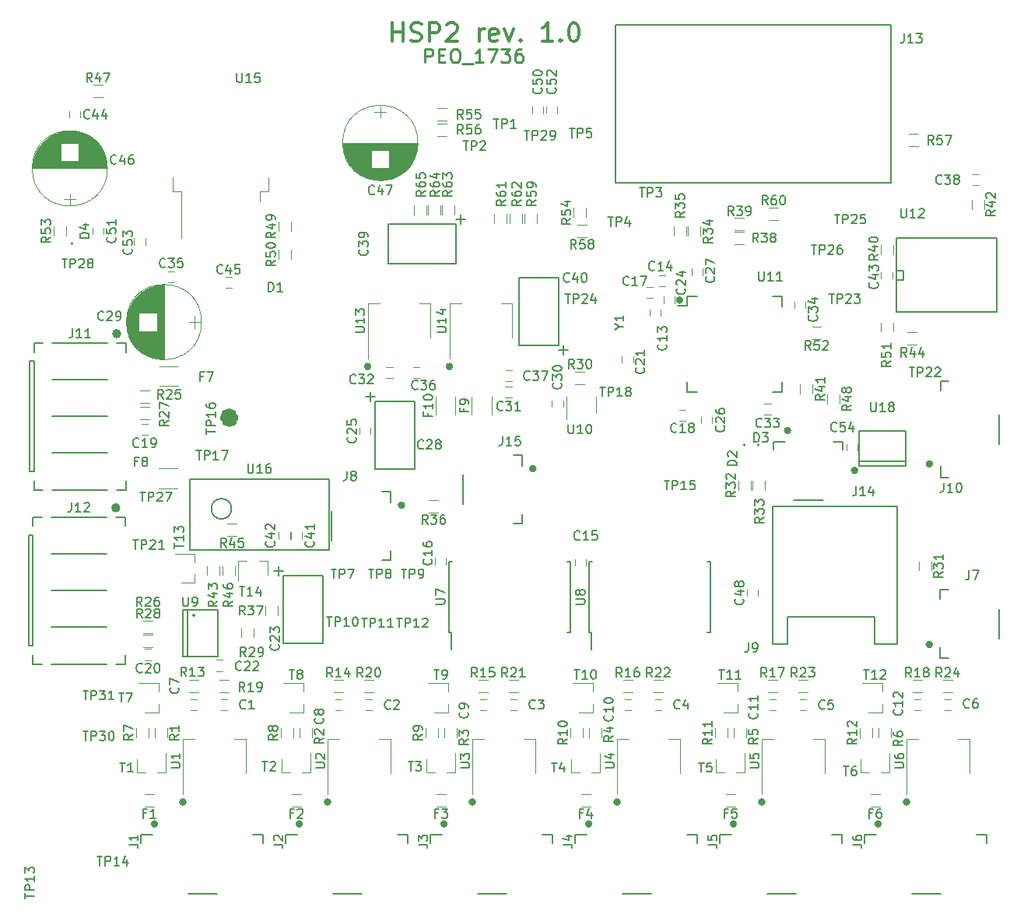
<source format=gbr>
G04 #@! TF.FileFunction,Legend,Top*
%FSLAX46Y46*%
G04 Gerber Fmt 4.6, Leading zero omitted, Abs format (unit mm)*
G04 Created by KiCad (PCBNEW 4.0.6) date 09/04/17 18:41:23*
%MOMM*%
%LPD*%
G01*
G04 APERTURE LIST*
%ADD10C,0.100000*%
%ADD11C,0.250000*%
%ADD12C,0.300000*%
%ADD13C,0.150000*%
%ADD14C,0.400000*%
%ADD15C,0.120000*%
%ADD16C,1.000000*%
%ADD17C,0.500000*%
G04 APERTURE END LIST*
D10*
D11*
X144244287Y-56968571D02*
X144244287Y-55468571D01*
X144815715Y-55468571D01*
X144958573Y-55540000D01*
X145030001Y-55611429D01*
X145101430Y-55754286D01*
X145101430Y-55968571D01*
X145030001Y-56111429D01*
X144958573Y-56182857D01*
X144815715Y-56254286D01*
X144244287Y-56254286D01*
X145744287Y-56182857D02*
X146244287Y-56182857D01*
X146458573Y-56968571D02*
X145744287Y-56968571D01*
X145744287Y-55468571D01*
X146458573Y-55468571D01*
X147387144Y-55468571D02*
X147672858Y-55468571D01*
X147815716Y-55540000D01*
X147958573Y-55682857D01*
X148030001Y-55968571D01*
X148030001Y-56468571D01*
X147958573Y-56754286D01*
X147815716Y-56897143D01*
X147672858Y-56968571D01*
X147387144Y-56968571D01*
X147244287Y-56897143D01*
X147101430Y-56754286D01*
X147030001Y-56468571D01*
X147030001Y-55968571D01*
X147101430Y-55682857D01*
X147244287Y-55540000D01*
X147387144Y-55468571D01*
X148315716Y-57111429D02*
X149458573Y-57111429D01*
X150601430Y-56968571D02*
X149744287Y-56968571D01*
X150172859Y-56968571D02*
X150172859Y-55468571D01*
X150030002Y-55682857D01*
X149887144Y-55825714D01*
X149744287Y-55897143D01*
X151101430Y-55468571D02*
X152101430Y-55468571D01*
X151458573Y-56968571D01*
X152530001Y-55468571D02*
X153458572Y-55468571D01*
X152958572Y-56040000D01*
X153172858Y-56040000D01*
X153315715Y-56111429D01*
X153387144Y-56182857D01*
X153458572Y-56325714D01*
X153458572Y-56682857D01*
X153387144Y-56825714D01*
X153315715Y-56897143D01*
X153172858Y-56968571D01*
X152744286Y-56968571D01*
X152601429Y-56897143D01*
X152530001Y-56825714D01*
X154744286Y-55468571D02*
X154458572Y-55468571D01*
X154315715Y-55540000D01*
X154244286Y-55611429D01*
X154101429Y-55825714D01*
X154030000Y-56111429D01*
X154030000Y-56682857D01*
X154101429Y-56825714D01*
X154172857Y-56897143D01*
X154315715Y-56968571D01*
X154601429Y-56968571D01*
X154744286Y-56897143D01*
X154815715Y-56825714D01*
X154887143Y-56682857D01*
X154887143Y-56325714D01*
X154815715Y-56182857D01*
X154744286Y-56111429D01*
X154601429Y-56040000D01*
X154315715Y-56040000D01*
X154172857Y-56111429D01*
X154101429Y-56182857D01*
X154030000Y-56325714D01*
D12*
X140704761Y-54654762D02*
X140704761Y-52654762D01*
X140704761Y-53607143D02*
X141847619Y-53607143D01*
X141847619Y-54654762D02*
X141847619Y-52654762D01*
X142704761Y-54559524D02*
X142990476Y-54654762D01*
X143466666Y-54654762D01*
X143657142Y-54559524D01*
X143752380Y-54464286D01*
X143847619Y-54273810D01*
X143847619Y-54083333D01*
X143752380Y-53892857D01*
X143657142Y-53797619D01*
X143466666Y-53702381D01*
X143085714Y-53607143D01*
X142895238Y-53511905D01*
X142799999Y-53416667D01*
X142704761Y-53226190D01*
X142704761Y-53035714D01*
X142799999Y-52845238D01*
X142895238Y-52750000D01*
X143085714Y-52654762D01*
X143561904Y-52654762D01*
X143847619Y-52750000D01*
X144704761Y-54654762D02*
X144704761Y-52654762D01*
X145466666Y-52654762D01*
X145657142Y-52750000D01*
X145752381Y-52845238D01*
X145847619Y-53035714D01*
X145847619Y-53321429D01*
X145752381Y-53511905D01*
X145657142Y-53607143D01*
X145466666Y-53702381D01*
X144704761Y-53702381D01*
X146609523Y-52845238D02*
X146704761Y-52750000D01*
X146895238Y-52654762D01*
X147371428Y-52654762D01*
X147561904Y-52750000D01*
X147657142Y-52845238D01*
X147752381Y-53035714D01*
X147752381Y-53226190D01*
X147657142Y-53511905D01*
X146514285Y-54654762D01*
X147752381Y-54654762D01*
X150133333Y-54654762D02*
X150133333Y-53321429D01*
X150133333Y-53702381D02*
X150228572Y-53511905D01*
X150323810Y-53416667D01*
X150514286Y-53321429D01*
X150704762Y-53321429D01*
X152133333Y-54559524D02*
X151942857Y-54654762D01*
X151561905Y-54654762D01*
X151371428Y-54559524D01*
X151276190Y-54369048D01*
X151276190Y-53607143D01*
X151371428Y-53416667D01*
X151561905Y-53321429D01*
X151942857Y-53321429D01*
X152133333Y-53416667D01*
X152228571Y-53607143D01*
X152228571Y-53797619D01*
X151276190Y-53988095D01*
X152895238Y-53321429D02*
X153371429Y-54654762D01*
X153847619Y-53321429D01*
X154609524Y-54464286D02*
X154704763Y-54559524D01*
X154609524Y-54654762D01*
X154514286Y-54559524D01*
X154609524Y-54464286D01*
X154609524Y-54654762D01*
X158133335Y-54654762D02*
X156990477Y-54654762D01*
X157561906Y-54654762D02*
X157561906Y-52654762D01*
X157371430Y-52940476D01*
X157180954Y-53130952D01*
X156990477Y-53226190D01*
X158990477Y-54464286D02*
X159085716Y-54559524D01*
X158990477Y-54654762D01*
X158895239Y-54559524D01*
X158990477Y-54464286D01*
X158990477Y-54654762D01*
X160323811Y-52654762D02*
X160514287Y-52654762D01*
X160704763Y-52750000D01*
X160800001Y-52845238D01*
X160895239Y-53035714D01*
X160990478Y-53416667D01*
X160990478Y-53892857D01*
X160895239Y-54273810D01*
X160800001Y-54464286D01*
X160704763Y-54559524D01*
X160514287Y-54654762D01*
X160323811Y-54654762D01*
X160133335Y-54559524D01*
X160038097Y-54464286D01*
X159942858Y-54273810D01*
X159847620Y-53892857D01*
X159847620Y-53416667D01*
X159942858Y-53035714D01*
X160038097Y-52845238D01*
X160133335Y-52750000D01*
X160323811Y-52654762D01*
D13*
X164970000Y-52872000D02*
X194970000Y-52872000D01*
X194970000Y-52872000D02*
X194970000Y-70072000D01*
X194970000Y-70072000D02*
X164970000Y-70072000D01*
X164970000Y-70072000D02*
X164970000Y-52872000D01*
D14*
X172144840Y-82818040D02*
G75*
G03X172144840Y-82818040I-200000J0D01*
G01*
D13*
X172769840Y-82443040D02*
X172769840Y-83443040D01*
X183119840Y-82443040D02*
X183119840Y-83518040D01*
X183119840Y-92793040D02*
X183119840Y-91718040D01*
X172769840Y-92793040D02*
X172769840Y-91718040D01*
X172769840Y-82443040D02*
X173844840Y-82443040D01*
X172769840Y-92793040D02*
X173844840Y-92793040D01*
X183119840Y-92793040D02*
X182044840Y-92793040D01*
X183119840Y-82443040D02*
X182044840Y-82443040D01*
X172769840Y-83443040D02*
X171744840Y-83443040D01*
X123184000Y-105540000D02*
G75*
G03X123184000Y-105540000I-1100000J0D01*
G01*
X133784000Y-110040000D02*
X118684000Y-110040000D01*
X118684000Y-110040000D02*
X118684000Y-102340000D01*
X118684000Y-102340000D02*
X133784000Y-102340000D01*
X133784000Y-110040000D02*
X133784000Y-102340000D01*
D15*
X173280840Y-80094040D02*
X173280840Y-79394040D01*
X174480840Y-79394040D02*
X174480840Y-80094040D01*
X116800000Y-69450000D02*
X116800000Y-70950000D01*
X116800000Y-70950000D02*
X117750000Y-70950000D01*
X117750000Y-70950000D02*
X117750000Y-76075000D01*
X127200000Y-69450000D02*
X127200000Y-70950000D01*
X127200000Y-70950000D02*
X126250000Y-70950000D01*
X126250000Y-70950000D02*
X126250000Y-72050000D01*
D13*
X195490000Y-84077000D02*
X195490000Y-76076000D01*
X206412000Y-76076000D02*
X206412000Y-84077000D01*
X195490000Y-76076000D02*
X206412000Y-76076000D01*
X206412000Y-84077000D02*
X195490000Y-84077000D01*
X195490000Y-79632000D02*
X196252000Y-79632000D01*
X196252000Y-79632000D02*
X196252000Y-80648000D01*
X196252000Y-80648000D02*
X195490000Y-80648000D01*
D15*
X162810000Y-95137000D02*
X162810000Y-93337000D01*
X159590000Y-93337000D02*
X159590000Y-95787000D01*
D13*
X119177000Y-117135242D02*
G75*
G03X119177000Y-117135242I-127000J0D01*
G01*
X118415000Y-116500242D02*
X118415000Y-121580242D01*
X121717000Y-116500242D02*
X121717000Y-121580242D01*
X117907000Y-116500242D02*
X117907000Y-121580242D01*
X117907000Y-116500242D02*
X121717000Y-116500242D01*
X117907000Y-121580242D02*
X121717000Y-121580242D01*
X162106600Y-119021280D02*
X162356600Y-119021280D01*
X162106600Y-111271280D02*
X162441600Y-111271280D01*
X175256600Y-111271280D02*
X174921600Y-111271280D01*
X175256600Y-119021280D02*
X174921600Y-119021280D01*
X162106600Y-119021280D02*
X162106600Y-111271280D01*
X175256600Y-119021280D02*
X175256600Y-111271280D01*
X162356600Y-119021280D02*
X162356600Y-120821280D01*
X146866600Y-119021280D02*
X147116600Y-119021280D01*
X146866600Y-111271280D02*
X147201600Y-111271280D01*
X160016600Y-111271280D02*
X159681600Y-111271280D01*
X160016600Y-119021280D02*
X159681600Y-119021280D01*
X146866600Y-119021280D02*
X146866600Y-111271280D01*
X160016600Y-119021280D02*
X160016600Y-111271280D01*
X147116600Y-119021280D02*
X147116600Y-120821280D01*
D15*
X193978000Y-127694000D02*
X193978000Y-126764000D01*
X193978000Y-124534000D02*
X193978000Y-125464000D01*
X193978000Y-124534000D02*
X191818000Y-124534000D01*
X193978000Y-127694000D02*
X192518000Y-127694000D01*
X178230000Y-127694000D02*
X178230000Y-126764000D01*
X178230000Y-124534000D02*
X178230000Y-125464000D01*
X178230000Y-124534000D02*
X176070000Y-124534000D01*
X178230000Y-127694000D02*
X176770000Y-127694000D01*
X162482000Y-127694000D02*
X162482000Y-126764000D01*
X162482000Y-124534000D02*
X162482000Y-125464000D01*
X162482000Y-124534000D02*
X160322000Y-124534000D01*
X162482000Y-127694000D02*
X161022000Y-127694000D01*
X146734000Y-127694000D02*
X146734000Y-126764000D01*
X146734000Y-124534000D02*
X146734000Y-125464000D01*
X146734000Y-124534000D02*
X144574000Y-124534000D01*
X146734000Y-127694000D02*
X145274000Y-127694000D01*
X130986000Y-127694000D02*
X130986000Y-126764000D01*
X130986000Y-124534000D02*
X130986000Y-125464000D01*
X130986000Y-124534000D02*
X128826000Y-124534000D01*
X130986000Y-127694000D02*
X129526000Y-127694000D01*
X115238000Y-127694000D02*
X115238000Y-126764000D01*
X115238000Y-124534000D02*
X115238000Y-125464000D01*
X115238000Y-124534000D02*
X113078000Y-124534000D01*
X115238000Y-127694000D02*
X113778000Y-127694000D01*
X191638000Y-134240000D02*
X192568000Y-134240000D01*
X194798000Y-134240000D02*
X193868000Y-134240000D01*
X194798000Y-134240000D02*
X194798000Y-132080000D01*
X191638000Y-134240000D02*
X191638000Y-132780000D01*
X175890000Y-134240000D02*
X176820000Y-134240000D01*
X179050000Y-134240000D02*
X178120000Y-134240000D01*
X179050000Y-134240000D02*
X179050000Y-132080000D01*
X175890000Y-134240000D02*
X175890000Y-132780000D01*
X160142000Y-134240000D02*
X161072000Y-134240000D01*
X163302000Y-134240000D02*
X162372000Y-134240000D01*
X163302000Y-134240000D02*
X163302000Y-132080000D01*
X160142000Y-134240000D02*
X160142000Y-132780000D01*
X144394000Y-134240000D02*
X145324000Y-134240000D01*
X147554000Y-134240000D02*
X146624000Y-134240000D01*
X147554000Y-134240000D02*
X147554000Y-132080000D01*
X144394000Y-134240000D02*
X144394000Y-132780000D01*
X128646000Y-134240000D02*
X129576000Y-134240000D01*
X131806000Y-134240000D02*
X130876000Y-134240000D01*
X131806000Y-134240000D02*
X131806000Y-132080000D01*
X128646000Y-134240000D02*
X128646000Y-132780000D01*
X197907000Y-66088000D02*
X196907000Y-66088000D01*
X196907000Y-64728000D02*
X197907000Y-64728000D01*
X103814500Y-75814000D02*
X103814500Y-74814000D01*
X105174500Y-74814000D02*
X105174500Y-75814000D01*
X186354000Y-85683000D02*
X187354000Y-85683000D01*
X187354000Y-87043000D02*
X186354000Y-87043000D01*
X129636000Y-77354000D02*
X129636000Y-78354000D01*
X128276000Y-78354000D02*
X128276000Y-77354000D01*
X129636000Y-74306000D02*
X129636000Y-75306000D01*
X128276000Y-75306000D02*
X128276000Y-74306000D01*
X189312000Y-93090000D02*
X189312000Y-94090000D01*
X187952000Y-94090000D02*
X187952000Y-93090000D01*
X109148000Y-60764000D02*
X108148000Y-60764000D01*
X108148000Y-59404000D02*
X109148000Y-59404000D01*
X123526000Y-111759000D02*
X123526000Y-112759000D01*
X122166000Y-112759000D02*
X122166000Y-111759000D01*
X197756000Y-87678000D02*
X196756000Y-87678000D01*
X196756000Y-86318000D02*
X197756000Y-86318000D01*
X120515000Y-112759000D02*
X120515000Y-111759000D01*
X121875000Y-111759000D02*
X121875000Y-112759000D01*
X203700000Y-72905000D02*
X203700000Y-71905000D01*
X205060000Y-71905000D02*
X205060000Y-72905000D01*
X193794000Y-77858000D02*
X193794000Y-76858000D01*
X195154000Y-76858000D02*
X195154000Y-77858000D01*
X177952840Y-73857040D02*
X178952840Y-73857040D01*
X178952840Y-75217040D02*
X177952840Y-75217040D01*
X177952840Y-75381040D02*
X178952840Y-75381040D01*
X178952840Y-76741040D02*
X177952840Y-76741040D01*
X128239000Y-116127000D02*
X128239000Y-117127000D01*
X126879000Y-117127000D02*
X126879000Y-116127000D01*
X144686000Y-104606000D02*
X145686000Y-104606000D01*
X145686000Y-105966000D02*
X144686000Y-105966000D01*
X172689000Y-74828000D02*
X172689000Y-75828000D01*
X171329000Y-75828000D02*
X171329000Y-74828000D01*
X172839000Y-75828000D02*
X172839000Y-74828000D01*
X174199000Y-74828000D02*
X174199000Y-75828000D01*
X181184000Y-102512000D02*
X181184000Y-103512000D01*
X179824000Y-103512000D02*
X179824000Y-102512000D01*
X179660000Y-102512000D02*
X179660000Y-103512000D01*
X178300000Y-103512000D02*
X178300000Y-102512000D01*
X197985000Y-112263000D02*
X197985000Y-111263000D01*
X199345000Y-111263000D02*
X199345000Y-112263000D01*
X160585000Y-90636000D02*
X161585000Y-90636000D01*
X161585000Y-91996000D02*
X160585000Y-91996000D01*
X125572000Y-118540242D02*
X125572000Y-119540242D01*
X124212000Y-119540242D02*
X124212000Y-118540242D01*
X114216000Y-95806000D02*
X113216000Y-95806000D01*
X113216000Y-94446000D02*
X114216000Y-94446000D01*
X113216000Y-92668000D02*
X114216000Y-92668000D01*
X114216000Y-94028000D02*
X113216000Y-94028000D01*
X201592000Y-125524000D02*
X200592000Y-125524000D01*
X200592000Y-124164000D02*
X201592000Y-124164000D01*
X185844000Y-125524000D02*
X184844000Y-125524000D01*
X184844000Y-124164000D02*
X185844000Y-124164000D01*
X170096000Y-125524000D02*
X169096000Y-125524000D01*
X169096000Y-124164000D02*
X170096000Y-124164000D01*
X154348000Y-125524000D02*
X153348000Y-125524000D01*
X153348000Y-124164000D02*
X154348000Y-124164000D01*
X138600000Y-125524000D02*
X137600000Y-125524000D01*
X137600000Y-124164000D02*
X138600000Y-124164000D01*
X122852000Y-125524000D02*
X121852000Y-125524000D01*
X121852000Y-124164000D02*
X122852000Y-124164000D01*
X198290000Y-125524000D02*
X197290000Y-125524000D01*
X197290000Y-124164000D02*
X198290000Y-124164000D01*
X182542000Y-125524000D02*
X181542000Y-125524000D01*
X181542000Y-124164000D02*
X182542000Y-124164000D01*
X166794000Y-125524000D02*
X165794000Y-125524000D01*
X165794000Y-124164000D02*
X166794000Y-124164000D01*
X151046000Y-125524000D02*
X150046000Y-125524000D01*
X150046000Y-124164000D02*
X151046000Y-124164000D01*
X135298000Y-125524000D02*
X134298000Y-125524000D01*
X134298000Y-124164000D02*
X135298000Y-124164000D01*
X119550000Y-125524000D02*
X118550000Y-125524000D01*
X118550000Y-124164000D02*
X119550000Y-124164000D01*
X192882000Y-129424000D02*
X192882000Y-130424000D01*
X191522000Y-130424000D02*
X191522000Y-129424000D01*
X177134000Y-129424000D02*
X177134000Y-130424000D01*
X175774000Y-130424000D02*
X175774000Y-129424000D01*
X161386000Y-129424000D02*
X161386000Y-130424000D01*
X160026000Y-130424000D02*
X160026000Y-129424000D01*
X145638000Y-129424000D02*
X145638000Y-130424000D01*
X144278000Y-130424000D02*
X144278000Y-129424000D01*
X129890000Y-129424000D02*
X129890000Y-130424000D01*
X128530000Y-130424000D02*
X128530000Y-129424000D01*
X114142000Y-129424000D02*
X114142000Y-130424000D01*
X112782000Y-130424000D02*
X112782000Y-129424000D01*
X194914000Y-129424000D02*
X194914000Y-130424000D01*
X193554000Y-130424000D02*
X193554000Y-129424000D01*
X179166000Y-129424000D02*
X179166000Y-130424000D01*
X177806000Y-130424000D02*
X177806000Y-129424000D01*
X163418000Y-129424000D02*
X163418000Y-130424000D01*
X162058000Y-130424000D02*
X162058000Y-129424000D01*
X147670000Y-129424000D02*
X147670000Y-130424000D01*
X146310000Y-130424000D02*
X146310000Y-129424000D01*
X131922000Y-129424000D02*
X131922000Y-130424000D01*
X130562000Y-130424000D02*
X130562000Y-129424000D01*
X116174000Y-129424000D02*
X116174000Y-130424000D01*
X114814000Y-130424000D02*
X114814000Y-129424000D01*
X147526600Y-93318280D02*
X147526600Y-95318280D01*
X145386600Y-95318280D02*
X145386600Y-93318280D01*
X151463600Y-93318280D02*
X151463600Y-95318280D01*
X149323600Y-95318280D02*
X149323600Y-93318280D01*
X117274000Y-103308000D02*
X115274000Y-103308000D01*
X115274000Y-101168000D02*
X117274000Y-101168000D01*
X117351000Y-92158000D02*
X115351000Y-92158000D01*
X115351000Y-90018000D02*
X117351000Y-90018000D01*
X192718000Y-136610000D02*
X193718000Y-136610000D01*
X193718000Y-137970000D02*
X192718000Y-137970000D01*
X176970000Y-136610000D02*
X177970000Y-136610000D01*
X177970000Y-137970000D02*
X176970000Y-137970000D01*
X161222000Y-136610000D02*
X162222000Y-136610000D01*
X162222000Y-137970000D02*
X161222000Y-137970000D01*
X145474000Y-136610000D02*
X146474000Y-136610000D01*
X146474000Y-137970000D02*
X145474000Y-137970000D01*
X129726000Y-136610000D02*
X130726000Y-136610000D01*
X130726000Y-137970000D02*
X129726000Y-137970000D01*
X113724000Y-136610000D02*
X114724000Y-136610000D01*
X114724000Y-137970000D02*
X113724000Y-137970000D01*
D13*
X105898711Y-76676000D02*
G75*
G03X105898711Y-76676000I-70711J0D01*
G01*
X180574711Y-98614000D02*
G75*
G03X180574711Y-98614000I-70711J0D01*
G01*
X179050711Y-98614000D02*
G75*
G03X179050711Y-98614000I-70711J0D01*
G01*
D15*
X191278000Y-98485000D02*
X191278000Y-99185000D01*
X190078000Y-99185000D02*
X190078000Y-98485000D01*
X113794000Y-76107000D02*
X113794000Y-76807000D01*
X112594000Y-76807000D02*
X112594000Y-76107000D01*
X158639000Y-61770000D02*
X158639000Y-62470000D01*
X157439000Y-62470000D02*
X157439000Y-61770000D01*
X109236000Y-74964000D02*
X109236000Y-75664000D01*
X108036000Y-75664000D02*
X108036000Y-74964000D01*
X157115000Y-61794000D02*
X157115000Y-62494000D01*
X155915000Y-62494000D02*
X155915000Y-61794000D01*
X180469000Y-114346000D02*
X180469000Y-115046000D01*
X179269000Y-115046000D02*
X179269000Y-114346000D01*
X143460000Y-65716000D02*
G75*
G03X143460000Y-65716000I-4090000J0D01*
G01*
X143420000Y-65716000D02*
X135320000Y-65716000D01*
X143420000Y-65756000D02*
X135320000Y-65756000D01*
X143420000Y-65796000D02*
X135320000Y-65796000D01*
X143419000Y-65836000D02*
X135321000Y-65836000D01*
X143417000Y-65876000D02*
X135323000Y-65876000D01*
X143416000Y-65916000D02*
X135324000Y-65916000D01*
X143413000Y-65956000D02*
X135327000Y-65956000D01*
X143411000Y-65996000D02*
X135329000Y-65996000D01*
X143408000Y-66036000D02*
X135332000Y-66036000D01*
X143405000Y-66076000D02*
X135335000Y-66076000D01*
X143401000Y-66116000D02*
X135339000Y-66116000D01*
X143397000Y-66156000D02*
X135343000Y-66156000D01*
X143392000Y-66196000D02*
X135348000Y-66196000D01*
X143387000Y-66236000D02*
X135353000Y-66236000D01*
X143382000Y-66276000D02*
X135358000Y-66276000D01*
X143376000Y-66316000D02*
X135364000Y-66316000D01*
X143370000Y-66356000D02*
X135370000Y-66356000D01*
X143364000Y-66396000D02*
X135376000Y-66396000D01*
X143357000Y-66437000D02*
X135383000Y-66437000D01*
X143349000Y-66477000D02*
X135391000Y-66477000D01*
X143341000Y-66517000D02*
X140350000Y-66517000D01*
X138390000Y-66517000D02*
X135399000Y-66517000D01*
X143333000Y-66557000D02*
X140350000Y-66557000D01*
X138390000Y-66557000D02*
X135407000Y-66557000D01*
X143325000Y-66597000D02*
X140350000Y-66597000D01*
X138390000Y-66597000D02*
X135415000Y-66597000D01*
X143316000Y-66637000D02*
X140350000Y-66637000D01*
X138390000Y-66637000D02*
X135424000Y-66637000D01*
X143306000Y-66677000D02*
X140350000Y-66677000D01*
X138390000Y-66677000D02*
X135434000Y-66677000D01*
X143296000Y-66717000D02*
X140350000Y-66717000D01*
X138390000Y-66717000D02*
X135444000Y-66717000D01*
X143286000Y-66757000D02*
X140350000Y-66757000D01*
X138390000Y-66757000D02*
X135454000Y-66757000D01*
X143275000Y-66797000D02*
X140350000Y-66797000D01*
X138390000Y-66797000D02*
X135465000Y-66797000D01*
X143264000Y-66837000D02*
X140350000Y-66837000D01*
X138390000Y-66837000D02*
X135476000Y-66837000D01*
X143253000Y-66877000D02*
X140350000Y-66877000D01*
X138390000Y-66877000D02*
X135487000Y-66877000D01*
X143240000Y-66917000D02*
X140350000Y-66917000D01*
X138390000Y-66917000D02*
X135500000Y-66917000D01*
X143228000Y-66957000D02*
X140350000Y-66957000D01*
X138390000Y-66957000D02*
X135512000Y-66957000D01*
X143215000Y-66997000D02*
X140350000Y-66997000D01*
X138390000Y-66997000D02*
X135525000Y-66997000D01*
X143202000Y-67037000D02*
X140350000Y-67037000D01*
X138390000Y-67037000D02*
X135538000Y-67037000D01*
X143188000Y-67077000D02*
X140350000Y-67077000D01*
X138390000Y-67077000D02*
X135552000Y-67077000D01*
X143173000Y-67117000D02*
X140350000Y-67117000D01*
X138390000Y-67117000D02*
X135567000Y-67117000D01*
X143159000Y-67157000D02*
X140350000Y-67157000D01*
X138390000Y-67157000D02*
X135581000Y-67157000D01*
X143143000Y-67197000D02*
X140350000Y-67197000D01*
X138390000Y-67197000D02*
X135597000Y-67197000D01*
X143128000Y-67237000D02*
X140350000Y-67237000D01*
X138390000Y-67237000D02*
X135612000Y-67237000D01*
X143111000Y-67277000D02*
X140350000Y-67277000D01*
X138390000Y-67277000D02*
X135629000Y-67277000D01*
X143095000Y-67317000D02*
X140350000Y-67317000D01*
X138390000Y-67317000D02*
X135645000Y-67317000D01*
X143077000Y-67357000D02*
X140350000Y-67357000D01*
X138390000Y-67357000D02*
X135663000Y-67357000D01*
X143060000Y-67397000D02*
X140350000Y-67397000D01*
X138390000Y-67397000D02*
X135680000Y-67397000D01*
X143041000Y-67437000D02*
X140350000Y-67437000D01*
X138390000Y-67437000D02*
X135699000Y-67437000D01*
X143022000Y-67477000D02*
X140350000Y-67477000D01*
X138390000Y-67477000D02*
X135718000Y-67477000D01*
X143003000Y-67517000D02*
X140350000Y-67517000D01*
X138390000Y-67517000D02*
X135737000Y-67517000D01*
X142983000Y-67557000D02*
X140350000Y-67557000D01*
X138390000Y-67557000D02*
X135757000Y-67557000D01*
X142963000Y-67597000D02*
X140350000Y-67597000D01*
X138390000Y-67597000D02*
X135777000Y-67597000D01*
X142942000Y-67637000D02*
X140350000Y-67637000D01*
X138390000Y-67637000D02*
X135798000Y-67637000D01*
X142920000Y-67677000D02*
X140350000Y-67677000D01*
X138390000Y-67677000D02*
X135820000Y-67677000D01*
X142898000Y-67717000D02*
X140350000Y-67717000D01*
X138390000Y-67717000D02*
X135842000Y-67717000D01*
X142875000Y-67757000D02*
X140350000Y-67757000D01*
X138390000Y-67757000D02*
X135865000Y-67757000D01*
X142852000Y-67797000D02*
X140350000Y-67797000D01*
X138390000Y-67797000D02*
X135888000Y-67797000D01*
X142828000Y-67837000D02*
X140350000Y-67837000D01*
X138390000Y-67837000D02*
X135912000Y-67837000D01*
X142804000Y-67877000D02*
X140350000Y-67877000D01*
X138390000Y-67877000D02*
X135936000Y-67877000D01*
X142778000Y-67917000D02*
X140350000Y-67917000D01*
X138390000Y-67917000D02*
X135962000Y-67917000D01*
X142753000Y-67957000D02*
X140350000Y-67957000D01*
X138390000Y-67957000D02*
X135987000Y-67957000D01*
X142726000Y-67997000D02*
X140350000Y-67997000D01*
X138390000Y-67997000D02*
X136014000Y-67997000D01*
X142699000Y-68037000D02*
X140350000Y-68037000D01*
X138390000Y-68037000D02*
X136041000Y-68037000D01*
X142671000Y-68077000D02*
X140350000Y-68077000D01*
X138390000Y-68077000D02*
X136069000Y-68077000D01*
X142642000Y-68117000D02*
X140350000Y-68117000D01*
X138390000Y-68117000D02*
X136098000Y-68117000D01*
X142613000Y-68157000D02*
X140350000Y-68157000D01*
X138390000Y-68157000D02*
X136127000Y-68157000D01*
X142583000Y-68197000D02*
X140350000Y-68197000D01*
X138390000Y-68197000D02*
X136157000Y-68197000D01*
X142552000Y-68237000D02*
X140350000Y-68237000D01*
X138390000Y-68237000D02*
X136188000Y-68237000D01*
X142520000Y-68277000D02*
X140350000Y-68277000D01*
X138390000Y-68277000D02*
X136220000Y-68277000D01*
X142488000Y-68317000D02*
X140350000Y-68317000D01*
X138390000Y-68317000D02*
X136252000Y-68317000D01*
X142454000Y-68357000D02*
X140350000Y-68357000D01*
X138390000Y-68357000D02*
X136286000Y-68357000D01*
X142420000Y-68397000D02*
X140350000Y-68397000D01*
X138390000Y-68397000D02*
X136320000Y-68397000D01*
X142385000Y-68437000D02*
X140350000Y-68437000D01*
X138390000Y-68437000D02*
X136355000Y-68437000D01*
X142349000Y-68477000D02*
X136391000Y-68477000D01*
X142312000Y-68517000D02*
X136428000Y-68517000D01*
X142274000Y-68557000D02*
X136466000Y-68557000D01*
X142235000Y-68597000D02*
X136505000Y-68597000D01*
X142194000Y-68637000D02*
X136546000Y-68637000D01*
X142153000Y-68677000D02*
X136587000Y-68677000D01*
X142110000Y-68717000D02*
X136630000Y-68717000D01*
X142067000Y-68757000D02*
X136673000Y-68757000D01*
X142022000Y-68797000D02*
X136718000Y-68797000D01*
X141975000Y-68837000D02*
X136765000Y-68837000D01*
X141927000Y-68877000D02*
X136813000Y-68877000D01*
X141878000Y-68917000D02*
X136862000Y-68917000D01*
X141827000Y-68957000D02*
X136913000Y-68957000D01*
X141774000Y-68997000D02*
X136966000Y-68997000D01*
X141719000Y-69037000D02*
X137021000Y-69037000D01*
X141663000Y-69077000D02*
X137077000Y-69077000D01*
X141604000Y-69117000D02*
X137136000Y-69117000D01*
X141543000Y-69157000D02*
X137197000Y-69157000D01*
X141479000Y-69197000D02*
X137261000Y-69197000D01*
X141413000Y-69237000D02*
X137327000Y-69237000D01*
X141344000Y-69277000D02*
X137396000Y-69277000D01*
X141272000Y-69317000D02*
X137468000Y-69317000D01*
X141196000Y-69357000D02*
X137544000Y-69357000D01*
X141115000Y-69397000D02*
X137625000Y-69397000D01*
X141030000Y-69437000D02*
X137710000Y-69437000D01*
X140940000Y-69477000D02*
X137800000Y-69477000D01*
X140843000Y-69517000D02*
X137897000Y-69517000D01*
X140739000Y-69557000D02*
X138001000Y-69557000D01*
X140624000Y-69597000D02*
X138116000Y-69597000D01*
X140497000Y-69637000D02*
X138243000Y-69637000D01*
X140353000Y-69677000D02*
X138387000Y-69677000D01*
X140184000Y-69717000D02*
X138556000Y-69717000D01*
X139968000Y-69757000D02*
X138772000Y-69757000D01*
X139616000Y-69797000D02*
X139124000Y-69797000D01*
X139370000Y-61766000D02*
X139370000Y-62966000D01*
X140020000Y-62366000D02*
X138720000Y-62366000D01*
X109678000Y-68484000D02*
G75*
G03X109678000Y-68484000I-4090000J0D01*
G01*
X101538000Y-68484000D02*
X109638000Y-68484000D01*
X101538000Y-68444000D02*
X109638000Y-68444000D01*
X101538000Y-68404000D02*
X109638000Y-68404000D01*
X101539000Y-68364000D02*
X109637000Y-68364000D01*
X101541000Y-68324000D02*
X109635000Y-68324000D01*
X101542000Y-68284000D02*
X109634000Y-68284000D01*
X101545000Y-68244000D02*
X109631000Y-68244000D01*
X101547000Y-68204000D02*
X109629000Y-68204000D01*
X101550000Y-68164000D02*
X109626000Y-68164000D01*
X101553000Y-68124000D02*
X109623000Y-68124000D01*
X101557000Y-68084000D02*
X109619000Y-68084000D01*
X101561000Y-68044000D02*
X109615000Y-68044000D01*
X101566000Y-68004000D02*
X109610000Y-68004000D01*
X101571000Y-67964000D02*
X109605000Y-67964000D01*
X101576000Y-67924000D02*
X109600000Y-67924000D01*
X101582000Y-67884000D02*
X109594000Y-67884000D01*
X101588000Y-67844000D02*
X109588000Y-67844000D01*
X101594000Y-67804000D02*
X109582000Y-67804000D01*
X101601000Y-67763000D02*
X109575000Y-67763000D01*
X101609000Y-67723000D02*
X109567000Y-67723000D01*
X101617000Y-67683000D02*
X104608000Y-67683000D01*
X106568000Y-67683000D02*
X109559000Y-67683000D01*
X101625000Y-67643000D02*
X104608000Y-67643000D01*
X106568000Y-67643000D02*
X109551000Y-67643000D01*
X101633000Y-67603000D02*
X104608000Y-67603000D01*
X106568000Y-67603000D02*
X109543000Y-67603000D01*
X101642000Y-67563000D02*
X104608000Y-67563000D01*
X106568000Y-67563000D02*
X109534000Y-67563000D01*
X101652000Y-67523000D02*
X104608000Y-67523000D01*
X106568000Y-67523000D02*
X109524000Y-67523000D01*
X101662000Y-67483000D02*
X104608000Y-67483000D01*
X106568000Y-67483000D02*
X109514000Y-67483000D01*
X101672000Y-67443000D02*
X104608000Y-67443000D01*
X106568000Y-67443000D02*
X109504000Y-67443000D01*
X101683000Y-67403000D02*
X104608000Y-67403000D01*
X106568000Y-67403000D02*
X109493000Y-67403000D01*
X101694000Y-67363000D02*
X104608000Y-67363000D01*
X106568000Y-67363000D02*
X109482000Y-67363000D01*
X101705000Y-67323000D02*
X104608000Y-67323000D01*
X106568000Y-67323000D02*
X109471000Y-67323000D01*
X101718000Y-67283000D02*
X104608000Y-67283000D01*
X106568000Y-67283000D02*
X109458000Y-67283000D01*
X101730000Y-67243000D02*
X104608000Y-67243000D01*
X106568000Y-67243000D02*
X109446000Y-67243000D01*
X101743000Y-67203000D02*
X104608000Y-67203000D01*
X106568000Y-67203000D02*
X109433000Y-67203000D01*
X101756000Y-67163000D02*
X104608000Y-67163000D01*
X106568000Y-67163000D02*
X109420000Y-67163000D01*
X101770000Y-67123000D02*
X104608000Y-67123000D01*
X106568000Y-67123000D02*
X109406000Y-67123000D01*
X101785000Y-67083000D02*
X104608000Y-67083000D01*
X106568000Y-67083000D02*
X109391000Y-67083000D01*
X101799000Y-67043000D02*
X104608000Y-67043000D01*
X106568000Y-67043000D02*
X109377000Y-67043000D01*
X101815000Y-67003000D02*
X104608000Y-67003000D01*
X106568000Y-67003000D02*
X109361000Y-67003000D01*
X101830000Y-66963000D02*
X104608000Y-66963000D01*
X106568000Y-66963000D02*
X109346000Y-66963000D01*
X101847000Y-66923000D02*
X104608000Y-66923000D01*
X106568000Y-66923000D02*
X109329000Y-66923000D01*
X101863000Y-66883000D02*
X104608000Y-66883000D01*
X106568000Y-66883000D02*
X109313000Y-66883000D01*
X101881000Y-66843000D02*
X104608000Y-66843000D01*
X106568000Y-66843000D02*
X109295000Y-66843000D01*
X101898000Y-66803000D02*
X104608000Y-66803000D01*
X106568000Y-66803000D02*
X109278000Y-66803000D01*
X101917000Y-66763000D02*
X104608000Y-66763000D01*
X106568000Y-66763000D02*
X109259000Y-66763000D01*
X101936000Y-66723000D02*
X104608000Y-66723000D01*
X106568000Y-66723000D02*
X109240000Y-66723000D01*
X101955000Y-66683000D02*
X104608000Y-66683000D01*
X106568000Y-66683000D02*
X109221000Y-66683000D01*
X101975000Y-66643000D02*
X104608000Y-66643000D01*
X106568000Y-66643000D02*
X109201000Y-66643000D01*
X101995000Y-66603000D02*
X104608000Y-66603000D01*
X106568000Y-66603000D02*
X109181000Y-66603000D01*
X102016000Y-66563000D02*
X104608000Y-66563000D01*
X106568000Y-66563000D02*
X109160000Y-66563000D01*
X102038000Y-66523000D02*
X104608000Y-66523000D01*
X106568000Y-66523000D02*
X109138000Y-66523000D01*
X102060000Y-66483000D02*
X104608000Y-66483000D01*
X106568000Y-66483000D02*
X109116000Y-66483000D01*
X102083000Y-66443000D02*
X104608000Y-66443000D01*
X106568000Y-66443000D02*
X109093000Y-66443000D01*
X102106000Y-66403000D02*
X104608000Y-66403000D01*
X106568000Y-66403000D02*
X109070000Y-66403000D01*
X102130000Y-66363000D02*
X104608000Y-66363000D01*
X106568000Y-66363000D02*
X109046000Y-66363000D01*
X102154000Y-66323000D02*
X104608000Y-66323000D01*
X106568000Y-66323000D02*
X109022000Y-66323000D01*
X102180000Y-66283000D02*
X104608000Y-66283000D01*
X106568000Y-66283000D02*
X108996000Y-66283000D01*
X102205000Y-66243000D02*
X104608000Y-66243000D01*
X106568000Y-66243000D02*
X108971000Y-66243000D01*
X102232000Y-66203000D02*
X104608000Y-66203000D01*
X106568000Y-66203000D02*
X108944000Y-66203000D01*
X102259000Y-66163000D02*
X104608000Y-66163000D01*
X106568000Y-66163000D02*
X108917000Y-66163000D01*
X102287000Y-66123000D02*
X104608000Y-66123000D01*
X106568000Y-66123000D02*
X108889000Y-66123000D01*
X102316000Y-66083000D02*
X104608000Y-66083000D01*
X106568000Y-66083000D02*
X108860000Y-66083000D01*
X102345000Y-66043000D02*
X104608000Y-66043000D01*
X106568000Y-66043000D02*
X108831000Y-66043000D01*
X102375000Y-66003000D02*
X104608000Y-66003000D01*
X106568000Y-66003000D02*
X108801000Y-66003000D01*
X102406000Y-65963000D02*
X104608000Y-65963000D01*
X106568000Y-65963000D02*
X108770000Y-65963000D01*
X102438000Y-65923000D02*
X104608000Y-65923000D01*
X106568000Y-65923000D02*
X108738000Y-65923000D01*
X102470000Y-65883000D02*
X104608000Y-65883000D01*
X106568000Y-65883000D02*
X108706000Y-65883000D01*
X102504000Y-65843000D02*
X104608000Y-65843000D01*
X106568000Y-65843000D02*
X108672000Y-65843000D01*
X102538000Y-65803000D02*
X104608000Y-65803000D01*
X106568000Y-65803000D02*
X108638000Y-65803000D01*
X102573000Y-65763000D02*
X104608000Y-65763000D01*
X106568000Y-65763000D02*
X108603000Y-65763000D01*
X102609000Y-65723000D02*
X108567000Y-65723000D01*
X102646000Y-65683000D02*
X108530000Y-65683000D01*
X102684000Y-65643000D02*
X108492000Y-65643000D01*
X102723000Y-65603000D02*
X108453000Y-65603000D01*
X102764000Y-65563000D02*
X108412000Y-65563000D01*
X102805000Y-65523000D02*
X108371000Y-65523000D01*
X102848000Y-65483000D02*
X108328000Y-65483000D01*
X102891000Y-65443000D02*
X108285000Y-65443000D01*
X102936000Y-65403000D02*
X108240000Y-65403000D01*
X102983000Y-65363000D02*
X108193000Y-65363000D01*
X103031000Y-65323000D02*
X108145000Y-65323000D01*
X103080000Y-65283000D02*
X108096000Y-65283000D01*
X103131000Y-65243000D02*
X108045000Y-65243000D01*
X103184000Y-65203000D02*
X107992000Y-65203000D01*
X103239000Y-65163000D02*
X107937000Y-65163000D01*
X103295000Y-65123000D02*
X107881000Y-65123000D01*
X103354000Y-65083000D02*
X107822000Y-65083000D01*
X103415000Y-65043000D02*
X107761000Y-65043000D01*
X103479000Y-65003000D02*
X107697000Y-65003000D01*
X103545000Y-64963000D02*
X107631000Y-64963000D01*
X103614000Y-64923000D02*
X107562000Y-64923000D01*
X103686000Y-64883000D02*
X107490000Y-64883000D01*
X103762000Y-64843000D02*
X107414000Y-64843000D01*
X103843000Y-64803000D02*
X107333000Y-64803000D01*
X103928000Y-64763000D02*
X107248000Y-64763000D01*
X104018000Y-64723000D02*
X107158000Y-64723000D01*
X104115000Y-64683000D02*
X107061000Y-64683000D01*
X104219000Y-64643000D02*
X106957000Y-64643000D01*
X104334000Y-64603000D02*
X106842000Y-64603000D01*
X104461000Y-64563000D02*
X106715000Y-64563000D01*
X104605000Y-64523000D02*
X106571000Y-64523000D01*
X104774000Y-64483000D02*
X106402000Y-64483000D01*
X104990000Y-64443000D02*
X106186000Y-64443000D01*
X105342000Y-64403000D02*
X105834000Y-64403000D01*
X105588000Y-72434000D02*
X105588000Y-71234000D01*
X104938000Y-71834000D02*
X106238000Y-71834000D01*
X123210000Y-81502000D02*
X122510000Y-81502000D01*
X122510000Y-80302000D02*
X123210000Y-80302000D01*
X106745500Y-62286000D02*
X106745500Y-62986000D01*
X105545500Y-62986000D02*
X105545500Y-62286000D01*
X193874000Y-80478000D02*
X193874000Y-79778000D01*
X195074000Y-79778000D02*
X195074000Y-80478000D01*
X128342000Y-108811000D02*
X128342000Y-108111000D01*
X129542000Y-108111000D02*
X129542000Y-108811000D01*
X129675500Y-108811000D02*
X129675500Y-108111000D01*
X130875500Y-108111000D02*
X130875500Y-108811000D01*
D13*
X158787000Y-88268000D02*
X159803000Y-88268000D01*
X159295000Y-88776000D02*
X159295000Y-87760000D01*
X158787000Y-80394000D02*
X158787000Y-87760000D01*
X158787000Y-87760000D02*
X154469000Y-87760000D01*
X154469000Y-87760000D02*
X154469000Y-80394000D01*
X154469000Y-80394000D02*
X158787000Y-80394000D01*
X148119000Y-74552000D02*
X148119000Y-73536000D01*
X148627000Y-74044000D02*
X147611000Y-74044000D01*
X140245000Y-74552000D02*
X147611000Y-74552000D01*
X147611000Y-74552000D02*
X147611000Y-78870000D01*
X147611000Y-78870000D02*
X140245000Y-78870000D01*
X140245000Y-78870000D02*
X140245000Y-74552000D01*
D15*
X204488000Y-70326000D02*
X203788000Y-70326000D01*
X203788000Y-69126000D02*
X204488000Y-69126000D01*
X153702000Y-91688000D02*
X153002000Y-91688000D01*
X153002000Y-90488000D02*
X153702000Y-90488000D01*
X143645000Y-91307000D02*
X142945000Y-91307000D01*
X142945000Y-90107000D02*
X143645000Y-90107000D01*
X116259600Y-79717800D02*
X116959600Y-79717800D01*
X116959600Y-80917800D02*
X116259600Y-80917800D01*
X185656840Y-82979000D02*
X185656840Y-83679000D01*
X184456840Y-83679000D02*
X184456840Y-82979000D01*
X140024000Y-90107000D02*
X140724000Y-90107000D01*
X140724000Y-91307000D02*
X140024000Y-91307000D01*
X152978000Y-92266000D02*
X153678000Y-92266000D01*
X153678000Y-93466000D02*
X152978000Y-93466000D01*
X159260000Y-93772000D02*
X159260000Y-94472000D01*
X158060000Y-94472000D02*
X158060000Y-93772000D01*
X119923000Y-85220000D02*
G75*
G03X119923000Y-85220000I-4090000J0D01*
G01*
X115833000Y-89270000D02*
X115833000Y-81170000D01*
X115793000Y-89270000D02*
X115793000Y-81170000D01*
X115753000Y-89270000D02*
X115753000Y-81170000D01*
X115713000Y-89269000D02*
X115713000Y-81171000D01*
X115673000Y-89267000D02*
X115673000Y-81173000D01*
X115633000Y-89266000D02*
X115633000Y-81174000D01*
X115593000Y-89263000D02*
X115593000Y-81177000D01*
X115553000Y-89261000D02*
X115553000Y-81179000D01*
X115513000Y-89258000D02*
X115513000Y-81182000D01*
X115473000Y-89255000D02*
X115473000Y-81185000D01*
X115433000Y-89251000D02*
X115433000Y-81189000D01*
X115393000Y-89247000D02*
X115393000Y-81193000D01*
X115353000Y-89242000D02*
X115353000Y-81198000D01*
X115313000Y-89237000D02*
X115313000Y-81203000D01*
X115273000Y-89232000D02*
X115273000Y-81208000D01*
X115233000Y-89226000D02*
X115233000Y-81214000D01*
X115193000Y-89220000D02*
X115193000Y-81220000D01*
X115153000Y-89214000D02*
X115153000Y-81226000D01*
X115112000Y-89207000D02*
X115112000Y-81233000D01*
X115072000Y-89199000D02*
X115072000Y-81241000D01*
X115032000Y-89191000D02*
X115032000Y-86200000D01*
X115032000Y-84240000D02*
X115032000Y-81249000D01*
X114992000Y-89183000D02*
X114992000Y-86200000D01*
X114992000Y-84240000D02*
X114992000Y-81257000D01*
X114952000Y-89175000D02*
X114952000Y-86200000D01*
X114952000Y-84240000D02*
X114952000Y-81265000D01*
X114912000Y-89166000D02*
X114912000Y-86200000D01*
X114912000Y-84240000D02*
X114912000Y-81274000D01*
X114872000Y-89156000D02*
X114872000Y-86200000D01*
X114872000Y-84240000D02*
X114872000Y-81284000D01*
X114832000Y-89146000D02*
X114832000Y-86200000D01*
X114832000Y-84240000D02*
X114832000Y-81294000D01*
X114792000Y-89136000D02*
X114792000Y-86200000D01*
X114792000Y-84240000D02*
X114792000Y-81304000D01*
X114752000Y-89125000D02*
X114752000Y-86200000D01*
X114752000Y-84240000D02*
X114752000Y-81315000D01*
X114712000Y-89114000D02*
X114712000Y-86200000D01*
X114712000Y-84240000D02*
X114712000Y-81326000D01*
X114672000Y-89103000D02*
X114672000Y-86200000D01*
X114672000Y-84240000D02*
X114672000Y-81337000D01*
X114632000Y-89090000D02*
X114632000Y-86200000D01*
X114632000Y-84240000D02*
X114632000Y-81350000D01*
X114592000Y-89078000D02*
X114592000Y-86200000D01*
X114592000Y-84240000D02*
X114592000Y-81362000D01*
X114552000Y-89065000D02*
X114552000Y-86200000D01*
X114552000Y-84240000D02*
X114552000Y-81375000D01*
X114512000Y-89052000D02*
X114512000Y-86200000D01*
X114512000Y-84240000D02*
X114512000Y-81388000D01*
X114472000Y-89038000D02*
X114472000Y-86200000D01*
X114472000Y-84240000D02*
X114472000Y-81402000D01*
X114432000Y-89023000D02*
X114432000Y-86200000D01*
X114432000Y-84240000D02*
X114432000Y-81417000D01*
X114392000Y-89009000D02*
X114392000Y-86200000D01*
X114392000Y-84240000D02*
X114392000Y-81431000D01*
X114352000Y-88993000D02*
X114352000Y-86200000D01*
X114352000Y-84240000D02*
X114352000Y-81447000D01*
X114312000Y-88978000D02*
X114312000Y-86200000D01*
X114312000Y-84240000D02*
X114312000Y-81462000D01*
X114272000Y-88961000D02*
X114272000Y-86200000D01*
X114272000Y-84240000D02*
X114272000Y-81479000D01*
X114232000Y-88945000D02*
X114232000Y-86200000D01*
X114232000Y-84240000D02*
X114232000Y-81495000D01*
X114192000Y-88927000D02*
X114192000Y-86200000D01*
X114192000Y-84240000D02*
X114192000Y-81513000D01*
X114152000Y-88910000D02*
X114152000Y-86200000D01*
X114152000Y-84240000D02*
X114152000Y-81530000D01*
X114112000Y-88891000D02*
X114112000Y-86200000D01*
X114112000Y-84240000D02*
X114112000Y-81549000D01*
X114072000Y-88872000D02*
X114072000Y-86200000D01*
X114072000Y-84240000D02*
X114072000Y-81568000D01*
X114032000Y-88853000D02*
X114032000Y-86200000D01*
X114032000Y-84240000D02*
X114032000Y-81587000D01*
X113992000Y-88833000D02*
X113992000Y-86200000D01*
X113992000Y-84240000D02*
X113992000Y-81607000D01*
X113952000Y-88813000D02*
X113952000Y-86200000D01*
X113952000Y-84240000D02*
X113952000Y-81627000D01*
X113912000Y-88792000D02*
X113912000Y-86200000D01*
X113912000Y-84240000D02*
X113912000Y-81648000D01*
X113872000Y-88770000D02*
X113872000Y-86200000D01*
X113872000Y-84240000D02*
X113872000Y-81670000D01*
X113832000Y-88748000D02*
X113832000Y-86200000D01*
X113832000Y-84240000D02*
X113832000Y-81692000D01*
X113792000Y-88725000D02*
X113792000Y-86200000D01*
X113792000Y-84240000D02*
X113792000Y-81715000D01*
X113752000Y-88702000D02*
X113752000Y-86200000D01*
X113752000Y-84240000D02*
X113752000Y-81738000D01*
X113712000Y-88678000D02*
X113712000Y-86200000D01*
X113712000Y-84240000D02*
X113712000Y-81762000D01*
X113672000Y-88654000D02*
X113672000Y-86200000D01*
X113672000Y-84240000D02*
X113672000Y-81786000D01*
X113632000Y-88628000D02*
X113632000Y-86200000D01*
X113632000Y-84240000D02*
X113632000Y-81812000D01*
X113592000Y-88603000D02*
X113592000Y-86200000D01*
X113592000Y-84240000D02*
X113592000Y-81837000D01*
X113552000Y-88576000D02*
X113552000Y-86200000D01*
X113552000Y-84240000D02*
X113552000Y-81864000D01*
X113512000Y-88549000D02*
X113512000Y-86200000D01*
X113512000Y-84240000D02*
X113512000Y-81891000D01*
X113472000Y-88521000D02*
X113472000Y-86200000D01*
X113472000Y-84240000D02*
X113472000Y-81919000D01*
X113432000Y-88492000D02*
X113432000Y-86200000D01*
X113432000Y-84240000D02*
X113432000Y-81948000D01*
X113392000Y-88463000D02*
X113392000Y-86200000D01*
X113392000Y-84240000D02*
X113392000Y-81977000D01*
X113352000Y-88433000D02*
X113352000Y-86200000D01*
X113352000Y-84240000D02*
X113352000Y-82007000D01*
X113312000Y-88402000D02*
X113312000Y-86200000D01*
X113312000Y-84240000D02*
X113312000Y-82038000D01*
X113272000Y-88370000D02*
X113272000Y-86200000D01*
X113272000Y-84240000D02*
X113272000Y-82070000D01*
X113232000Y-88338000D02*
X113232000Y-86200000D01*
X113232000Y-84240000D02*
X113232000Y-82102000D01*
X113192000Y-88304000D02*
X113192000Y-86200000D01*
X113192000Y-84240000D02*
X113192000Y-82136000D01*
X113152000Y-88270000D02*
X113152000Y-86200000D01*
X113152000Y-84240000D02*
X113152000Y-82170000D01*
X113112000Y-88235000D02*
X113112000Y-86200000D01*
X113112000Y-84240000D02*
X113112000Y-82205000D01*
X113072000Y-88199000D02*
X113072000Y-82241000D01*
X113032000Y-88162000D02*
X113032000Y-82278000D01*
X112992000Y-88124000D02*
X112992000Y-82316000D01*
X112952000Y-88085000D02*
X112952000Y-82355000D01*
X112912000Y-88044000D02*
X112912000Y-82396000D01*
X112872000Y-88003000D02*
X112872000Y-82437000D01*
X112832000Y-87960000D02*
X112832000Y-82480000D01*
X112792000Y-87917000D02*
X112792000Y-82523000D01*
X112752000Y-87872000D02*
X112752000Y-82568000D01*
X112712000Y-87825000D02*
X112712000Y-82615000D01*
X112672000Y-87777000D02*
X112672000Y-82663000D01*
X112632000Y-87728000D02*
X112632000Y-82712000D01*
X112592000Y-87677000D02*
X112592000Y-82763000D01*
X112552000Y-87624000D02*
X112552000Y-82816000D01*
X112512000Y-87569000D02*
X112512000Y-82871000D01*
X112472000Y-87513000D02*
X112472000Y-82927000D01*
X112432000Y-87454000D02*
X112432000Y-82986000D01*
X112392000Y-87393000D02*
X112392000Y-83047000D01*
X112352000Y-87329000D02*
X112352000Y-83111000D01*
X112312000Y-87263000D02*
X112312000Y-83177000D01*
X112272000Y-87194000D02*
X112272000Y-83246000D01*
X112232000Y-87122000D02*
X112232000Y-83318000D01*
X112192000Y-87046000D02*
X112192000Y-83394000D01*
X112152000Y-86965000D02*
X112152000Y-83475000D01*
X112112000Y-86880000D02*
X112112000Y-83560000D01*
X112072000Y-86790000D02*
X112072000Y-83650000D01*
X112032000Y-86693000D02*
X112032000Y-83747000D01*
X111992000Y-86589000D02*
X111992000Y-83851000D01*
X111952000Y-86474000D02*
X111952000Y-83966000D01*
X111912000Y-86347000D02*
X111912000Y-84093000D01*
X111872000Y-86203000D02*
X111872000Y-84237000D01*
X111832000Y-86034000D02*
X111832000Y-84406000D01*
X111792000Y-85818000D02*
X111792000Y-84622000D01*
X111752000Y-85466000D02*
X111752000Y-84974000D01*
X119783000Y-85220000D02*
X118583000Y-85220000D01*
X119183000Y-85870000D02*
X119183000Y-84570000D01*
D13*
X138836600Y-93302280D02*
X137820600Y-93302280D01*
X138328600Y-92794280D02*
X138328600Y-93810280D01*
X138836600Y-101176280D02*
X138836600Y-93810280D01*
X138836600Y-93810280D02*
X143154600Y-93810280D01*
X143154600Y-93810280D02*
X143154600Y-101176280D01*
X143154600Y-101176280D02*
X138836600Y-101176280D01*
D15*
X175496840Y-95523040D02*
X175496840Y-96223040D01*
X174296840Y-96223040D02*
X174296840Y-95523040D01*
X138305000Y-96744500D02*
X138305000Y-97444500D01*
X137105000Y-97444500D02*
X137105000Y-96744500D01*
X170232840Y-83142040D02*
X170232840Y-82442040D01*
X171432840Y-82442040D02*
X171432840Y-83142040D01*
D13*
X128815000Y-112271000D02*
X127799000Y-112271000D01*
X128307000Y-111763000D02*
X128307000Y-112779000D01*
X128815000Y-120145000D02*
X128815000Y-112779000D01*
X128815000Y-112779000D02*
X133133000Y-112779000D01*
X133133000Y-112779000D02*
X133133000Y-120145000D01*
X133133000Y-120145000D02*
X128815000Y-120145000D01*
D15*
X121494000Y-121996242D02*
X122194000Y-121996242D01*
X122194000Y-123196242D02*
X121494000Y-123196242D01*
X166880000Y-88922000D02*
X166880000Y-89622000D01*
X165680000Y-89622000D02*
X165680000Y-88922000D01*
X114066000Y-97504000D02*
X113366000Y-97504000D01*
X113366000Y-96304000D02*
X114066000Y-96304000D01*
X171879840Y-94765040D02*
X172579840Y-94765040D01*
X172579840Y-95965040D02*
X171879840Y-95965040D01*
X168323840Y-81430040D02*
X169023840Y-81430040D01*
X169023840Y-82630040D02*
X168323840Y-82630040D01*
X146540840Y-110890040D02*
X146540840Y-111590040D01*
X145340840Y-111590040D02*
X145340840Y-110890040D01*
X161780840Y-111017040D02*
X161780840Y-111717040D01*
X160580840Y-111717040D02*
X160580840Y-111017040D01*
X169720840Y-80160040D02*
X170420840Y-80160040D01*
X170420840Y-81360040D02*
X169720840Y-81360040D01*
X168708840Y-84539040D02*
X168708840Y-83839040D01*
X169908840Y-83839040D02*
X169908840Y-84539040D01*
X197440000Y-126276000D02*
X198140000Y-126276000D01*
X198140000Y-127476000D02*
X197440000Y-127476000D01*
X181692000Y-126276000D02*
X182392000Y-126276000D01*
X182392000Y-127476000D02*
X181692000Y-127476000D01*
X165944000Y-126276000D02*
X166644000Y-126276000D01*
X166644000Y-127476000D02*
X165944000Y-127476000D01*
X150196000Y-126276000D02*
X150896000Y-126276000D01*
X150896000Y-127476000D02*
X150196000Y-127476000D01*
X134448000Y-126276000D02*
X135148000Y-126276000D01*
X135148000Y-127476000D02*
X134448000Y-127476000D01*
X118700000Y-126276000D02*
X119400000Y-126276000D01*
X119400000Y-127476000D02*
X118700000Y-127476000D01*
X201442000Y-127476000D02*
X200742000Y-127476000D01*
X200742000Y-126276000D02*
X201442000Y-126276000D01*
X185694000Y-127476000D02*
X184994000Y-127476000D01*
X184994000Y-126276000D02*
X185694000Y-126276000D01*
X169946000Y-127476000D02*
X169246000Y-127476000D01*
X169246000Y-126276000D02*
X169946000Y-126276000D01*
X154198000Y-127476000D02*
X153498000Y-127476000D01*
X153498000Y-126276000D02*
X154198000Y-126276000D01*
X138450000Y-127476000D02*
X137750000Y-127476000D01*
X137750000Y-126276000D02*
X138450000Y-126276000D01*
X122702000Y-127476000D02*
X122002000Y-127476000D01*
X122002000Y-126276000D02*
X122702000Y-126276000D01*
X112898000Y-134240000D02*
X113828000Y-134240000D01*
X116058000Y-134240000D02*
X115128000Y-134240000D01*
X116058000Y-134240000D02*
X116058000Y-132080000D01*
X112898000Y-134240000D02*
X112898000Y-132780000D01*
X181870000Y-95330040D02*
X181170000Y-95330040D01*
X181170000Y-94130040D02*
X181870000Y-94130040D01*
X122739000Y-107146000D02*
X123739000Y-107146000D01*
X123739000Y-108506000D02*
X122739000Y-108506000D01*
D13*
X183644000Y-117274000D02*
X193144000Y-117274000D01*
X195644000Y-120274000D02*
X193144000Y-120274000D01*
X182044000Y-120274000D02*
X183644000Y-120274000D01*
X193144000Y-120274000D02*
X193144000Y-117274000D01*
X183644000Y-117274000D02*
X183644000Y-120274000D01*
X195644000Y-105274000D02*
X182044000Y-105274000D01*
X182044000Y-105274000D02*
X182044000Y-120274000D01*
X195644000Y-120274000D02*
X195644000Y-105274000D01*
D15*
X127093000Y-111241000D02*
X126163000Y-111241000D01*
X123933000Y-111241000D02*
X124863000Y-111241000D01*
X123933000Y-111241000D02*
X123933000Y-113401000D01*
X127093000Y-111241000D02*
X127093000Y-112701000D01*
X114597000Y-120571000D02*
X113597000Y-120571000D01*
X113597000Y-119211000D02*
X114597000Y-119211000D01*
X114447000Y-122015000D02*
X113747000Y-122015000D01*
X113747000Y-120815000D02*
X114447000Y-120815000D01*
X113597000Y-117687000D02*
X114597000Y-117687000D01*
X114597000Y-119047000D02*
X113597000Y-119047000D01*
D16*
X123420000Y-95620000D02*
G75*
G03X123420000Y-95620000I-500000J0D01*
G01*
D13*
X113301600Y-141050280D02*
X113301600Y-141950280D01*
X113301600Y-141050280D02*
X114551600Y-141050280D01*
X126601600Y-141050280D02*
X126601600Y-141950280D01*
X126601600Y-141050280D02*
X125551600Y-141050280D01*
X120051600Y-147450280D02*
X118451600Y-147450280D01*
X120051600Y-147450280D02*
X121651600Y-147450280D01*
D14*
X115001600Y-139850280D02*
G75*
G03X115001600Y-139850280I-200000J0D01*
G01*
D13*
X192041600Y-141050280D02*
X192041600Y-141950280D01*
X192041600Y-141050280D02*
X193291600Y-141050280D01*
X205341600Y-141050280D02*
X205341600Y-141950280D01*
X205341600Y-141050280D02*
X204291600Y-141050280D01*
X198791600Y-147450280D02*
X197191600Y-147450280D01*
X198791600Y-147450280D02*
X200391600Y-147450280D01*
D14*
X193741600Y-139850280D02*
G75*
G03X193741600Y-139850280I-200000J0D01*
G01*
D13*
X129049600Y-141050280D02*
X129049600Y-141950280D01*
X129049600Y-141050280D02*
X130299600Y-141050280D01*
X142349600Y-141050280D02*
X142349600Y-141950280D01*
X142349600Y-141050280D02*
X141299600Y-141050280D01*
X135799600Y-147450280D02*
X134199600Y-147450280D01*
X135799600Y-147450280D02*
X137399600Y-147450280D01*
D14*
X130749600Y-139850280D02*
G75*
G03X130749600Y-139850280I-200000J0D01*
G01*
D13*
X144797600Y-141050280D02*
X144797600Y-141950280D01*
X144797600Y-141050280D02*
X146047600Y-141050280D01*
X158097600Y-141050280D02*
X158097600Y-141950280D01*
X158097600Y-141050280D02*
X157047600Y-141050280D01*
X151547600Y-147450280D02*
X149947600Y-147450280D01*
X151547600Y-147450280D02*
X153147600Y-147450280D01*
D14*
X146497600Y-139850280D02*
G75*
G03X146497600Y-139850280I-200000J0D01*
G01*
D13*
X160545600Y-141050280D02*
X160545600Y-141950280D01*
X160545600Y-141050280D02*
X161795600Y-141050280D01*
X173845600Y-141050280D02*
X173845600Y-141950280D01*
X173845600Y-141050280D02*
X172795600Y-141050280D01*
X167295600Y-147450280D02*
X165695600Y-147450280D01*
X167295600Y-147450280D02*
X168895600Y-147450280D01*
D14*
X162245600Y-139850280D02*
G75*
G03X162245600Y-139850280I-200000J0D01*
G01*
D13*
X176293600Y-141050280D02*
X176293600Y-141950280D01*
X176293600Y-141050280D02*
X177543600Y-141050280D01*
X189593600Y-141050280D02*
X189593600Y-141950280D01*
X189593600Y-141050280D02*
X188543600Y-141050280D01*
X183043600Y-147450280D02*
X181443600Y-147450280D01*
X183043600Y-147450280D02*
X184643600Y-147450280D01*
D14*
X177993600Y-139850280D02*
G75*
G03X177993600Y-139850280I-200000J0D01*
G01*
X118086000Y-137464000D02*
G75*
G03X118086000Y-137464000I-200000J0D01*
G01*
D15*
X124746000Y-130591500D02*
X123486000Y-130591500D01*
X117926000Y-130591500D02*
X119186000Y-130591500D01*
X124746000Y-134351500D02*
X124746000Y-130591500D01*
X117926000Y-136601500D02*
X117926000Y-130591500D01*
D14*
X133834000Y-137464000D02*
G75*
G03X133834000Y-137464000I-200000J0D01*
G01*
D15*
X140494000Y-130591500D02*
X139234000Y-130591500D01*
X133674000Y-130591500D02*
X134934000Y-130591500D01*
X140494000Y-134351500D02*
X140494000Y-130591500D01*
X133674000Y-136601500D02*
X133674000Y-130591500D01*
D14*
X149582000Y-137464000D02*
G75*
G03X149582000Y-137464000I-200000J0D01*
G01*
D15*
X156242000Y-130591500D02*
X154982000Y-130591500D01*
X149422000Y-130591500D02*
X150682000Y-130591500D01*
X156242000Y-134351500D02*
X156242000Y-130591500D01*
X149422000Y-136601500D02*
X149422000Y-130591500D01*
D14*
X165330000Y-137464000D02*
G75*
G03X165330000Y-137464000I-200000J0D01*
G01*
D15*
X171990000Y-130591500D02*
X170730000Y-130591500D01*
X165170000Y-130591500D02*
X166430000Y-130591500D01*
X171990000Y-134351500D02*
X171990000Y-130591500D01*
X165170000Y-136601500D02*
X165170000Y-130591500D01*
D14*
X181078000Y-137464000D02*
G75*
G03X181078000Y-137464000I-200000J0D01*
G01*
D15*
X187738000Y-130591500D02*
X186478000Y-130591500D01*
X180918000Y-130591500D02*
X182178000Y-130591500D01*
X187738000Y-134351500D02*
X187738000Y-130591500D01*
X180918000Y-136601500D02*
X180918000Y-130591500D01*
D14*
X196826000Y-137464000D02*
G75*
G03X196826000Y-137464000I-200000J0D01*
G01*
D15*
X203486000Y-130591500D02*
X202226000Y-130591500D01*
X196666000Y-130591500D02*
X197926000Y-130591500D01*
X203486000Y-134351500D02*
X203486000Y-130591500D01*
X196666000Y-136601500D02*
X196666000Y-130591500D01*
D14*
X138190100Y-90047280D02*
G75*
G03X138190100Y-90047280I-200000J0D01*
G01*
D15*
X144850100Y-83174780D02*
X143590100Y-83174780D01*
X138030100Y-83174780D02*
X139290100Y-83174780D01*
X144850100Y-86934780D02*
X144850100Y-83174780D01*
X138030100Y-89184780D02*
X138030100Y-83174780D01*
D14*
X147080100Y-90047280D02*
G75*
G03X147080100Y-90047280I-200000J0D01*
G01*
D15*
X153740100Y-83174780D02*
X152480100Y-83174780D01*
X146920100Y-83174780D02*
X148180100Y-83174780D01*
X153740100Y-86934780D02*
X153740100Y-83174780D01*
X146920100Y-89184780D02*
X146920100Y-83174780D01*
X186391000Y-91971000D02*
X186391000Y-92971000D01*
X185031000Y-92971000D02*
X185031000Y-91971000D01*
X119177000Y-113597000D02*
X119177000Y-112667000D01*
X119177000Y-110437000D02*
X119177000Y-111367000D01*
X119177000Y-110437000D02*
X117017000Y-110437000D01*
X119177000Y-113597000D02*
X117717000Y-113597000D01*
D14*
X191180000Y-101362000D02*
G75*
G03X191180000Y-101362000I-200000J0D01*
G01*
D13*
X191440000Y-100359000D02*
X196520000Y-100359000D01*
X191440000Y-97057000D02*
X196520000Y-97057000D01*
X191440000Y-100867000D02*
X196520000Y-100867000D01*
X191440000Y-100867000D02*
X191440000Y-97057000D01*
X196520000Y-100867000D02*
X196520000Y-97057000D01*
D15*
X193808000Y-86266000D02*
X193808000Y-85266000D01*
X195168000Y-85266000D02*
X195168000Y-86266000D01*
X182669000Y-74115000D02*
X181669000Y-74115000D01*
X181669000Y-72755000D02*
X182669000Y-72755000D01*
D13*
X200325000Y-102156000D02*
X201225000Y-102156000D01*
X200325000Y-102156000D02*
X200325000Y-100906000D01*
X200325000Y-91656000D02*
X201225000Y-91656000D01*
X200325000Y-91656000D02*
X200325000Y-92706000D01*
X206725000Y-96906000D02*
X206725000Y-98506000D01*
X206725000Y-96906000D02*
X206725000Y-95306000D01*
D14*
X199325000Y-100656000D02*
G75*
G03X199325000Y-100656000I-200000J0D01*
G01*
D15*
X153131000Y-73455000D02*
X153131000Y-74455000D01*
X151771000Y-74455000D02*
X151771000Y-73455000D01*
X154782000Y-73455000D02*
X154782000Y-74455000D01*
X153422000Y-74455000D02*
X153422000Y-73455000D01*
X147416000Y-72554000D02*
X147416000Y-73554000D01*
X146056000Y-73554000D02*
X146056000Y-72554000D01*
X145892000Y-72554000D02*
X145892000Y-73554000D01*
X144532000Y-73554000D02*
X144532000Y-72554000D01*
X144368000Y-72542000D02*
X144368000Y-73542000D01*
X143008000Y-73542000D02*
X143008000Y-72542000D01*
X161767000Y-72796000D02*
X161767000Y-73796000D01*
X160407000Y-73796000D02*
X160407000Y-72796000D01*
X146613000Y-63320000D02*
X145613000Y-63320000D01*
X145613000Y-61960000D02*
X146613000Y-61960000D01*
X146613000Y-64971000D02*
X145613000Y-64971000D01*
X145613000Y-63611000D02*
X146613000Y-63611000D01*
X160829000Y-74660000D02*
X161829000Y-74660000D01*
X161829000Y-76020000D02*
X160829000Y-76020000D01*
X156433000Y-73455000D02*
X156433000Y-74455000D01*
X155073000Y-74455000D02*
X155073000Y-73455000D01*
D13*
X140477000Y-103647000D02*
X139577000Y-103647000D01*
X140477000Y-103647000D02*
X140477000Y-104897000D01*
X140477000Y-111147000D02*
X139577000Y-111147000D01*
X140477000Y-111147000D02*
X140477000Y-110097000D01*
X134077000Y-107397000D02*
X134077000Y-105797000D01*
X134077000Y-107397000D02*
X134077000Y-108997000D01*
D14*
X141877000Y-105147000D02*
G75*
G03X141877000Y-105147000I-200000J0D01*
G01*
D13*
X154772000Y-99669000D02*
X153872000Y-99669000D01*
X154772000Y-99669000D02*
X154772000Y-100919000D01*
X154772000Y-107169000D02*
X153872000Y-107169000D01*
X154772000Y-107169000D02*
X154772000Y-106119000D01*
X148372000Y-103419000D02*
X148372000Y-101819000D01*
X148372000Y-103419000D02*
X148372000Y-105019000D01*
D14*
X156172000Y-101169000D02*
G75*
G03X156172000Y-101169000I-200000J0D01*
G01*
D13*
X182181000Y-98222000D02*
X182181000Y-99122000D01*
X182181000Y-98222000D02*
X183431000Y-98222000D01*
X189681000Y-98222000D02*
X189681000Y-99122000D01*
X189681000Y-98222000D02*
X188631000Y-98222000D01*
X185931000Y-104622000D02*
X184331000Y-104622000D01*
X185931000Y-104622000D02*
X187531000Y-104622000D01*
D14*
X183881000Y-97022000D02*
G75*
G03X183881000Y-97022000I-200000J0D01*
G01*
D13*
X200311000Y-121815000D02*
X201211000Y-121815000D01*
X200311000Y-121815000D02*
X200311000Y-120565000D01*
X200311000Y-114315000D02*
X201211000Y-114315000D01*
X200311000Y-114315000D02*
X200311000Y-115365000D01*
X206711000Y-118065000D02*
X206711000Y-119665000D01*
X206711000Y-118065000D02*
X206711000Y-116465000D01*
D14*
X199311000Y-120315000D02*
G75*
G03X199311000Y-120315000I-200000J0D01*
G01*
D13*
X101688000Y-101478000D02*
X101688000Y-89478000D01*
X101688000Y-89478000D02*
X101188000Y-89478000D01*
X101188000Y-89478000D02*
X101188000Y-101478000D01*
X101188000Y-101478000D02*
X101688000Y-101478000D01*
X109688000Y-87478000D02*
X103688000Y-87478000D01*
X103688000Y-103478000D02*
X109688000Y-103478000D01*
X110688000Y-87478000D02*
X111688000Y-87478000D01*
X111688000Y-87478000D02*
X111688000Y-88478000D01*
X101688000Y-88478000D02*
X101688000Y-87478000D01*
X101688000Y-87478000D02*
X102688000Y-87478000D01*
X102688000Y-103478000D02*
X101688000Y-103478000D01*
X101688000Y-103478000D02*
X101688000Y-102478000D01*
X111688000Y-102478000D02*
X111688000Y-103478000D01*
X111688000Y-103478000D02*
X110688000Y-103478000D01*
X109688000Y-91478000D02*
X103688000Y-91478000D01*
X109688000Y-95478000D02*
X103688000Y-95478000D01*
X103688000Y-99478000D02*
X109688000Y-99478000D01*
D17*
X110938000Y-86478000D02*
G75*
G03X110938000Y-86478000I-250000J0D01*
G01*
D13*
X101590000Y-120430000D02*
X101590000Y-108430000D01*
X101590000Y-108430000D02*
X101090000Y-108430000D01*
X101090000Y-108430000D02*
X101090000Y-120430000D01*
X101090000Y-120430000D02*
X101590000Y-120430000D01*
X109590000Y-106430000D02*
X103590000Y-106430000D01*
X103590000Y-122430000D02*
X109590000Y-122430000D01*
X110590000Y-106430000D02*
X111590000Y-106430000D01*
X111590000Y-106430000D02*
X111590000Y-107430000D01*
X101590000Y-107430000D02*
X101590000Y-106430000D01*
X101590000Y-106430000D02*
X102590000Y-106430000D01*
X102590000Y-122430000D02*
X101590000Y-122430000D01*
X101590000Y-122430000D02*
X101590000Y-121430000D01*
X111590000Y-121430000D02*
X111590000Y-122430000D01*
X111590000Y-122430000D02*
X110590000Y-122430000D01*
X109590000Y-110430000D02*
X103590000Y-110430000D01*
X109590000Y-114430000D02*
X103590000Y-114430000D01*
X103590000Y-118430000D02*
X109590000Y-118430000D01*
D17*
X110840000Y-105430000D02*
G75*
G03X110840000Y-105430000I-250000J0D01*
G01*
D13*
X196345477Y-53837381D02*
X196345477Y-54551667D01*
X196297857Y-54694524D01*
X196202619Y-54789762D01*
X196059762Y-54837381D01*
X195964524Y-54837381D01*
X197345477Y-54837381D02*
X196774048Y-54837381D01*
X197059762Y-54837381D02*
X197059762Y-53837381D01*
X196964524Y-53980238D01*
X196869286Y-54075476D01*
X196774048Y-54123095D01*
X197678810Y-53837381D02*
X198297858Y-53837381D01*
X197964524Y-54218333D01*
X198107382Y-54218333D01*
X198202620Y-54265952D01*
X198250239Y-54313571D01*
X198297858Y-54408810D01*
X198297858Y-54646905D01*
X198250239Y-54742143D01*
X198202620Y-54789762D01*
X198107382Y-54837381D01*
X197821667Y-54837381D01*
X197726429Y-54789762D01*
X197678810Y-54742143D01*
X180549905Y-79745381D02*
X180549905Y-80554905D01*
X180597524Y-80650143D01*
X180645143Y-80697762D01*
X180740381Y-80745381D01*
X180930858Y-80745381D01*
X181026096Y-80697762D01*
X181073715Y-80650143D01*
X181121334Y-80554905D01*
X181121334Y-79745381D01*
X182121334Y-80745381D02*
X181549905Y-80745381D01*
X181835619Y-80745381D02*
X181835619Y-79745381D01*
X181740381Y-79888238D01*
X181645143Y-79983476D01*
X181549905Y-80031095D01*
X183073715Y-80745381D02*
X182502286Y-80745381D01*
X182788000Y-80745381D02*
X182788000Y-79745381D01*
X182692762Y-79888238D01*
X182597524Y-79983476D01*
X182502286Y-80031095D01*
X186272905Y-76824381D02*
X186844334Y-76824381D01*
X186558619Y-77824381D02*
X186558619Y-76824381D01*
X187177667Y-77824381D02*
X187177667Y-76824381D01*
X187558620Y-76824381D01*
X187653858Y-76872000D01*
X187701477Y-76919619D01*
X187749096Y-77014857D01*
X187749096Y-77157714D01*
X187701477Y-77252952D01*
X187653858Y-77300571D01*
X187558620Y-77348190D01*
X187177667Y-77348190D01*
X188130048Y-76919619D02*
X188177667Y-76872000D01*
X188272905Y-76824381D01*
X188511001Y-76824381D01*
X188606239Y-76872000D01*
X188653858Y-76919619D01*
X188701477Y-77014857D01*
X188701477Y-77110095D01*
X188653858Y-77252952D01*
X188082429Y-77824381D01*
X188701477Y-77824381D01*
X189558620Y-76824381D02*
X189368143Y-76824381D01*
X189272905Y-76872000D01*
X189225286Y-76919619D01*
X189130048Y-77062476D01*
X189082429Y-77252952D01*
X189082429Y-77633905D01*
X189130048Y-77729143D01*
X189177667Y-77776762D01*
X189272905Y-77824381D01*
X189463382Y-77824381D01*
X189558620Y-77776762D01*
X189606239Y-77729143D01*
X189653858Y-77633905D01*
X189653858Y-77395810D01*
X189606239Y-77300571D01*
X189558620Y-77252952D01*
X189463382Y-77205333D01*
X189272905Y-77205333D01*
X189177667Y-77252952D01*
X189130048Y-77300571D01*
X189082429Y-77395810D01*
X124970905Y-100649381D02*
X124970905Y-101458905D01*
X125018524Y-101554143D01*
X125066143Y-101601762D01*
X125161381Y-101649381D01*
X125351858Y-101649381D01*
X125447096Y-101601762D01*
X125494715Y-101554143D01*
X125542334Y-101458905D01*
X125542334Y-100649381D01*
X126542334Y-101649381D02*
X125970905Y-101649381D01*
X126256619Y-101649381D02*
X126256619Y-100649381D01*
X126161381Y-100792238D01*
X126066143Y-100887476D01*
X125970905Y-100935095D01*
X127399477Y-100649381D02*
X127209000Y-100649381D01*
X127113762Y-100697000D01*
X127066143Y-100744619D01*
X126970905Y-100887476D01*
X126923286Y-101077952D01*
X126923286Y-101458905D01*
X126970905Y-101554143D01*
X127018524Y-101601762D01*
X127113762Y-101649381D01*
X127304239Y-101649381D01*
X127399477Y-101601762D01*
X127447096Y-101554143D01*
X127494715Y-101458905D01*
X127494715Y-101220810D01*
X127447096Y-101125571D01*
X127399477Y-101077952D01*
X127304239Y-101030333D01*
X127113762Y-101030333D01*
X127018524Y-101077952D01*
X126970905Y-101125571D01*
X126923286Y-101220810D01*
X175654143Y-80274857D02*
X175701762Y-80322476D01*
X175749381Y-80465333D01*
X175749381Y-80560571D01*
X175701762Y-80703429D01*
X175606524Y-80798667D01*
X175511286Y-80846286D01*
X175320810Y-80893905D01*
X175177952Y-80893905D01*
X174987476Y-80846286D01*
X174892238Y-80798667D01*
X174797000Y-80703429D01*
X174749381Y-80560571D01*
X174749381Y-80465333D01*
X174797000Y-80322476D01*
X174844619Y-80274857D01*
X174844619Y-79893905D02*
X174797000Y-79846286D01*
X174749381Y-79751048D01*
X174749381Y-79512952D01*
X174797000Y-79417714D01*
X174844619Y-79370095D01*
X174939857Y-79322476D01*
X175035095Y-79322476D01*
X175177952Y-79370095D01*
X175749381Y-79941524D01*
X175749381Y-79322476D01*
X174749381Y-78989143D02*
X174749381Y-78322476D01*
X175749381Y-78751048D01*
X165367190Y-85696191D02*
X165843381Y-85696191D01*
X164843381Y-86029524D02*
X165367190Y-85696191D01*
X164843381Y-85362857D01*
X165843381Y-84505714D02*
X165843381Y-85077143D01*
X165843381Y-84791429D02*
X164843381Y-84791429D01*
X164986238Y-84886667D01*
X165081476Y-84981905D01*
X165129095Y-85077143D01*
X123766905Y-58129381D02*
X123766905Y-58938905D01*
X123814524Y-59034143D01*
X123862143Y-59081762D01*
X123957381Y-59129381D01*
X124147858Y-59129381D01*
X124243096Y-59081762D01*
X124290715Y-59034143D01*
X124338334Y-58938905D01*
X124338334Y-58129381D01*
X125338334Y-59129381D02*
X124766905Y-59129381D01*
X125052619Y-59129381D02*
X125052619Y-58129381D01*
X124957381Y-58272238D01*
X124862143Y-58367476D01*
X124766905Y-58415095D01*
X126243096Y-58129381D02*
X125766905Y-58129381D01*
X125719286Y-58605571D01*
X125766905Y-58557952D01*
X125862143Y-58510333D01*
X126100239Y-58510333D01*
X126195477Y-58557952D01*
X126243096Y-58605571D01*
X126290715Y-58700810D01*
X126290715Y-58938905D01*
X126243096Y-59034143D01*
X126195477Y-59081762D01*
X126100239Y-59129381D01*
X125862143Y-59129381D01*
X125766905Y-59081762D01*
X125719286Y-59034143D01*
X196029905Y-72861381D02*
X196029905Y-73670905D01*
X196077524Y-73766143D01*
X196125143Y-73813762D01*
X196220381Y-73861381D01*
X196410858Y-73861381D01*
X196506096Y-73813762D01*
X196553715Y-73766143D01*
X196601334Y-73670905D01*
X196601334Y-72861381D01*
X197601334Y-73861381D02*
X197029905Y-73861381D01*
X197315619Y-73861381D02*
X197315619Y-72861381D01*
X197220381Y-73004238D01*
X197125143Y-73099476D01*
X197029905Y-73147095D01*
X197982286Y-72956619D02*
X198029905Y-72909000D01*
X198125143Y-72861381D01*
X198363239Y-72861381D01*
X198458477Y-72909000D01*
X198506096Y-72956619D01*
X198553715Y-73051857D01*
X198553715Y-73147095D01*
X198506096Y-73289952D01*
X197934667Y-73861381D01*
X198553715Y-73861381D01*
X159834905Y-96356381D02*
X159834905Y-97165905D01*
X159882524Y-97261143D01*
X159930143Y-97308762D01*
X160025381Y-97356381D01*
X160215858Y-97356381D01*
X160311096Y-97308762D01*
X160358715Y-97261143D01*
X160406334Y-97165905D01*
X160406334Y-96356381D01*
X161406334Y-97356381D02*
X160834905Y-97356381D01*
X161120619Y-97356381D02*
X161120619Y-96356381D01*
X161025381Y-96499238D01*
X160930143Y-96594476D01*
X160834905Y-96642095D01*
X162025381Y-96356381D02*
X162120620Y-96356381D01*
X162215858Y-96404000D01*
X162263477Y-96451619D01*
X162311096Y-96546857D01*
X162358715Y-96737333D01*
X162358715Y-96975429D01*
X162311096Y-97165905D01*
X162263477Y-97261143D01*
X162215858Y-97308762D01*
X162120620Y-97356381D01*
X162025381Y-97356381D01*
X161930143Y-97308762D01*
X161882524Y-97261143D01*
X161834905Y-97165905D01*
X161787286Y-96975429D01*
X161787286Y-96737333D01*
X161834905Y-96546857D01*
X161882524Y-96451619D01*
X161930143Y-96404000D01*
X162025381Y-96356381D01*
X117893095Y-115152381D02*
X117893095Y-115961905D01*
X117940714Y-116057143D01*
X117988333Y-116104762D01*
X118083571Y-116152381D01*
X118274048Y-116152381D01*
X118369286Y-116104762D01*
X118416905Y-116057143D01*
X118464524Y-115961905D01*
X118464524Y-115152381D01*
X118988333Y-116152381D02*
X119178809Y-116152381D01*
X119274048Y-116104762D01*
X119321667Y-116057143D01*
X119416905Y-115914286D01*
X119464524Y-115723810D01*
X119464524Y-115342857D01*
X119416905Y-115247619D01*
X119369286Y-115200000D01*
X119274048Y-115152381D01*
X119083571Y-115152381D01*
X118988333Y-115200000D01*
X118940714Y-115247619D01*
X118893095Y-115342857D01*
X118893095Y-115580952D01*
X118940714Y-115676190D01*
X118988333Y-115723810D01*
X119083571Y-115771429D01*
X119274048Y-115771429D01*
X119369286Y-115723810D01*
X119416905Y-115676190D01*
X119464524Y-115580952D01*
X160633981Y-115908185D02*
X161443505Y-115908185D01*
X161538743Y-115860566D01*
X161586362Y-115812947D01*
X161633981Y-115717709D01*
X161633981Y-115527232D01*
X161586362Y-115431994D01*
X161538743Y-115384375D01*
X161443505Y-115336756D01*
X160633981Y-115336756D01*
X161062552Y-114717709D02*
X161014933Y-114812947D01*
X160967314Y-114860566D01*
X160872076Y-114908185D01*
X160824457Y-114908185D01*
X160729219Y-114860566D01*
X160681600Y-114812947D01*
X160633981Y-114717709D01*
X160633981Y-114527232D01*
X160681600Y-114431994D01*
X160729219Y-114384375D01*
X160824457Y-114336756D01*
X160872076Y-114336756D01*
X160967314Y-114384375D01*
X161014933Y-114431994D01*
X161062552Y-114527232D01*
X161062552Y-114717709D01*
X161110171Y-114812947D01*
X161157790Y-114860566D01*
X161253029Y-114908185D01*
X161443505Y-114908185D01*
X161538743Y-114860566D01*
X161586362Y-114812947D01*
X161633981Y-114717709D01*
X161633981Y-114527232D01*
X161586362Y-114431994D01*
X161538743Y-114384375D01*
X161443505Y-114336756D01*
X161253029Y-114336756D01*
X161157790Y-114384375D01*
X161110171Y-114431994D01*
X161062552Y-114527232D01*
X145393981Y-115908185D02*
X146203505Y-115908185D01*
X146298743Y-115860566D01*
X146346362Y-115812947D01*
X146393981Y-115717709D01*
X146393981Y-115527232D01*
X146346362Y-115431994D01*
X146298743Y-115384375D01*
X146203505Y-115336756D01*
X145393981Y-115336756D01*
X145393981Y-114955804D02*
X145393981Y-114289137D01*
X146393981Y-114717709D01*
X107010905Y-125312381D02*
X107582334Y-125312381D01*
X107296619Y-126312381D02*
X107296619Y-125312381D01*
X107915667Y-126312381D02*
X107915667Y-125312381D01*
X108296620Y-125312381D01*
X108391858Y-125360000D01*
X108439477Y-125407619D01*
X108487096Y-125502857D01*
X108487096Y-125645714D01*
X108439477Y-125740952D01*
X108391858Y-125788571D01*
X108296620Y-125836190D01*
X107915667Y-125836190D01*
X108820429Y-125312381D02*
X109439477Y-125312381D01*
X109106143Y-125693333D01*
X109249001Y-125693333D01*
X109344239Y-125740952D01*
X109391858Y-125788571D01*
X109439477Y-125883810D01*
X109439477Y-126121905D01*
X109391858Y-126217143D01*
X109344239Y-126264762D01*
X109249001Y-126312381D01*
X108963286Y-126312381D01*
X108868048Y-126264762D01*
X108820429Y-126217143D01*
X110391858Y-126312381D02*
X109820429Y-126312381D01*
X110106143Y-126312381D02*
X110106143Y-125312381D01*
X110010905Y-125455238D01*
X109915667Y-125550476D01*
X109820429Y-125598095D01*
X107010905Y-129757381D02*
X107582334Y-129757381D01*
X107296619Y-130757381D02*
X107296619Y-129757381D01*
X107915667Y-130757381D02*
X107915667Y-129757381D01*
X108296620Y-129757381D01*
X108391858Y-129805000D01*
X108439477Y-129852619D01*
X108487096Y-129947857D01*
X108487096Y-130090714D01*
X108439477Y-130185952D01*
X108391858Y-130233571D01*
X108296620Y-130281190D01*
X107915667Y-130281190D01*
X108820429Y-129757381D02*
X109439477Y-129757381D01*
X109106143Y-130138333D01*
X109249001Y-130138333D01*
X109344239Y-130185952D01*
X109391858Y-130233571D01*
X109439477Y-130328810D01*
X109439477Y-130566905D01*
X109391858Y-130662143D01*
X109344239Y-130709762D01*
X109249001Y-130757381D01*
X108963286Y-130757381D01*
X108868048Y-130709762D01*
X108820429Y-130662143D01*
X110058524Y-129757381D02*
X110153763Y-129757381D01*
X110249001Y-129805000D01*
X110296620Y-129852619D01*
X110344239Y-129947857D01*
X110391858Y-130138333D01*
X110391858Y-130376429D01*
X110344239Y-130566905D01*
X110296620Y-130662143D01*
X110249001Y-130709762D01*
X110153763Y-130757381D01*
X110058524Y-130757381D01*
X109963286Y-130709762D01*
X109915667Y-130662143D01*
X109868048Y-130566905D01*
X109820429Y-130376429D01*
X109820429Y-130138333D01*
X109868048Y-129947857D01*
X109915667Y-129852619D01*
X109963286Y-129805000D01*
X110058524Y-129757381D01*
X155030905Y-64378381D02*
X155602334Y-64378381D01*
X155316619Y-65378381D02*
X155316619Y-64378381D01*
X155935667Y-65378381D02*
X155935667Y-64378381D01*
X156316620Y-64378381D01*
X156411858Y-64426000D01*
X156459477Y-64473619D01*
X156507096Y-64568857D01*
X156507096Y-64711714D01*
X156459477Y-64806952D01*
X156411858Y-64854571D01*
X156316620Y-64902190D01*
X155935667Y-64902190D01*
X156888048Y-64473619D02*
X156935667Y-64426000D01*
X157030905Y-64378381D01*
X157269001Y-64378381D01*
X157364239Y-64426000D01*
X157411858Y-64473619D01*
X157459477Y-64568857D01*
X157459477Y-64664095D01*
X157411858Y-64806952D01*
X156840429Y-65378381D01*
X157459477Y-65378381D01*
X157935667Y-65378381D02*
X158126143Y-65378381D01*
X158221382Y-65330762D01*
X158269001Y-65283143D01*
X158364239Y-65140286D01*
X158411858Y-64949810D01*
X158411858Y-64568857D01*
X158364239Y-64473619D01*
X158316620Y-64426000D01*
X158221382Y-64378381D01*
X158030905Y-64378381D01*
X157935667Y-64426000D01*
X157888048Y-64473619D01*
X157840429Y-64568857D01*
X157840429Y-64806952D01*
X157888048Y-64902190D01*
X157935667Y-64949810D01*
X158030905Y-64997429D01*
X158221382Y-64997429D01*
X158316620Y-64949810D01*
X158364239Y-64902190D01*
X158411858Y-64806952D01*
X104724905Y-78322381D02*
X105296334Y-78322381D01*
X105010619Y-79322381D02*
X105010619Y-78322381D01*
X105629667Y-79322381D02*
X105629667Y-78322381D01*
X106010620Y-78322381D01*
X106105858Y-78370000D01*
X106153477Y-78417619D01*
X106201096Y-78512857D01*
X106201096Y-78655714D01*
X106153477Y-78750952D01*
X106105858Y-78798571D01*
X106010620Y-78846190D01*
X105629667Y-78846190D01*
X106582048Y-78417619D02*
X106629667Y-78370000D01*
X106724905Y-78322381D01*
X106963001Y-78322381D01*
X107058239Y-78370000D01*
X107105858Y-78417619D01*
X107153477Y-78512857D01*
X107153477Y-78608095D01*
X107105858Y-78750952D01*
X106534429Y-79322381D01*
X107153477Y-79322381D01*
X107724905Y-78750952D02*
X107629667Y-78703333D01*
X107582048Y-78655714D01*
X107534429Y-78560476D01*
X107534429Y-78512857D01*
X107582048Y-78417619D01*
X107629667Y-78370000D01*
X107724905Y-78322381D01*
X107915382Y-78322381D01*
X108010620Y-78370000D01*
X108058239Y-78417619D01*
X108105858Y-78512857D01*
X108105858Y-78560476D01*
X108058239Y-78655714D01*
X108010620Y-78703333D01*
X107915382Y-78750952D01*
X107724905Y-78750952D01*
X107629667Y-78798571D01*
X107582048Y-78846190D01*
X107534429Y-78941429D01*
X107534429Y-79131905D01*
X107582048Y-79227143D01*
X107629667Y-79274762D01*
X107724905Y-79322381D01*
X107915382Y-79322381D01*
X108010620Y-79274762D01*
X108058239Y-79227143D01*
X108105858Y-79131905D01*
X108105858Y-78941429D01*
X108058239Y-78846190D01*
X108010620Y-78798571D01*
X107915382Y-78750952D01*
X113233905Y-103722381D02*
X113805334Y-103722381D01*
X113519619Y-104722381D02*
X113519619Y-103722381D01*
X114138667Y-104722381D02*
X114138667Y-103722381D01*
X114519620Y-103722381D01*
X114614858Y-103770000D01*
X114662477Y-103817619D01*
X114710096Y-103912857D01*
X114710096Y-104055714D01*
X114662477Y-104150952D01*
X114614858Y-104198571D01*
X114519620Y-104246190D01*
X114138667Y-104246190D01*
X115091048Y-103817619D02*
X115138667Y-103770000D01*
X115233905Y-103722381D01*
X115472001Y-103722381D01*
X115567239Y-103770000D01*
X115614858Y-103817619D01*
X115662477Y-103912857D01*
X115662477Y-104008095D01*
X115614858Y-104150952D01*
X115043429Y-104722381D01*
X115662477Y-104722381D01*
X115995810Y-103722381D02*
X116662477Y-103722381D01*
X116233905Y-104722381D01*
X188798905Y-73496381D02*
X189370334Y-73496381D01*
X189084619Y-74496381D02*
X189084619Y-73496381D01*
X189703667Y-74496381D02*
X189703667Y-73496381D01*
X190084620Y-73496381D01*
X190179858Y-73544000D01*
X190227477Y-73591619D01*
X190275096Y-73686857D01*
X190275096Y-73829714D01*
X190227477Y-73924952D01*
X190179858Y-73972571D01*
X190084620Y-74020190D01*
X189703667Y-74020190D01*
X190656048Y-73591619D02*
X190703667Y-73544000D01*
X190798905Y-73496381D01*
X191037001Y-73496381D01*
X191132239Y-73544000D01*
X191179858Y-73591619D01*
X191227477Y-73686857D01*
X191227477Y-73782095D01*
X191179858Y-73924952D01*
X190608429Y-74496381D01*
X191227477Y-74496381D01*
X192132239Y-73496381D02*
X191656048Y-73496381D01*
X191608429Y-73972571D01*
X191656048Y-73924952D01*
X191751286Y-73877333D01*
X191989382Y-73877333D01*
X192084620Y-73924952D01*
X192132239Y-73972571D01*
X192179858Y-74067810D01*
X192179858Y-74305905D01*
X192132239Y-74401143D01*
X192084620Y-74448762D01*
X191989382Y-74496381D01*
X191751286Y-74496381D01*
X191656048Y-74448762D01*
X191608429Y-74401143D01*
X159475905Y-82158381D02*
X160047334Y-82158381D01*
X159761619Y-83158381D02*
X159761619Y-82158381D01*
X160380667Y-83158381D02*
X160380667Y-82158381D01*
X160761620Y-82158381D01*
X160856858Y-82206000D01*
X160904477Y-82253619D01*
X160952096Y-82348857D01*
X160952096Y-82491714D01*
X160904477Y-82586952D01*
X160856858Y-82634571D01*
X160761620Y-82682190D01*
X160380667Y-82682190D01*
X161333048Y-82253619D02*
X161380667Y-82206000D01*
X161475905Y-82158381D01*
X161714001Y-82158381D01*
X161809239Y-82206000D01*
X161856858Y-82253619D01*
X161904477Y-82348857D01*
X161904477Y-82444095D01*
X161856858Y-82586952D01*
X161285429Y-83158381D01*
X161904477Y-83158381D01*
X162761620Y-82491714D02*
X162761620Y-83158381D01*
X162523524Y-82110762D02*
X162285429Y-82825048D01*
X162904477Y-82825048D01*
X112471905Y-108929381D02*
X113043334Y-108929381D01*
X112757619Y-109929381D02*
X112757619Y-108929381D01*
X113376667Y-109929381D02*
X113376667Y-108929381D01*
X113757620Y-108929381D01*
X113852858Y-108977000D01*
X113900477Y-109024619D01*
X113948096Y-109119857D01*
X113948096Y-109262714D01*
X113900477Y-109357952D01*
X113852858Y-109405571D01*
X113757620Y-109453190D01*
X113376667Y-109453190D01*
X114329048Y-109024619D02*
X114376667Y-108977000D01*
X114471905Y-108929381D01*
X114710001Y-108929381D01*
X114805239Y-108977000D01*
X114852858Y-109024619D01*
X114900477Y-109119857D01*
X114900477Y-109215095D01*
X114852858Y-109357952D01*
X114281429Y-109929381D01*
X114900477Y-109929381D01*
X115852858Y-109929381D02*
X115281429Y-109929381D01*
X115567143Y-109929381D02*
X115567143Y-108929381D01*
X115471905Y-109072238D01*
X115376667Y-109167476D01*
X115281429Y-109215095D01*
X163271905Y-92292381D02*
X163843334Y-92292381D01*
X163557619Y-93292381D02*
X163557619Y-92292381D01*
X164176667Y-93292381D02*
X164176667Y-92292381D01*
X164557620Y-92292381D01*
X164652858Y-92340000D01*
X164700477Y-92387619D01*
X164748096Y-92482857D01*
X164748096Y-92625714D01*
X164700477Y-92720952D01*
X164652858Y-92768571D01*
X164557620Y-92816190D01*
X164176667Y-92816190D01*
X165700477Y-93292381D02*
X165129048Y-93292381D01*
X165414762Y-93292381D02*
X165414762Y-92292381D01*
X165319524Y-92435238D01*
X165224286Y-92530476D01*
X165129048Y-92578095D01*
X166271905Y-92720952D02*
X166176667Y-92673333D01*
X166129048Y-92625714D01*
X166081429Y-92530476D01*
X166081429Y-92482857D01*
X166129048Y-92387619D01*
X166176667Y-92340000D01*
X166271905Y-92292381D01*
X166462382Y-92292381D01*
X166557620Y-92340000D01*
X166605239Y-92387619D01*
X166652858Y-92482857D01*
X166652858Y-92530476D01*
X166605239Y-92625714D01*
X166557620Y-92673333D01*
X166462382Y-92720952D01*
X166271905Y-92720952D01*
X166176667Y-92768571D01*
X166129048Y-92816190D01*
X166081429Y-92911429D01*
X166081429Y-93101905D01*
X166129048Y-93197143D01*
X166176667Y-93244762D01*
X166271905Y-93292381D01*
X166462382Y-93292381D01*
X166557620Y-93244762D01*
X166605239Y-93197143D01*
X166652858Y-93101905D01*
X166652858Y-92911429D01*
X166605239Y-92816190D01*
X166557620Y-92768571D01*
X166462382Y-92720952D01*
X119343905Y-99202381D02*
X119915334Y-99202381D01*
X119629619Y-100202381D02*
X119629619Y-99202381D01*
X120248667Y-100202381D02*
X120248667Y-99202381D01*
X120629620Y-99202381D01*
X120724858Y-99250000D01*
X120772477Y-99297619D01*
X120820096Y-99392857D01*
X120820096Y-99535714D01*
X120772477Y-99630952D01*
X120724858Y-99678571D01*
X120629620Y-99726190D01*
X120248667Y-99726190D01*
X121772477Y-100202381D02*
X121201048Y-100202381D01*
X121486762Y-100202381D02*
X121486762Y-99202381D01*
X121391524Y-99345238D01*
X121296286Y-99440476D01*
X121201048Y-99488095D01*
X122105810Y-99202381D02*
X122772477Y-99202381D01*
X122343905Y-100202381D01*
X108548905Y-143372381D02*
X109120334Y-143372381D01*
X108834619Y-144372381D02*
X108834619Y-143372381D01*
X109453667Y-144372381D02*
X109453667Y-143372381D01*
X109834620Y-143372381D01*
X109929858Y-143420000D01*
X109977477Y-143467619D01*
X110025096Y-143562857D01*
X110025096Y-143705714D01*
X109977477Y-143800952D01*
X109929858Y-143848571D01*
X109834620Y-143896190D01*
X109453667Y-143896190D01*
X110977477Y-144372381D02*
X110406048Y-144372381D01*
X110691762Y-144372381D02*
X110691762Y-143372381D01*
X110596524Y-143515238D01*
X110501286Y-143610476D01*
X110406048Y-143658095D01*
X111834620Y-143705714D02*
X111834620Y-144372381D01*
X111596524Y-143324762D02*
X111358429Y-144039048D01*
X111977477Y-144039048D01*
X100722381Y-147944095D02*
X100722381Y-147372666D01*
X101722381Y-147658381D02*
X100722381Y-147658381D01*
X101722381Y-147039333D02*
X100722381Y-147039333D01*
X100722381Y-146658380D01*
X100770000Y-146563142D01*
X100817619Y-146515523D01*
X100912857Y-146467904D01*
X101055714Y-146467904D01*
X101150952Y-146515523D01*
X101198571Y-146563142D01*
X101246190Y-146658380D01*
X101246190Y-147039333D01*
X101722381Y-145515523D02*
X101722381Y-146086952D01*
X101722381Y-145801238D02*
X100722381Y-145801238D01*
X100865238Y-145896476D01*
X100960476Y-145991714D01*
X101008095Y-146086952D01*
X100722381Y-145182190D02*
X100722381Y-144563142D01*
X101103333Y-144896476D01*
X101103333Y-144753618D01*
X101150952Y-144658380D01*
X101198571Y-144610761D01*
X101293810Y-144563142D01*
X101531905Y-144563142D01*
X101627143Y-144610761D01*
X101674762Y-144658380D01*
X101722381Y-144753618D01*
X101722381Y-145039333D01*
X101674762Y-145134571D01*
X101627143Y-145182190D01*
X141173905Y-117438381D02*
X141745334Y-117438381D01*
X141459619Y-118438381D02*
X141459619Y-117438381D01*
X142078667Y-118438381D02*
X142078667Y-117438381D01*
X142459620Y-117438381D01*
X142554858Y-117486000D01*
X142602477Y-117533619D01*
X142650096Y-117628857D01*
X142650096Y-117771714D01*
X142602477Y-117866952D01*
X142554858Y-117914571D01*
X142459620Y-117962190D01*
X142078667Y-117962190D01*
X143602477Y-118438381D02*
X143031048Y-118438381D01*
X143316762Y-118438381D02*
X143316762Y-117438381D01*
X143221524Y-117581238D01*
X143126286Y-117676476D01*
X143031048Y-117724095D01*
X143983429Y-117533619D02*
X144031048Y-117486000D01*
X144126286Y-117438381D01*
X144364382Y-117438381D01*
X144459620Y-117486000D01*
X144507239Y-117533619D01*
X144554858Y-117628857D01*
X144554858Y-117724095D01*
X144507239Y-117866952D01*
X143935810Y-118438381D01*
X144554858Y-118438381D01*
X137363905Y-117438381D02*
X137935334Y-117438381D01*
X137649619Y-118438381D02*
X137649619Y-117438381D01*
X138268667Y-118438381D02*
X138268667Y-117438381D01*
X138649620Y-117438381D01*
X138744858Y-117486000D01*
X138792477Y-117533619D01*
X138840096Y-117628857D01*
X138840096Y-117771714D01*
X138792477Y-117866952D01*
X138744858Y-117914571D01*
X138649620Y-117962190D01*
X138268667Y-117962190D01*
X139792477Y-118438381D02*
X139221048Y-118438381D01*
X139506762Y-118438381D02*
X139506762Y-117438381D01*
X139411524Y-117581238D01*
X139316286Y-117676476D01*
X139221048Y-117724095D01*
X140744858Y-118438381D02*
X140173429Y-118438381D01*
X140459143Y-118438381D02*
X140459143Y-117438381D01*
X140363905Y-117581238D01*
X140268667Y-117676476D01*
X140173429Y-117724095D01*
X133553905Y-117311381D02*
X134125334Y-117311381D01*
X133839619Y-118311381D02*
X133839619Y-117311381D01*
X134458667Y-118311381D02*
X134458667Y-117311381D01*
X134839620Y-117311381D01*
X134934858Y-117359000D01*
X134982477Y-117406619D01*
X135030096Y-117501857D01*
X135030096Y-117644714D01*
X134982477Y-117739952D01*
X134934858Y-117787571D01*
X134839620Y-117835190D01*
X134458667Y-117835190D01*
X135982477Y-118311381D02*
X135411048Y-118311381D01*
X135696762Y-118311381D02*
X135696762Y-117311381D01*
X135601524Y-117454238D01*
X135506286Y-117549476D01*
X135411048Y-117597095D01*
X136601524Y-117311381D02*
X136696763Y-117311381D01*
X136792001Y-117359000D01*
X136839620Y-117406619D01*
X136887239Y-117501857D01*
X136934858Y-117692333D01*
X136934858Y-117930429D01*
X136887239Y-118120905D01*
X136839620Y-118216143D01*
X136792001Y-118263762D01*
X136696763Y-118311381D01*
X136601524Y-118311381D01*
X136506286Y-118263762D01*
X136458667Y-118216143D01*
X136411048Y-118120905D01*
X136363429Y-117930429D01*
X136363429Y-117692333D01*
X136411048Y-117501857D01*
X136458667Y-117406619D01*
X136506286Y-117359000D01*
X136601524Y-117311381D01*
X141650095Y-112104381D02*
X142221524Y-112104381D01*
X141935809Y-113104381D02*
X141935809Y-112104381D01*
X142554857Y-113104381D02*
X142554857Y-112104381D01*
X142935810Y-112104381D01*
X143031048Y-112152000D01*
X143078667Y-112199619D01*
X143126286Y-112294857D01*
X143126286Y-112437714D01*
X143078667Y-112532952D01*
X143031048Y-112580571D01*
X142935810Y-112628190D01*
X142554857Y-112628190D01*
X143602476Y-113104381D02*
X143792952Y-113104381D01*
X143888191Y-113056762D01*
X143935810Y-113009143D01*
X144031048Y-112866286D01*
X144078667Y-112675810D01*
X144078667Y-112294857D01*
X144031048Y-112199619D01*
X143983429Y-112152000D01*
X143888191Y-112104381D01*
X143697714Y-112104381D01*
X143602476Y-112152000D01*
X143554857Y-112199619D01*
X143507238Y-112294857D01*
X143507238Y-112532952D01*
X143554857Y-112628190D01*
X143602476Y-112675810D01*
X143697714Y-112723429D01*
X143888191Y-112723429D01*
X143983429Y-112675810D01*
X144031048Y-112628190D01*
X144078667Y-112532952D01*
X138094095Y-112104381D02*
X138665524Y-112104381D01*
X138379809Y-113104381D02*
X138379809Y-112104381D01*
X138998857Y-113104381D02*
X138998857Y-112104381D01*
X139379810Y-112104381D01*
X139475048Y-112152000D01*
X139522667Y-112199619D01*
X139570286Y-112294857D01*
X139570286Y-112437714D01*
X139522667Y-112532952D01*
X139475048Y-112580571D01*
X139379810Y-112628190D01*
X138998857Y-112628190D01*
X140141714Y-112532952D02*
X140046476Y-112485333D01*
X139998857Y-112437714D01*
X139951238Y-112342476D01*
X139951238Y-112294857D01*
X139998857Y-112199619D01*
X140046476Y-112152000D01*
X140141714Y-112104381D01*
X140332191Y-112104381D01*
X140427429Y-112152000D01*
X140475048Y-112199619D01*
X140522667Y-112294857D01*
X140522667Y-112342476D01*
X140475048Y-112437714D01*
X140427429Y-112485333D01*
X140332191Y-112532952D01*
X140141714Y-112532952D01*
X140046476Y-112580571D01*
X139998857Y-112628190D01*
X139951238Y-112723429D01*
X139951238Y-112913905D01*
X139998857Y-113009143D01*
X140046476Y-113056762D01*
X140141714Y-113104381D01*
X140332191Y-113104381D01*
X140427429Y-113056762D01*
X140475048Y-113009143D01*
X140522667Y-112913905D01*
X140522667Y-112723429D01*
X140475048Y-112628190D01*
X140427429Y-112580571D01*
X140332191Y-112532952D01*
X134030095Y-112104381D02*
X134601524Y-112104381D01*
X134315809Y-113104381D02*
X134315809Y-112104381D01*
X134934857Y-113104381D02*
X134934857Y-112104381D01*
X135315810Y-112104381D01*
X135411048Y-112152000D01*
X135458667Y-112199619D01*
X135506286Y-112294857D01*
X135506286Y-112437714D01*
X135458667Y-112532952D01*
X135411048Y-112580571D01*
X135315810Y-112628190D01*
X134934857Y-112628190D01*
X135839619Y-112104381D02*
X136506286Y-112104381D01*
X136077714Y-113104381D01*
X191979905Y-123066381D02*
X192551334Y-123066381D01*
X192265619Y-124066381D02*
X192265619Y-123066381D01*
X193408477Y-124066381D02*
X192837048Y-124066381D01*
X193122762Y-124066381D02*
X193122762Y-123066381D01*
X193027524Y-123209238D01*
X192932286Y-123304476D01*
X192837048Y-123352095D01*
X193789429Y-123161619D02*
X193837048Y-123114000D01*
X193932286Y-123066381D01*
X194170382Y-123066381D01*
X194265620Y-123114000D01*
X194313239Y-123161619D01*
X194360858Y-123256857D01*
X194360858Y-123352095D01*
X194313239Y-123494952D01*
X193741810Y-124066381D01*
X194360858Y-124066381D01*
X176231905Y-123066381D02*
X176803334Y-123066381D01*
X176517619Y-124066381D02*
X176517619Y-123066381D01*
X177660477Y-124066381D02*
X177089048Y-124066381D01*
X177374762Y-124066381D02*
X177374762Y-123066381D01*
X177279524Y-123209238D01*
X177184286Y-123304476D01*
X177089048Y-123352095D01*
X178612858Y-124066381D02*
X178041429Y-124066381D01*
X178327143Y-124066381D02*
X178327143Y-123066381D01*
X178231905Y-123209238D01*
X178136667Y-123304476D01*
X178041429Y-123352095D01*
X160483905Y-123066381D02*
X161055334Y-123066381D01*
X160769619Y-124066381D02*
X160769619Y-123066381D01*
X161912477Y-124066381D02*
X161341048Y-124066381D01*
X161626762Y-124066381D02*
X161626762Y-123066381D01*
X161531524Y-123209238D01*
X161436286Y-123304476D01*
X161341048Y-123352095D01*
X162531524Y-123066381D02*
X162626763Y-123066381D01*
X162722001Y-123114000D01*
X162769620Y-123161619D01*
X162817239Y-123256857D01*
X162864858Y-123447333D01*
X162864858Y-123685429D01*
X162817239Y-123875905D01*
X162769620Y-123971143D01*
X162722001Y-124018762D01*
X162626763Y-124066381D01*
X162531524Y-124066381D01*
X162436286Y-124018762D01*
X162388667Y-123971143D01*
X162341048Y-123875905D01*
X162293429Y-123685429D01*
X162293429Y-123447333D01*
X162341048Y-123256857D01*
X162388667Y-123161619D01*
X162436286Y-123114000D01*
X162531524Y-123066381D01*
X145212095Y-123066381D02*
X145783524Y-123066381D01*
X145497809Y-124066381D02*
X145497809Y-123066381D01*
X146164476Y-124066381D02*
X146354952Y-124066381D01*
X146450191Y-124018762D01*
X146497810Y-123971143D01*
X146593048Y-123828286D01*
X146640667Y-123637810D01*
X146640667Y-123256857D01*
X146593048Y-123161619D01*
X146545429Y-123114000D01*
X146450191Y-123066381D01*
X146259714Y-123066381D01*
X146164476Y-123114000D01*
X146116857Y-123161619D01*
X146069238Y-123256857D01*
X146069238Y-123494952D01*
X146116857Y-123590190D01*
X146164476Y-123637810D01*
X146259714Y-123685429D01*
X146450191Y-123685429D01*
X146545429Y-123637810D01*
X146593048Y-123590190D01*
X146640667Y-123494952D01*
X129464095Y-123066381D02*
X130035524Y-123066381D01*
X129749809Y-124066381D02*
X129749809Y-123066381D01*
X130511714Y-123494952D02*
X130416476Y-123447333D01*
X130368857Y-123399714D01*
X130321238Y-123304476D01*
X130321238Y-123256857D01*
X130368857Y-123161619D01*
X130416476Y-123114000D01*
X130511714Y-123066381D01*
X130702191Y-123066381D01*
X130797429Y-123114000D01*
X130845048Y-123161619D01*
X130892667Y-123256857D01*
X130892667Y-123304476D01*
X130845048Y-123399714D01*
X130797429Y-123447333D01*
X130702191Y-123494952D01*
X130511714Y-123494952D01*
X130416476Y-123542571D01*
X130368857Y-123590190D01*
X130321238Y-123685429D01*
X130321238Y-123875905D01*
X130368857Y-123971143D01*
X130416476Y-124018762D01*
X130511714Y-124066381D01*
X130702191Y-124066381D01*
X130797429Y-124018762D01*
X130845048Y-123971143D01*
X130892667Y-123875905D01*
X130892667Y-123685429D01*
X130845048Y-123590190D01*
X130797429Y-123542571D01*
X130702191Y-123494952D01*
X110908095Y-125566381D02*
X111479524Y-125566381D01*
X111193809Y-126566381D02*
X111193809Y-125566381D01*
X111717619Y-125566381D02*
X112384286Y-125566381D01*
X111955714Y-126566381D01*
X189775095Y-133567381D02*
X190346524Y-133567381D01*
X190060809Y-134567381D02*
X190060809Y-133567381D01*
X191108429Y-133567381D02*
X190917952Y-133567381D01*
X190822714Y-133615000D01*
X190775095Y-133662619D01*
X190679857Y-133805476D01*
X190632238Y-133995952D01*
X190632238Y-134376905D01*
X190679857Y-134472143D01*
X190727476Y-134519762D01*
X190822714Y-134567381D01*
X191013191Y-134567381D01*
X191108429Y-134519762D01*
X191156048Y-134472143D01*
X191203667Y-134376905D01*
X191203667Y-134138810D01*
X191156048Y-134043571D01*
X191108429Y-133995952D01*
X191013191Y-133948333D01*
X190822714Y-133948333D01*
X190727476Y-133995952D01*
X190679857Y-134043571D01*
X190632238Y-134138810D01*
X174027095Y-133186381D02*
X174598524Y-133186381D01*
X174312809Y-134186381D02*
X174312809Y-133186381D01*
X175408048Y-133186381D02*
X174931857Y-133186381D01*
X174884238Y-133662571D01*
X174931857Y-133614952D01*
X175027095Y-133567333D01*
X175265191Y-133567333D01*
X175360429Y-133614952D01*
X175408048Y-133662571D01*
X175455667Y-133757810D01*
X175455667Y-133995905D01*
X175408048Y-134091143D01*
X175360429Y-134138762D01*
X175265191Y-134186381D01*
X175027095Y-134186381D01*
X174931857Y-134138762D01*
X174884238Y-134091143D01*
X158025095Y-133186381D02*
X158596524Y-133186381D01*
X158310809Y-134186381D02*
X158310809Y-133186381D01*
X159358429Y-133519714D02*
X159358429Y-134186381D01*
X159120333Y-133138762D02*
X158882238Y-133853048D01*
X159501286Y-133853048D01*
X142404095Y-133059381D02*
X142975524Y-133059381D01*
X142689809Y-134059381D02*
X142689809Y-133059381D01*
X143213619Y-133059381D02*
X143832667Y-133059381D01*
X143499333Y-133440333D01*
X143642191Y-133440333D01*
X143737429Y-133487952D01*
X143785048Y-133535571D01*
X143832667Y-133630810D01*
X143832667Y-133868905D01*
X143785048Y-133964143D01*
X143737429Y-134011762D01*
X143642191Y-134059381D01*
X143356476Y-134059381D01*
X143261238Y-134011762D01*
X143213619Y-133964143D01*
X126529095Y-133059381D02*
X127100524Y-133059381D01*
X126814809Y-134059381D02*
X126814809Y-133059381D01*
X127386238Y-133154619D02*
X127433857Y-133107000D01*
X127529095Y-133059381D01*
X127767191Y-133059381D01*
X127862429Y-133107000D01*
X127910048Y-133154619D01*
X127957667Y-133249857D01*
X127957667Y-133345095D01*
X127910048Y-133487952D01*
X127338619Y-134059381D01*
X127957667Y-134059381D01*
X199560143Y-65886381D02*
X199226809Y-65410190D01*
X198988714Y-65886381D02*
X198988714Y-64886381D01*
X199369667Y-64886381D01*
X199464905Y-64934000D01*
X199512524Y-64981619D01*
X199560143Y-65076857D01*
X199560143Y-65219714D01*
X199512524Y-65314952D01*
X199464905Y-65362571D01*
X199369667Y-65410190D01*
X198988714Y-65410190D01*
X200464905Y-64886381D02*
X199988714Y-64886381D01*
X199941095Y-65362571D01*
X199988714Y-65314952D01*
X200083952Y-65267333D01*
X200322048Y-65267333D01*
X200417286Y-65314952D01*
X200464905Y-65362571D01*
X200512524Y-65457810D01*
X200512524Y-65695905D01*
X200464905Y-65791143D01*
X200417286Y-65838762D01*
X200322048Y-65886381D01*
X200083952Y-65886381D01*
X199988714Y-65838762D01*
X199941095Y-65791143D01*
X200845857Y-64886381D02*
X201512524Y-64886381D01*
X201083952Y-65886381D01*
X103486381Y-75956857D02*
X103010190Y-76290191D01*
X103486381Y-76528286D02*
X102486381Y-76528286D01*
X102486381Y-76147333D01*
X102534000Y-76052095D01*
X102581619Y-76004476D01*
X102676857Y-75956857D01*
X102819714Y-75956857D01*
X102914952Y-76004476D01*
X102962571Y-76052095D01*
X103010190Y-76147333D01*
X103010190Y-76528286D01*
X102486381Y-75052095D02*
X102486381Y-75528286D01*
X102962571Y-75575905D01*
X102914952Y-75528286D01*
X102867333Y-75433048D01*
X102867333Y-75194952D01*
X102914952Y-75099714D01*
X102962571Y-75052095D01*
X103057810Y-75004476D01*
X103295905Y-75004476D01*
X103391143Y-75052095D01*
X103438762Y-75099714D01*
X103486381Y-75194952D01*
X103486381Y-75433048D01*
X103438762Y-75528286D01*
X103391143Y-75575905D01*
X102486381Y-74671143D02*
X102486381Y-74052095D01*
X102867333Y-74385429D01*
X102867333Y-74242571D01*
X102914952Y-74147333D01*
X102962571Y-74099714D01*
X103057810Y-74052095D01*
X103295905Y-74052095D01*
X103391143Y-74099714D01*
X103438762Y-74147333D01*
X103486381Y-74242571D01*
X103486381Y-74528286D01*
X103438762Y-74623524D01*
X103391143Y-74671143D01*
X186211143Y-88265381D02*
X185877809Y-87789190D01*
X185639714Y-88265381D02*
X185639714Y-87265381D01*
X186020667Y-87265381D01*
X186115905Y-87313000D01*
X186163524Y-87360619D01*
X186211143Y-87455857D01*
X186211143Y-87598714D01*
X186163524Y-87693952D01*
X186115905Y-87741571D01*
X186020667Y-87789190D01*
X185639714Y-87789190D01*
X187115905Y-87265381D02*
X186639714Y-87265381D01*
X186592095Y-87741571D01*
X186639714Y-87693952D01*
X186734952Y-87646333D01*
X186973048Y-87646333D01*
X187068286Y-87693952D01*
X187115905Y-87741571D01*
X187163524Y-87836810D01*
X187163524Y-88074905D01*
X187115905Y-88170143D01*
X187068286Y-88217762D01*
X186973048Y-88265381D01*
X186734952Y-88265381D01*
X186639714Y-88217762D01*
X186592095Y-88170143D01*
X187544476Y-87360619D02*
X187592095Y-87313000D01*
X187687333Y-87265381D01*
X187925429Y-87265381D01*
X188020667Y-87313000D01*
X188068286Y-87360619D01*
X188115905Y-87455857D01*
X188115905Y-87551095D01*
X188068286Y-87693952D01*
X187496857Y-88265381D01*
X188115905Y-88265381D01*
X127958381Y-78496857D02*
X127482190Y-78830191D01*
X127958381Y-79068286D02*
X126958381Y-79068286D01*
X126958381Y-78687333D01*
X127006000Y-78592095D01*
X127053619Y-78544476D01*
X127148857Y-78496857D01*
X127291714Y-78496857D01*
X127386952Y-78544476D01*
X127434571Y-78592095D01*
X127482190Y-78687333D01*
X127482190Y-79068286D01*
X126958381Y-77592095D02*
X126958381Y-78068286D01*
X127434571Y-78115905D01*
X127386952Y-78068286D01*
X127339333Y-77973048D01*
X127339333Y-77734952D01*
X127386952Y-77639714D01*
X127434571Y-77592095D01*
X127529810Y-77544476D01*
X127767905Y-77544476D01*
X127863143Y-77592095D01*
X127910762Y-77639714D01*
X127958381Y-77734952D01*
X127958381Y-77973048D01*
X127910762Y-78068286D01*
X127863143Y-78115905D01*
X126958381Y-76925429D02*
X126958381Y-76830190D01*
X127006000Y-76734952D01*
X127053619Y-76687333D01*
X127148857Y-76639714D01*
X127339333Y-76592095D01*
X127577429Y-76592095D01*
X127767905Y-76639714D01*
X127863143Y-76687333D01*
X127910762Y-76734952D01*
X127958381Y-76830190D01*
X127958381Y-76925429D01*
X127910762Y-77020667D01*
X127863143Y-77068286D01*
X127767905Y-77115905D01*
X127577429Y-77163524D01*
X127339333Y-77163524D01*
X127148857Y-77115905D01*
X127053619Y-77068286D01*
X127006000Y-77020667D01*
X126958381Y-76925429D01*
X127958381Y-75448857D02*
X127482190Y-75782191D01*
X127958381Y-76020286D02*
X126958381Y-76020286D01*
X126958381Y-75639333D01*
X127006000Y-75544095D01*
X127053619Y-75496476D01*
X127148857Y-75448857D01*
X127291714Y-75448857D01*
X127386952Y-75496476D01*
X127434571Y-75544095D01*
X127482190Y-75639333D01*
X127482190Y-76020286D01*
X127291714Y-74591714D02*
X127958381Y-74591714D01*
X126910762Y-74829810D02*
X127625048Y-75067905D01*
X127625048Y-74448857D01*
X127958381Y-74020286D02*
X127958381Y-73829810D01*
X127910762Y-73734571D01*
X127863143Y-73686952D01*
X127720286Y-73591714D01*
X127529810Y-73544095D01*
X127148857Y-73544095D01*
X127053619Y-73591714D01*
X127006000Y-73639333D01*
X126958381Y-73734571D01*
X126958381Y-73925048D01*
X127006000Y-74020286D01*
X127053619Y-74067905D01*
X127148857Y-74115524D01*
X127386952Y-74115524D01*
X127482190Y-74067905D01*
X127529810Y-74020286D01*
X127577429Y-73925048D01*
X127577429Y-73734571D01*
X127529810Y-73639333D01*
X127482190Y-73591714D01*
X127386952Y-73544095D01*
X190622381Y-94232857D02*
X190146190Y-94566191D01*
X190622381Y-94804286D02*
X189622381Y-94804286D01*
X189622381Y-94423333D01*
X189670000Y-94328095D01*
X189717619Y-94280476D01*
X189812857Y-94232857D01*
X189955714Y-94232857D01*
X190050952Y-94280476D01*
X190098571Y-94328095D01*
X190146190Y-94423333D01*
X190146190Y-94804286D01*
X189955714Y-93375714D02*
X190622381Y-93375714D01*
X189574762Y-93613810D02*
X190289048Y-93851905D01*
X190289048Y-93232857D01*
X190050952Y-92709048D02*
X190003333Y-92804286D01*
X189955714Y-92851905D01*
X189860476Y-92899524D01*
X189812857Y-92899524D01*
X189717619Y-92851905D01*
X189670000Y-92804286D01*
X189622381Y-92709048D01*
X189622381Y-92518571D01*
X189670000Y-92423333D01*
X189717619Y-92375714D01*
X189812857Y-92328095D01*
X189860476Y-92328095D01*
X189955714Y-92375714D01*
X190003333Y-92423333D01*
X190050952Y-92518571D01*
X190050952Y-92709048D01*
X190098571Y-92804286D01*
X190146190Y-92851905D01*
X190241429Y-92899524D01*
X190431905Y-92899524D01*
X190527143Y-92851905D01*
X190574762Y-92804286D01*
X190622381Y-92709048D01*
X190622381Y-92518571D01*
X190574762Y-92423333D01*
X190527143Y-92375714D01*
X190431905Y-92328095D01*
X190241429Y-92328095D01*
X190146190Y-92375714D01*
X190098571Y-92423333D01*
X190050952Y-92518571D01*
X108005143Y-59086381D02*
X107671809Y-58610190D01*
X107433714Y-59086381D02*
X107433714Y-58086381D01*
X107814667Y-58086381D01*
X107909905Y-58134000D01*
X107957524Y-58181619D01*
X108005143Y-58276857D01*
X108005143Y-58419714D01*
X107957524Y-58514952D01*
X107909905Y-58562571D01*
X107814667Y-58610190D01*
X107433714Y-58610190D01*
X108862286Y-58419714D02*
X108862286Y-59086381D01*
X108624190Y-58038762D02*
X108386095Y-58753048D01*
X109005143Y-58753048D01*
X109290857Y-58086381D02*
X109957524Y-58086381D01*
X109528952Y-59086381D01*
X123298381Y-115580857D02*
X122822190Y-115914191D01*
X123298381Y-116152286D02*
X122298381Y-116152286D01*
X122298381Y-115771333D01*
X122346000Y-115676095D01*
X122393619Y-115628476D01*
X122488857Y-115580857D01*
X122631714Y-115580857D01*
X122726952Y-115628476D01*
X122774571Y-115676095D01*
X122822190Y-115771333D01*
X122822190Y-116152286D01*
X122631714Y-114723714D02*
X123298381Y-114723714D01*
X122250762Y-114961810D02*
X122965048Y-115199905D01*
X122965048Y-114580857D01*
X122298381Y-113771333D02*
X122298381Y-113961810D01*
X122346000Y-114057048D01*
X122393619Y-114104667D01*
X122536476Y-114199905D01*
X122726952Y-114247524D01*
X123107905Y-114247524D01*
X123203143Y-114199905D01*
X123250762Y-114152286D01*
X123298381Y-114057048D01*
X123298381Y-113866571D01*
X123250762Y-113771333D01*
X123203143Y-113723714D01*
X123107905Y-113676095D01*
X122869810Y-113676095D01*
X122774571Y-113723714D01*
X122726952Y-113771333D01*
X122679333Y-113866571D01*
X122679333Y-114057048D01*
X122726952Y-114152286D01*
X122774571Y-114199905D01*
X122869810Y-114247524D01*
X196639143Y-89000381D02*
X196305809Y-88524190D01*
X196067714Y-89000381D02*
X196067714Y-88000381D01*
X196448667Y-88000381D01*
X196543905Y-88048000D01*
X196591524Y-88095619D01*
X196639143Y-88190857D01*
X196639143Y-88333714D01*
X196591524Y-88428952D01*
X196543905Y-88476571D01*
X196448667Y-88524190D01*
X196067714Y-88524190D01*
X197496286Y-88333714D02*
X197496286Y-89000381D01*
X197258190Y-87952762D02*
X197020095Y-88667048D01*
X197639143Y-88667048D01*
X198448667Y-88333714D02*
X198448667Y-89000381D01*
X198210571Y-87952762D02*
X197972476Y-88667048D01*
X198591524Y-88667048D01*
X121647381Y-115580857D02*
X121171190Y-115914191D01*
X121647381Y-116152286D02*
X120647381Y-116152286D01*
X120647381Y-115771333D01*
X120695000Y-115676095D01*
X120742619Y-115628476D01*
X120837857Y-115580857D01*
X120980714Y-115580857D01*
X121075952Y-115628476D01*
X121123571Y-115676095D01*
X121171190Y-115771333D01*
X121171190Y-116152286D01*
X120980714Y-114723714D02*
X121647381Y-114723714D01*
X120599762Y-114961810D02*
X121314048Y-115199905D01*
X121314048Y-114580857D01*
X120647381Y-114295143D02*
X120647381Y-113676095D01*
X121028333Y-114009429D01*
X121028333Y-113866571D01*
X121075952Y-113771333D01*
X121123571Y-113723714D01*
X121218810Y-113676095D01*
X121456905Y-113676095D01*
X121552143Y-113723714D01*
X121599762Y-113771333D01*
X121647381Y-113866571D01*
X121647381Y-114152286D01*
X121599762Y-114247524D01*
X121552143Y-114295143D01*
X206282381Y-73047857D02*
X205806190Y-73381191D01*
X206282381Y-73619286D02*
X205282381Y-73619286D01*
X205282381Y-73238333D01*
X205330000Y-73143095D01*
X205377619Y-73095476D01*
X205472857Y-73047857D01*
X205615714Y-73047857D01*
X205710952Y-73095476D01*
X205758571Y-73143095D01*
X205806190Y-73238333D01*
X205806190Y-73619286D01*
X205615714Y-72190714D02*
X206282381Y-72190714D01*
X205234762Y-72428810D02*
X205949048Y-72666905D01*
X205949048Y-72047857D01*
X205377619Y-71714524D02*
X205330000Y-71666905D01*
X205282381Y-71571667D01*
X205282381Y-71333571D01*
X205330000Y-71238333D01*
X205377619Y-71190714D01*
X205472857Y-71143095D01*
X205568095Y-71143095D01*
X205710952Y-71190714D01*
X206282381Y-71762143D01*
X206282381Y-71143095D01*
X193529381Y-77861857D02*
X193053190Y-78195191D01*
X193529381Y-78433286D02*
X192529381Y-78433286D01*
X192529381Y-78052333D01*
X192577000Y-77957095D01*
X192624619Y-77909476D01*
X192719857Y-77861857D01*
X192862714Y-77861857D01*
X192957952Y-77909476D01*
X193005571Y-77957095D01*
X193053190Y-78052333D01*
X193053190Y-78433286D01*
X192862714Y-77004714D02*
X193529381Y-77004714D01*
X192481762Y-77242810D02*
X193196048Y-77480905D01*
X193196048Y-76861857D01*
X192529381Y-76290429D02*
X192529381Y-76195190D01*
X192577000Y-76099952D01*
X192624619Y-76052333D01*
X192719857Y-76004714D01*
X192910333Y-75957095D01*
X193148429Y-75957095D01*
X193338905Y-76004714D01*
X193434143Y-76052333D01*
X193481762Y-76099952D01*
X193529381Y-76195190D01*
X193529381Y-76290429D01*
X193481762Y-76385667D01*
X193434143Y-76433286D01*
X193338905Y-76480905D01*
X193148429Y-76528524D01*
X192910333Y-76528524D01*
X192719857Y-76480905D01*
X192624619Y-76433286D01*
X192577000Y-76385667D01*
X192529381Y-76290429D01*
X177809983Y-73607381D02*
X177476649Y-73131190D01*
X177238554Y-73607381D02*
X177238554Y-72607381D01*
X177619507Y-72607381D01*
X177714745Y-72655000D01*
X177762364Y-72702619D01*
X177809983Y-72797857D01*
X177809983Y-72940714D01*
X177762364Y-73035952D01*
X177714745Y-73083571D01*
X177619507Y-73131190D01*
X177238554Y-73131190D01*
X178143316Y-72607381D02*
X178762364Y-72607381D01*
X178429030Y-72988333D01*
X178571888Y-72988333D01*
X178667126Y-73035952D01*
X178714745Y-73083571D01*
X178762364Y-73178810D01*
X178762364Y-73416905D01*
X178714745Y-73512143D01*
X178667126Y-73559762D01*
X178571888Y-73607381D01*
X178286173Y-73607381D01*
X178190935Y-73559762D01*
X178143316Y-73512143D01*
X179238554Y-73607381D02*
X179429030Y-73607381D01*
X179524269Y-73559762D01*
X179571888Y-73512143D01*
X179667126Y-73369286D01*
X179714745Y-73178810D01*
X179714745Y-72797857D01*
X179667126Y-72702619D01*
X179619507Y-72655000D01*
X179524269Y-72607381D01*
X179333792Y-72607381D01*
X179238554Y-72655000D01*
X179190935Y-72702619D01*
X179143316Y-72797857D01*
X179143316Y-73035952D01*
X179190935Y-73131190D01*
X179238554Y-73178810D01*
X179333792Y-73226429D01*
X179524269Y-73226429D01*
X179619507Y-73178810D01*
X179667126Y-73131190D01*
X179714745Y-73035952D01*
X180496143Y-76528381D02*
X180162809Y-76052190D01*
X179924714Y-76528381D02*
X179924714Y-75528381D01*
X180305667Y-75528381D01*
X180400905Y-75576000D01*
X180448524Y-75623619D01*
X180496143Y-75718857D01*
X180496143Y-75861714D01*
X180448524Y-75956952D01*
X180400905Y-76004571D01*
X180305667Y-76052190D01*
X179924714Y-76052190D01*
X180829476Y-75528381D02*
X181448524Y-75528381D01*
X181115190Y-75909333D01*
X181258048Y-75909333D01*
X181353286Y-75956952D01*
X181400905Y-76004571D01*
X181448524Y-76099810D01*
X181448524Y-76337905D01*
X181400905Y-76433143D01*
X181353286Y-76480762D01*
X181258048Y-76528381D01*
X180972333Y-76528381D01*
X180877095Y-76480762D01*
X180829476Y-76433143D01*
X182019952Y-75956952D02*
X181924714Y-75909333D01*
X181877095Y-75861714D01*
X181829476Y-75766476D01*
X181829476Y-75718857D01*
X181877095Y-75623619D01*
X181924714Y-75576000D01*
X182019952Y-75528381D01*
X182210429Y-75528381D01*
X182305667Y-75576000D01*
X182353286Y-75623619D01*
X182400905Y-75718857D01*
X182400905Y-75766476D01*
X182353286Y-75861714D01*
X182305667Y-75909333D01*
X182210429Y-75956952D01*
X182019952Y-75956952D01*
X181924714Y-76004571D01*
X181877095Y-76052190D01*
X181829476Y-76147429D01*
X181829476Y-76337905D01*
X181877095Y-76433143D01*
X181924714Y-76480762D01*
X182019952Y-76528381D01*
X182210429Y-76528381D01*
X182305667Y-76480762D01*
X182353286Y-76433143D01*
X182400905Y-76337905D01*
X182400905Y-76147429D01*
X182353286Y-76052190D01*
X182305667Y-76004571D01*
X182210429Y-75956952D01*
X124630143Y-117079381D02*
X124296809Y-116603190D01*
X124058714Y-117079381D02*
X124058714Y-116079381D01*
X124439667Y-116079381D01*
X124534905Y-116127000D01*
X124582524Y-116174619D01*
X124630143Y-116269857D01*
X124630143Y-116412714D01*
X124582524Y-116507952D01*
X124534905Y-116555571D01*
X124439667Y-116603190D01*
X124058714Y-116603190D01*
X124963476Y-116079381D02*
X125582524Y-116079381D01*
X125249190Y-116460333D01*
X125392048Y-116460333D01*
X125487286Y-116507952D01*
X125534905Y-116555571D01*
X125582524Y-116650810D01*
X125582524Y-116888905D01*
X125534905Y-116984143D01*
X125487286Y-117031762D01*
X125392048Y-117079381D01*
X125106333Y-117079381D01*
X125011095Y-117031762D01*
X124963476Y-116984143D01*
X125915857Y-116079381D02*
X126582524Y-116079381D01*
X126153952Y-117079381D01*
X144543143Y-107188381D02*
X144209809Y-106712190D01*
X143971714Y-107188381D02*
X143971714Y-106188381D01*
X144352667Y-106188381D01*
X144447905Y-106236000D01*
X144495524Y-106283619D01*
X144543143Y-106378857D01*
X144543143Y-106521714D01*
X144495524Y-106616952D01*
X144447905Y-106664571D01*
X144352667Y-106712190D01*
X143971714Y-106712190D01*
X144876476Y-106188381D02*
X145495524Y-106188381D01*
X145162190Y-106569333D01*
X145305048Y-106569333D01*
X145400286Y-106616952D01*
X145447905Y-106664571D01*
X145495524Y-106759810D01*
X145495524Y-106997905D01*
X145447905Y-107093143D01*
X145400286Y-107140762D01*
X145305048Y-107188381D01*
X145019333Y-107188381D01*
X144924095Y-107140762D01*
X144876476Y-107093143D01*
X146352667Y-106188381D02*
X146162190Y-106188381D01*
X146066952Y-106236000D01*
X146019333Y-106283619D01*
X145924095Y-106426476D01*
X145876476Y-106616952D01*
X145876476Y-106997905D01*
X145924095Y-107093143D01*
X145971714Y-107140762D01*
X146066952Y-107188381D01*
X146257429Y-107188381D01*
X146352667Y-107140762D01*
X146400286Y-107093143D01*
X146447905Y-106997905D01*
X146447905Y-106759810D01*
X146400286Y-106664571D01*
X146352667Y-106616952D01*
X146257429Y-106569333D01*
X146066952Y-106569333D01*
X145971714Y-106616952D01*
X145924095Y-106664571D01*
X145876476Y-106759810D01*
X172461381Y-73188857D02*
X171985190Y-73522191D01*
X172461381Y-73760286D02*
X171461381Y-73760286D01*
X171461381Y-73379333D01*
X171509000Y-73284095D01*
X171556619Y-73236476D01*
X171651857Y-73188857D01*
X171794714Y-73188857D01*
X171889952Y-73236476D01*
X171937571Y-73284095D01*
X171985190Y-73379333D01*
X171985190Y-73760286D01*
X171461381Y-72855524D02*
X171461381Y-72236476D01*
X171842333Y-72569810D01*
X171842333Y-72426952D01*
X171889952Y-72331714D01*
X171937571Y-72284095D01*
X172032810Y-72236476D01*
X172270905Y-72236476D01*
X172366143Y-72284095D01*
X172413762Y-72331714D01*
X172461381Y-72426952D01*
X172461381Y-72712667D01*
X172413762Y-72807905D01*
X172366143Y-72855524D01*
X171461381Y-71331714D02*
X171461381Y-71807905D01*
X171937571Y-71855524D01*
X171889952Y-71807905D01*
X171842333Y-71712667D01*
X171842333Y-71474571D01*
X171889952Y-71379333D01*
X171937571Y-71331714D01*
X172032810Y-71284095D01*
X172270905Y-71284095D01*
X172366143Y-71331714D01*
X172413762Y-71379333D01*
X172461381Y-71474571D01*
X172461381Y-71712667D01*
X172413762Y-71807905D01*
X172366143Y-71855524D01*
X175509381Y-75982857D02*
X175033190Y-76316191D01*
X175509381Y-76554286D02*
X174509381Y-76554286D01*
X174509381Y-76173333D01*
X174557000Y-76078095D01*
X174604619Y-76030476D01*
X174699857Y-75982857D01*
X174842714Y-75982857D01*
X174937952Y-76030476D01*
X174985571Y-76078095D01*
X175033190Y-76173333D01*
X175033190Y-76554286D01*
X174509381Y-75649524D02*
X174509381Y-75030476D01*
X174890333Y-75363810D01*
X174890333Y-75220952D01*
X174937952Y-75125714D01*
X174985571Y-75078095D01*
X175080810Y-75030476D01*
X175318905Y-75030476D01*
X175414143Y-75078095D01*
X175461762Y-75125714D01*
X175509381Y-75220952D01*
X175509381Y-75506667D01*
X175461762Y-75601905D01*
X175414143Y-75649524D01*
X174842714Y-74173333D02*
X175509381Y-74173333D01*
X174461762Y-74411429D02*
X175176048Y-74649524D01*
X175176048Y-74030476D01*
X181097381Y-106462857D02*
X180621190Y-106796191D01*
X181097381Y-107034286D02*
X180097381Y-107034286D01*
X180097381Y-106653333D01*
X180145000Y-106558095D01*
X180192619Y-106510476D01*
X180287857Y-106462857D01*
X180430714Y-106462857D01*
X180525952Y-106510476D01*
X180573571Y-106558095D01*
X180621190Y-106653333D01*
X180621190Y-107034286D01*
X180097381Y-106129524D02*
X180097381Y-105510476D01*
X180478333Y-105843810D01*
X180478333Y-105700952D01*
X180525952Y-105605714D01*
X180573571Y-105558095D01*
X180668810Y-105510476D01*
X180906905Y-105510476D01*
X181002143Y-105558095D01*
X181049762Y-105605714D01*
X181097381Y-105700952D01*
X181097381Y-105986667D01*
X181049762Y-106081905D01*
X181002143Y-106129524D01*
X180097381Y-105177143D02*
X180097381Y-104558095D01*
X180478333Y-104891429D01*
X180478333Y-104748571D01*
X180525952Y-104653333D01*
X180573571Y-104605714D01*
X180668810Y-104558095D01*
X180906905Y-104558095D01*
X181002143Y-104605714D01*
X181049762Y-104653333D01*
X181097381Y-104748571D01*
X181097381Y-105034286D01*
X181049762Y-105129524D01*
X181002143Y-105177143D01*
X177982381Y-103642857D02*
X177506190Y-103976191D01*
X177982381Y-104214286D02*
X176982381Y-104214286D01*
X176982381Y-103833333D01*
X177030000Y-103738095D01*
X177077619Y-103690476D01*
X177172857Y-103642857D01*
X177315714Y-103642857D01*
X177410952Y-103690476D01*
X177458571Y-103738095D01*
X177506190Y-103833333D01*
X177506190Y-104214286D01*
X176982381Y-103309524D02*
X176982381Y-102690476D01*
X177363333Y-103023810D01*
X177363333Y-102880952D01*
X177410952Y-102785714D01*
X177458571Y-102738095D01*
X177553810Y-102690476D01*
X177791905Y-102690476D01*
X177887143Y-102738095D01*
X177934762Y-102785714D01*
X177982381Y-102880952D01*
X177982381Y-103166667D01*
X177934762Y-103261905D01*
X177887143Y-103309524D01*
X177077619Y-102309524D02*
X177030000Y-102261905D01*
X176982381Y-102166667D01*
X176982381Y-101928571D01*
X177030000Y-101833333D01*
X177077619Y-101785714D01*
X177172857Y-101738095D01*
X177268095Y-101738095D01*
X177410952Y-101785714D01*
X177982381Y-102357143D01*
X177982381Y-101738095D01*
X200567381Y-112405857D02*
X200091190Y-112739191D01*
X200567381Y-112977286D02*
X199567381Y-112977286D01*
X199567381Y-112596333D01*
X199615000Y-112501095D01*
X199662619Y-112453476D01*
X199757857Y-112405857D01*
X199900714Y-112405857D01*
X199995952Y-112453476D01*
X200043571Y-112501095D01*
X200091190Y-112596333D01*
X200091190Y-112977286D01*
X199567381Y-112072524D02*
X199567381Y-111453476D01*
X199948333Y-111786810D01*
X199948333Y-111643952D01*
X199995952Y-111548714D01*
X200043571Y-111501095D01*
X200138810Y-111453476D01*
X200376905Y-111453476D01*
X200472143Y-111501095D01*
X200519762Y-111548714D01*
X200567381Y-111643952D01*
X200567381Y-111929667D01*
X200519762Y-112024905D01*
X200472143Y-112072524D01*
X200567381Y-110501095D02*
X200567381Y-111072524D01*
X200567381Y-110786810D02*
X199567381Y-110786810D01*
X199710238Y-110882048D01*
X199805476Y-110977286D01*
X199853095Y-111072524D01*
X160444143Y-90270381D02*
X160110809Y-89794190D01*
X159872714Y-90270381D02*
X159872714Y-89270381D01*
X160253667Y-89270381D01*
X160348905Y-89318000D01*
X160396524Y-89365619D01*
X160444143Y-89460857D01*
X160444143Y-89603714D01*
X160396524Y-89698952D01*
X160348905Y-89746571D01*
X160253667Y-89794190D01*
X159872714Y-89794190D01*
X160777476Y-89270381D02*
X161396524Y-89270381D01*
X161063190Y-89651333D01*
X161206048Y-89651333D01*
X161301286Y-89698952D01*
X161348905Y-89746571D01*
X161396524Y-89841810D01*
X161396524Y-90079905D01*
X161348905Y-90175143D01*
X161301286Y-90222762D01*
X161206048Y-90270381D01*
X160920333Y-90270381D01*
X160825095Y-90222762D01*
X160777476Y-90175143D01*
X162015571Y-89270381D02*
X162110810Y-89270381D01*
X162206048Y-89318000D01*
X162253667Y-89365619D01*
X162301286Y-89460857D01*
X162348905Y-89651333D01*
X162348905Y-89889429D01*
X162301286Y-90079905D01*
X162253667Y-90175143D01*
X162206048Y-90222762D01*
X162110810Y-90270381D01*
X162015571Y-90270381D01*
X161920333Y-90222762D01*
X161872714Y-90175143D01*
X161825095Y-90079905D01*
X161777476Y-89889429D01*
X161777476Y-89651333D01*
X161825095Y-89460857D01*
X161872714Y-89365619D01*
X161920333Y-89318000D01*
X162015571Y-89270381D01*
X124743143Y-121613381D02*
X124409809Y-121137190D01*
X124171714Y-121613381D02*
X124171714Y-120613381D01*
X124552667Y-120613381D01*
X124647905Y-120661000D01*
X124695524Y-120708619D01*
X124743143Y-120803857D01*
X124743143Y-120946714D01*
X124695524Y-121041952D01*
X124647905Y-121089571D01*
X124552667Y-121137190D01*
X124171714Y-121137190D01*
X125124095Y-120708619D02*
X125171714Y-120661000D01*
X125266952Y-120613381D01*
X125505048Y-120613381D01*
X125600286Y-120661000D01*
X125647905Y-120708619D01*
X125695524Y-120803857D01*
X125695524Y-120899095D01*
X125647905Y-121041952D01*
X125076476Y-121613381D01*
X125695524Y-121613381D01*
X126171714Y-121613381D02*
X126362190Y-121613381D01*
X126457429Y-121565762D01*
X126505048Y-121518143D01*
X126600286Y-121375286D01*
X126647905Y-121184810D01*
X126647905Y-120803857D01*
X126600286Y-120708619D01*
X126552667Y-120661000D01*
X126457429Y-120613381D01*
X126266952Y-120613381D01*
X126171714Y-120661000D01*
X126124095Y-120708619D01*
X126076476Y-120803857D01*
X126076476Y-121041952D01*
X126124095Y-121137190D01*
X126171714Y-121184810D01*
X126266952Y-121232429D01*
X126457429Y-121232429D01*
X126552667Y-121184810D01*
X126600286Y-121137190D01*
X126647905Y-121041952D01*
X116327381Y-95921857D02*
X115851190Y-96255191D01*
X116327381Y-96493286D02*
X115327381Y-96493286D01*
X115327381Y-96112333D01*
X115375000Y-96017095D01*
X115422619Y-95969476D01*
X115517857Y-95921857D01*
X115660714Y-95921857D01*
X115755952Y-95969476D01*
X115803571Y-96017095D01*
X115851190Y-96112333D01*
X115851190Y-96493286D01*
X115422619Y-95540905D02*
X115375000Y-95493286D01*
X115327381Y-95398048D01*
X115327381Y-95159952D01*
X115375000Y-95064714D01*
X115422619Y-95017095D01*
X115517857Y-94969476D01*
X115613095Y-94969476D01*
X115755952Y-95017095D01*
X116327381Y-95588524D01*
X116327381Y-94969476D01*
X115327381Y-94636143D02*
X115327381Y-93969476D01*
X116327381Y-94398048D01*
X115740143Y-93572381D02*
X115406809Y-93096190D01*
X115168714Y-93572381D02*
X115168714Y-92572381D01*
X115549667Y-92572381D01*
X115644905Y-92620000D01*
X115692524Y-92667619D01*
X115740143Y-92762857D01*
X115740143Y-92905714D01*
X115692524Y-93000952D01*
X115644905Y-93048571D01*
X115549667Y-93096190D01*
X115168714Y-93096190D01*
X116121095Y-92667619D02*
X116168714Y-92620000D01*
X116263952Y-92572381D01*
X116502048Y-92572381D01*
X116597286Y-92620000D01*
X116644905Y-92667619D01*
X116692524Y-92762857D01*
X116692524Y-92858095D01*
X116644905Y-93000952D01*
X116073476Y-93572381D01*
X116692524Y-93572381D01*
X117597286Y-92572381D02*
X117121095Y-92572381D01*
X117073476Y-93048571D01*
X117121095Y-93000952D01*
X117216333Y-92953333D01*
X117454429Y-92953333D01*
X117549667Y-93000952D01*
X117597286Y-93048571D01*
X117644905Y-93143810D01*
X117644905Y-93381905D01*
X117597286Y-93477143D01*
X117549667Y-93524762D01*
X117454429Y-93572381D01*
X117216333Y-93572381D01*
X117121095Y-93524762D01*
X117073476Y-93477143D01*
X200449143Y-123846381D02*
X200115809Y-123370190D01*
X199877714Y-123846381D02*
X199877714Y-122846381D01*
X200258667Y-122846381D01*
X200353905Y-122894000D01*
X200401524Y-122941619D01*
X200449143Y-123036857D01*
X200449143Y-123179714D01*
X200401524Y-123274952D01*
X200353905Y-123322571D01*
X200258667Y-123370190D01*
X199877714Y-123370190D01*
X200830095Y-122941619D02*
X200877714Y-122894000D01*
X200972952Y-122846381D01*
X201211048Y-122846381D01*
X201306286Y-122894000D01*
X201353905Y-122941619D01*
X201401524Y-123036857D01*
X201401524Y-123132095D01*
X201353905Y-123274952D01*
X200782476Y-123846381D01*
X201401524Y-123846381D01*
X202258667Y-123179714D02*
X202258667Y-123846381D01*
X202020571Y-122798762D02*
X201782476Y-123513048D01*
X202401524Y-123513048D01*
X184701143Y-123846381D02*
X184367809Y-123370190D01*
X184129714Y-123846381D02*
X184129714Y-122846381D01*
X184510667Y-122846381D01*
X184605905Y-122894000D01*
X184653524Y-122941619D01*
X184701143Y-123036857D01*
X184701143Y-123179714D01*
X184653524Y-123274952D01*
X184605905Y-123322571D01*
X184510667Y-123370190D01*
X184129714Y-123370190D01*
X185082095Y-122941619D02*
X185129714Y-122894000D01*
X185224952Y-122846381D01*
X185463048Y-122846381D01*
X185558286Y-122894000D01*
X185605905Y-122941619D01*
X185653524Y-123036857D01*
X185653524Y-123132095D01*
X185605905Y-123274952D01*
X185034476Y-123846381D01*
X185653524Y-123846381D01*
X185986857Y-122846381D02*
X186605905Y-122846381D01*
X186272571Y-123227333D01*
X186415429Y-123227333D01*
X186510667Y-123274952D01*
X186558286Y-123322571D01*
X186605905Y-123417810D01*
X186605905Y-123655905D01*
X186558286Y-123751143D01*
X186510667Y-123798762D01*
X186415429Y-123846381D01*
X186129714Y-123846381D01*
X186034476Y-123798762D01*
X185986857Y-123751143D01*
X168953143Y-123846381D02*
X168619809Y-123370190D01*
X168381714Y-123846381D02*
X168381714Y-122846381D01*
X168762667Y-122846381D01*
X168857905Y-122894000D01*
X168905524Y-122941619D01*
X168953143Y-123036857D01*
X168953143Y-123179714D01*
X168905524Y-123274952D01*
X168857905Y-123322571D01*
X168762667Y-123370190D01*
X168381714Y-123370190D01*
X169334095Y-122941619D02*
X169381714Y-122894000D01*
X169476952Y-122846381D01*
X169715048Y-122846381D01*
X169810286Y-122894000D01*
X169857905Y-122941619D01*
X169905524Y-123036857D01*
X169905524Y-123132095D01*
X169857905Y-123274952D01*
X169286476Y-123846381D01*
X169905524Y-123846381D01*
X170286476Y-122941619D02*
X170334095Y-122894000D01*
X170429333Y-122846381D01*
X170667429Y-122846381D01*
X170762667Y-122894000D01*
X170810286Y-122941619D01*
X170857905Y-123036857D01*
X170857905Y-123132095D01*
X170810286Y-123274952D01*
X170238857Y-123846381D01*
X170857905Y-123846381D01*
X153205143Y-123846381D02*
X152871809Y-123370190D01*
X152633714Y-123846381D02*
X152633714Y-122846381D01*
X153014667Y-122846381D01*
X153109905Y-122894000D01*
X153157524Y-122941619D01*
X153205143Y-123036857D01*
X153205143Y-123179714D01*
X153157524Y-123274952D01*
X153109905Y-123322571D01*
X153014667Y-123370190D01*
X152633714Y-123370190D01*
X153586095Y-122941619D02*
X153633714Y-122894000D01*
X153728952Y-122846381D01*
X153967048Y-122846381D01*
X154062286Y-122894000D01*
X154109905Y-122941619D01*
X154157524Y-123036857D01*
X154157524Y-123132095D01*
X154109905Y-123274952D01*
X153538476Y-123846381D01*
X154157524Y-123846381D01*
X155109905Y-123846381D02*
X154538476Y-123846381D01*
X154824190Y-123846381D02*
X154824190Y-122846381D01*
X154728952Y-122989238D01*
X154633714Y-123084476D01*
X154538476Y-123132095D01*
X137457143Y-123846381D02*
X137123809Y-123370190D01*
X136885714Y-123846381D02*
X136885714Y-122846381D01*
X137266667Y-122846381D01*
X137361905Y-122894000D01*
X137409524Y-122941619D01*
X137457143Y-123036857D01*
X137457143Y-123179714D01*
X137409524Y-123274952D01*
X137361905Y-123322571D01*
X137266667Y-123370190D01*
X136885714Y-123370190D01*
X137838095Y-122941619D02*
X137885714Y-122894000D01*
X137980952Y-122846381D01*
X138219048Y-122846381D01*
X138314286Y-122894000D01*
X138361905Y-122941619D01*
X138409524Y-123036857D01*
X138409524Y-123132095D01*
X138361905Y-123274952D01*
X137790476Y-123846381D01*
X138409524Y-123846381D01*
X139028571Y-122846381D02*
X139123810Y-122846381D01*
X139219048Y-122894000D01*
X139266667Y-122941619D01*
X139314286Y-123036857D01*
X139361905Y-123227333D01*
X139361905Y-123465429D01*
X139314286Y-123655905D01*
X139266667Y-123751143D01*
X139219048Y-123798762D01*
X139123810Y-123846381D01*
X139028571Y-123846381D01*
X138933333Y-123798762D01*
X138885714Y-123751143D01*
X138838095Y-123655905D01*
X138790476Y-123465429D01*
X138790476Y-123227333D01*
X138838095Y-123036857D01*
X138885714Y-122941619D01*
X138933333Y-122894000D01*
X139028571Y-122846381D01*
X124616143Y-125423381D02*
X124282809Y-124947190D01*
X124044714Y-125423381D02*
X124044714Y-124423381D01*
X124425667Y-124423381D01*
X124520905Y-124471000D01*
X124568524Y-124518619D01*
X124616143Y-124613857D01*
X124616143Y-124756714D01*
X124568524Y-124851952D01*
X124520905Y-124899571D01*
X124425667Y-124947190D01*
X124044714Y-124947190D01*
X125568524Y-125423381D02*
X124997095Y-125423381D01*
X125282809Y-125423381D02*
X125282809Y-124423381D01*
X125187571Y-124566238D01*
X125092333Y-124661476D01*
X124997095Y-124709095D01*
X126044714Y-125423381D02*
X126235190Y-125423381D01*
X126330429Y-125375762D01*
X126378048Y-125328143D01*
X126473286Y-125185286D01*
X126520905Y-124994810D01*
X126520905Y-124613857D01*
X126473286Y-124518619D01*
X126425667Y-124471000D01*
X126330429Y-124423381D01*
X126139952Y-124423381D01*
X126044714Y-124471000D01*
X125997095Y-124518619D01*
X125949476Y-124613857D01*
X125949476Y-124851952D01*
X125997095Y-124947190D01*
X126044714Y-124994810D01*
X126139952Y-125042429D01*
X126330429Y-125042429D01*
X126425667Y-124994810D01*
X126473286Y-124947190D01*
X126520905Y-124851952D01*
X197147143Y-123846381D02*
X196813809Y-123370190D01*
X196575714Y-123846381D02*
X196575714Y-122846381D01*
X196956667Y-122846381D01*
X197051905Y-122894000D01*
X197099524Y-122941619D01*
X197147143Y-123036857D01*
X197147143Y-123179714D01*
X197099524Y-123274952D01*
X197051905Y-123322571D01*
X196956667Y-123370190D01*
X196575714Y-123370190D01*
X198099524Y-123846381D02*
X197528095Y-123846381D01*
X197813809Y-123846381D02*
X197813809Y-122846381D01*
X197718571Y-122989238D01*
X197623333Y-123084476D01*
X197528095Y-123132095D01*
X198670952Y-123274952D02*
X198575714Y-123227333D01*
X198528095Y-123179714D01*
X198480476Y-123084476D01*
X198480476Y-123036857D01*
X198528095Y-122941619D01*
X198575714Y-122894000D01*
X198670952Y-122846381D01*
X198861429Y-122846381D01*
X198956667Y-122894000D01*
X199004286Y-122941619D01*
X199051905Y-123036857D01*
X199051905Y-123084476D01*
X199004286Y-123179714D01*
X198956667Y-123227333D01*
X198861429Y-123274952D01*
X198670952Y-123274952D01*
X198575714Y-123322571D01*
X198528095Y-123370190D01*
X198480476Y-123465429D01*
X198480476Y-123655905D01*
X198528095Y-123751143D01*
X198575714Y-123798762D01*
X198670952Y-123846381D01*
X198861429Y-123846381D01*
X198956667Y-123798762D01*
X199004286Y-123751143D01*
X199051905Y-123655905D01*
X199051905Y-123465429D01*
X199004286Y-123370190D01*
X198956667Y-123322571D01*
X198861429Y-123274952D01*
X181399143Y-123846381D02*
X181065809Y-123370190D01*
X180827714Y-123846381D02*
X180827714Y-122846381D01*
X181208667Y-122846381D01*
X181303905Y-122894000D01*
X181351524Y-122941619D01*
X181399143Y-123036857D01*
X181399143Y-123179714D01*
X181351524Y-123274952D01*
X181303905Y-123322571D01*
X181208667Y-123370190D01*
X180827714Y-123370190D01*
X182351524Y-123846381D02*
X181780095Y-123846381D01*
X182065809Y-123846381D02*
X182065809Y-122846381D01*
X181970571Y-122989238D01*
X181875333Y-123084476D01*
X181780095Y-123132095D01*
X182684857Y-122846381D02*
X183351524Y-122846381D01*
X182922952Y-123846381D01*
X165651143Y-123846381D02*
X165317809Y-123370190D01*
X165079714Y-123846381D02*
X165079714Y-122846381D01*
X165460667Y-122846381D01*
X165555905Y-122894000D01*
X165603524Y-122941619D01*
X165651143Y-123036857D01*
X165651143Y-123179714D01*
X165603524Y-123274952D01*
X165555905Y-123322571D01*
X165460667Y-123370190D01*
X165079714Y-123370190D01*
X166603524Y-123846381D02*
X166032095Y-123846381D01*
X166317809Y-123846381D02*
X166317809Y-122846381D01*
X166222571Y-122989238D01*
X166127333Y-123084476D01*
X166032095Y-123132095D01*
X167460667Y-122846381D02*
X167270190Y-122846381D01*
X167174952Y-122894000D01*
X167127333Y-122941619D01*
X167032095Y-123084476D01*
X166984476Y-123274952D01*
X166984476Y-123655905D01*
X167032095Y-123751143D01*
X167079714Y-123798762D01*
X167174952Y-123846381D01*
X167365429Y-123846381D01*
X167460667Y-123798762D01*
X167508286Y-123751143D01*
X167555905Y-123655905D01*
X167555905Y-123417810D01*
X167508286Y-123322571D01*
X167460667Y-123274952D01*
X167365429Y-123227333D01*
X167174952Y-123227333D01*
X167079714Y-123274952D01*
X167032095Y-123322571D01*
X166984476Y-123417810D01*
X149903143Y-123846381D02*
X149569809Y-123370190D01*
X149331714Y-123846381D02*
X149331714Y-122846381D01*
X149712667Y-122846381D01*
X149807905Y-122894000D01*
X149855524Y-122941619D01*
X149903143Y-123036857D01*
X149903143Y-123179714D01*
X149855524Y-123274952D01*
X149807905Y-123322571D01*
X149712667Y-123370190D01*
X149331714Y-123370190D01*
X150855524Y-123846381D02*
X150284095Y-123846381D01*
X150569809Y-123846381D02*
X150569809Y-122846381D01*
X150474571Y-122989238D01*
X150379333Y-123084476D01*
X150284095Y-123132095D01*
X151760286Y-122846381D02*
X151284095Y-122846381D01*
X151236476Y-123322571D01*
X151284095Y-123274952D01*
X151379333Y-123227333D01*
X151617429Y-123227333D01*
X151712667Y-123274952D01*
X151760286Y-123322571D01*
X151807905Y-123417810D01*
X151807905Y-123655905D01*
X151760286Y-123751143D01*
X151712667Y-123798762D01*
X151617429Y-123846381D01*
X151379333Y-123846381D01*
X151284095Y-123798762D01*
X151236476Y-123751143D01*
X134155143Y-123846381D02*
X133821809Y-123370190D01*
X133583714Y-123846381D02*
X133583714Y-122846381D01*
X133964667Y-122846381D01*
X134059905Y-122894000D01*
X134107524Y-122941619D01*
X134155143Y-123036857D01*
X134155143Y-123179714D01*
X134107524Y-123274952D01*
X134059905Y-123322571D01*
X133964667Y-123370190D01*
X133583714Y-123370190D01*
X135107524Y-123846381D02*
X134536095Y-123846381D01*
X134821809Y-123846381D02*
X134821809Y-122846381D01*
X134726571Y-122989238D01*
X134631333Y-123084476D01*
X134536095Y-123132095D01*
X135964667Y-123179714D02*
X135964667Y-123846381D01*
X135726571Y-122798762D02*
X135488476Y-123513048D01*
X136107524Y-123513048D01*
X118266143Y-123772381D02*
X117932809Y-123296190D01*
X117694714Y-123772381D02*
X117694714Y-122772381D01*
X118075667Y-122772381D01*
X118170905Y-122820000D01*
X118218524Y-122867619D01*
X118266143Y-122962857D01*
X118266143Y-123105714D01*
X118218524Y-123200952D01*
X118170905Y-123248571D01*
X118075667Y-123296190D01*
X117694714Y-123296190D01*
X119218524Y-123772381D02*
X118647095Y-123772381D01*
X118932809Y-123772381D02*
X118932809Y-122772381D01*
X118837571Y-122915238D01*
X118742333Y-123010476D01*
X118647095Y-123058095D01*
X119551857Y-122772381D02*
X120170905Y-122772381D01*
X119837571Y-123153333D01*
X119980429Y-123153333D01*
X120075667Y-123200952D01*
X120123286Y-123248571D01*
X120170905Y-123343810D01*
X120170905Y-123581905D01*
X120123286Y-123677143D01*
X120075667Y-123724762D01*
X119980429Y-123772381D01*
X119694714Y-123772381D01*
X119599476Y-123724762D01*
X119551857Y-123677143D01*
X191204381Y-130566857D02*
X190728190Y-130900191D01*
X191204381Y-131138286D02*
X190204381Y-131138286D01*
X190204381Y-130757333D01*
X190252000Y-130662095D01*
X190299619Y-130614476D01*
X190394857Y-130566857D01*
X190537714Y-130566857D01*
X190632952Y-130614476D01*
X190680571Y-130662095D01*
X190728190Y-130757333D01*
X190728190Y-131138286D01*
X191204381Y-129614476D02*
X191204381Y-130185905D01*
X191204381Y-129900191D02*
X190204381Y-129900191D01*
X190347238Y-129995429D01*
X190442476Y-130090667D01*
X190490095Y-130185905D01*
X190299619Y-129233524D02*
X190252000Y-129185905D01*
X190204381Y-129090667D01*
X190204381Y-128852571D01*
X190252000Y-128757333D01*
X190299619Y-128709714D01*
X190394857Y-128662095D01*
X190490095Y-128662095D01*
X190632952Y-128709714D01*
X191204381Y-129281143D01*
X191204381Y-128662095D01*
X175456381Y-130566857D02*
X174980190Y-130900191D01*
X175456381Y-131138286D02*
X174456381Y-131138286D01*
X174456381Y-130757333D01*
X174504000Y-130662095D01*
X174551619Y-130614476D01*
X174646857Y-130566857D01*
X174789714Y-130566857D01*
X174884952Y-130614476D01*
X174932571Y-130662095D01*
X174980190Y-130757333D01*
X174980190Y-131138286D01*
X175456381Y-129614476D02*
X175456381Y-130185905D01*
X175456381Y-129900191D02*
X174456381Y-129900191D01*
X174599238Y-129995429D01*
X174694476Y-130090667D01*
X174742095Y-130185905D01*
X175456381Y-128662095D02*
X175456381Y-129233524D01*
X175456381Y-128947810D02*
X174456381Y-128947810D01*
X174599238Y-129043048D01*
X174694476Y-129138286D01*
X174742095Y-129233524D01*
X159708381Y-130566857D02*
X159232190Y-130900191D01*
X159708381Y-131138286D02*
X158708381Y-131138286D01*
X158708381Y-130757333D01*
X158756000Y-130662095D01*
X158803619Y-130614476D01*
X158898857Y-130566857D01*
X159041714Y-130566857D01*
X159136952Y-130614476D01*
X159184571Y-130662095D01*
X159232190Y-130757333D01*
X159232190Y-131138286D01*
X159708381Y-129614476D02*
X159708381Y-130185905D01*
X159708381Y-129900191D02*
X158708381Y-129900191D01*
X158851238Y-129995429D01*
X158946476Y-130090667D01*
X158994095Y-130185905D01*
X158708381Y-128995429D02*
X158708381Y-128900190D01*
X158756000Y-128804952D01*
X158803619Y-128757333D01*
X158898857Y-128709714D01*
X159089333Y-128662095D01*
X159327429Y-128662095D01*
X159517905Y-128709714D01*
X159613143Y-128757333D01*
X159660762Y-128804952D01*
X159708381Y-128900190D01*
X159708381Y-128995429D01*
X159660762Y-129090667D01*
X159613143Y-129138286D01*
X159517905Y-129185905D01*
X159327429Y-129233524D01*
X159089333Y-129233524D01*
X158898857Y-129185905D01*
X158803619Y-129138286D01*
X158756000Y-129090667D01*
X158708381Y-128995429D01*
X143960381Y-130090666D02*
X143484190Y-130424000D01*
X143960381Y-130662095D02*
X142960381Y-130662095D01*
X142960381Y-130281142D01*
X143008000Y-130185904D01*
X143055619Y-130138285D01*
X143150857Y-130090666D01*
X143293714Y-130090666D01*
X143388952Y-130138285D01*
X143436571Y-130185904D01*
X143484190Y-130281142D01*
X143484190Y-130662095D01*
X143960381Y-129614476D02*
X143960381Y-129424000D01*
X143912762Y-129328761D01*
X143865143Y-129281142D01*
X143722286Y-129185904D01*
X143531810Y-129138285D01*
X143150857Y-129138285D01*
X143055619Y-129185904D01*
X143008000Y-129233523D01*
X142960381Y-129328761D01*
X142960381Y-129519238D01*
X143008000Y-129614476D01*
X143055619Y-129662095D01*
X143150857Y-129709714D01*
X143388952Y-129709714D01*
X143484190Y-129662095D01*
X143531810Y-129614476D01*
X143579429Y-129519238D01*
X143579429Y-129328761D01*
X143531810Y-129233523D01*
X143484190Y-129185904D01*
X143388952Y-129138285D01*
X128212381Y-130090666D02*
X127736190Y-130424000D01*
X128212381Y-130662095D02*
X127212381Y-130662095D01*
X127212381Y-130281142D01*
X127260000Y-130185904D01*
X127307619Y-130138285D01*
X127402857Y-130090666D01*
X127545714Y-130090666D01*
X127640952Y-130138285D01*
X127688571Y-130185904D01*
X127736190Y-130281142D01*
X127736190Y-130662095D01*
X127640952Y-129519238D02*
X127593333Y-129614476D01*
X127545714Y-129662095D01*
X127450476Y-129709714D01*
X127402857Y-129709714D01*
X127307619Y-129662095D01*
X127260000Y-129614476D01*
X127212381Y-129519238D01*
X127212381Y-129328761D01*
X127260000Y-129233523D01*
X127307619Y-129185904D01*
X127402857Y-129138285D01*
X127450476Y-129138285D01*
X127545714Y-129185904D01*
X127593333Y-129233523D01*
X127640952Y-129328761D01*
X127640952Y-129519238D01*
X127688571Y-129614476D01*
X127736190Y-129662095D01*
X127831429Y-129709714D01*
X128021905Y-129709714D01*
X128117143Y-129662095D01*
X128164762Y-129614476D01*
X128212381Y-129519238D01*
X128212381Y-129328761D01*
X128164762Y-129233523D01*
X128117143Y-129185904D01*
X128021905Y-129138285D01*
X127831429Y-129138285D01*
X127736190Y-129185904D01*
X127688571Y-129233523D01*
X127640952Y-129328761D01*
X112464381Y-130090666D02*
X111988190Y-130424000D01*
X112464381Y-130662095D02*
X111464381Y-130662095D01*
X111464381Y-130281142D01*
X111512000Y-130185904D01*
X111559619Y-130138285D01*
X111654857Y-130090666D01*
X111797714Y-130090666D01*
X111892952Y-130138285D01*
X111940571Y-130185904D01*
X111988190Y-130281142D01*
X111988190Y-130662095D01*
X111464381Y-129757333D02*
X111464381Y-129090666D01*
X112464381Y-129519238D01*
X196196381Y-130725666D02*
X195720190Y-131059000D01*
X196196381Y-131297095D02*
X195196381Y-131297095D01*
X195196381Y-130916142D01*
X195244000Y-130820904D01*
X195291619Y-130773285D01*
X195386857Y-130725666D01*
X195529714Y-130725666D01*
X195624952Y-130773285D01*
X195672571Y-130820904D01*
X195720190Y-130916142D01*
X195720190Y-131297095D01*
X195196381Y-129868523D02*
X195196381Y-130059000D01*
X195244000Y-130154238D01*
X195291619Y-130201857D01*
X195434476Y-130297095D01*
X195624952Y-130344714D01*
X196005905Y-130344714D01*
X196101143Y-130297095D01*
X196148762Y-130249476D01*
X196196381Y-130154238D01*
X196196381Y-129963761D01*
X196148762Y-129868523D01*
X196101143Y-129820904D01*
X196005905Y-129773285D01*
X195767810Y-129773285D01*
X195672571Y-129820904D01*
X195624952Y-129868523D01*
X195577333Y-129963761D01*
X195577333Y-130154238D01*
X195624952Y-130249476D01*
X195672571Y-130297095D01*
X195767810Y-130344714D01*
X180448381Y-130497666D02*
X179972190Y-130831000D01*
X180448381Y-131069095D02*
X179448381Y-131069095D01*
X179448381Y-130688142D01*
X179496000Y-130592904D01*
X179543619Y-130545285D01*
X179638857Y-130497666D01*
X179781714Y-130497666D01*
X179876952Y-130545285D01*
X179924571Y-130592904D01*
X179972190Y-130688142D01*
X179972190Y-131069095D01*
X179448381Y-129592904D02*
X179448381Y-130069095D01*
X179924571Y-130116714D01*
X179876952Y-130069095D01*
X179829333Y-129973857D01*
X179829333Y-129735761D01*
X179876952Y-129640523D01*
X179924571Y-129592904D01*
X180019810Y-129545285D01*
X180257905Y-129545285D01*
X180353143Y-129592904D01*
X180400762Y-129640523D01*
X180448381Y-129735761D01*
X180448381Y-129973857D01*
X180400762Y-130069095D01*
X180353143Y-130116714D01*
X164714381Y-130243666D02*
X164238190Y-130577000D01*
X164714381Y-130815095D02*
X163714381Y-130815095D01*
X163714381Y-130434142D01*
X163762000Y-130338904D01*
X163809619Y-130291285D01*
X163904857Y-130243666D01*
X164047714Y-130243666D01*
X164142952Y-130291285D01*
X164190571Y-130338904D01*
X164238190Y-130434142D01*
X164238190Y-130815095D01*
X164047714Y-129386523D02*
X164714381Y-129386523D01*
X163666762Y-129624619D02*
X164381048Y-129862714D01*
X164381048Y-129243666D01*
X148952381Y-130598666D02*
X148476190Y-130932000D01*
X148952381Y-131170095D02*
X147952381Y-131170095D01*
X147952381Y-130789142D01*
X148000000Y-130693904D01*
X148047619Y-130646285D01*
X148142857Y-130598666D01*
X148285714Y-130598666D01*
X148380952Y-130646285D01*
X148428571Y-130693904D01*
X148476190Y-130789142D01*
X148476190Y-131170095D01*
X147952381Y-130265333D02*
X147952381Y-129646285D01*
X148333333Y-129979619D01*
X148333333Y-129836761D01*
X148380952Y-129741523D01*
X148428571Y-129693904D01*
X148523810Y-129646285D01*
X148761905Y-129646285D01*
X148857143Y-129693904D01*
X148904762Y-129741523D01*
X148952381Y-129836761D01*
X148952381Y-130122476D01*
X148904762Y-130217714D01*
X148857143Y-130265333D01*
X133204381Y-130471666D02*
X132728190Y-130805000D01*
X133204381Y-131043095D02*
X132204381Y-131043095D01*
X132204381Y-130662142D01*
X132252000Y-130566904D01*
X132299619Y-130519285D01*
X132394857Y-130471666D01*
X132537714Y-130471666D01*
X132632952Y-130519285D01*
X132680571Y-130566904D01*
X132728190Y-130662142D01*
X132728190Y-131043095D01*
X132299619Y-130090714D02*
X132252000Y-130043095D01*
X132204381Y-129947857D01*
X132204381Y-129709761D01*
X132252000Y-129614523D01*
X132299619Y-129566904D01*
X132394857Y-129519285D01*
X132490095Y-129519285D01*
X132632952Y-129566904D01*
X133204381Y-130138333D01*
X133204381Y-129519285D01*
X117456381Y-130090666D02*
X116980190Y-130424000D01*
X117456381Y-130662095D02*
X116456381Y-130662095D01*
X116456381Y-130281142D01*
X116504000Y-130185904D01*
X116551619Y-130138285D01*
X116646857Y-130090666D01*
X116789714Y-130090666D01*
X116884952Y-130138285D01*
X116932571Y-130185904D01*
X116980190Y-130281142D01*
X116980190Y-130662095D01*
X117456381Y-129138285D02*
X117456381Y-129709714D01*
X117456381Y-129424000D02*
X116456381Y-129424000D01*
X116599238Y-129519238D01*
X116694476Y-129614476D01*
X116742095Y-129709714D01*
X144535171Y-95127803D02*
X144535171Y-95461137D01*
X145058981Y-95461137D02*
X144058981Y-95461137D01*
X144058981Y-94984946D01*
X145058981Y-94080184D02*
X145058981Y-94651613D01*
X145058981Y-94365899D02*
X144058981Y-94365899D01*
X144201838Y-94461137D01*
X144297076Y-94556375D01*
X144344695Y-94651613D01*
X144058981Y-93461137D02*
X144058981Y-93365898D01*
X144106600Y-93270660D01*
X144154219Y-93223041D01*
X144249457Y-93175422D01*
X144439933Y-93127803D01*
X144678029Y-93127803D01*
X144868505Y-93175422D01*
X144963743Y-93223041D01*
X145011362Y-93270660D01*
X145058981Y-93365898D01*
X145058981Y-93461137D01*
X145011362Y-93556375D01*
X144963743Y-93603994D01*
X144868505Y-93651613D01*
X144678029Y-93699232D01*
X144439933Y-93699232D01*
X144249457Y-93651613D01*
X144154219Y-93603994D01*
X144106600Y-93556375D01*
X144058981Y-93461137D01*
X148472171Y-94651613D02*
X148472171Y-94984947D01*
X148995981Y-94984947D02*
X147995981Y-94984947D01*
X147995981Y-94508756D01*
X148995981Y-94080185D02*
X148995981Y-93889709D01*
X148948362Y-93794470D01*
X148900743Y-93746851D01*
X148757886Y-93651613D01*
X148567410Y-93603994D01*
X148186457Y-93603994D01*
X148091219Y-93651613D01*
X148043600Y-93699232D01*
X147995981Y-93794470D01*
X147995981Y-93984947D01*
X148043600Y-94080185D01*
X148091219Y-94127804D01*
X148186457Y-94175423D01*
X148424552Y-94175423D01*
X148519790Y-94127804D01*
X148567410Y-94080185D01*
X148615029Y-93984947D01*
X148615029Y-93794470D01*
X148567410Y-93699232D01*
X148519790Y-93651613D01*
X148424552Y-93603994D01*
X112987667Y-100388571D02*
X112654333Y-100388571D01*
X112654333Y-100912381D02*
X112654333Y-99912381D01*
X113130524Y-99912381D01*
X113654333Y-100340952D02*
X113559095Y-100293333D01*
X113511476Y-100245714D01*
X113463857Y-100150476D01*
X113463857Y-100102857D01*
X113511476Y-100007619D01*
X113559095Y-99960000D01*
X113654333Y-99912381D01*
X113844810Y-99912381D01*
X113940048Y-99960000D01*
X113987667Y-100007619D01*
X114035286Y-100102857D01*
X114035286Y-100150476D01*
X113987667Y-100245714D01*
X113940048Y-100293333D01*
X113844810Y-100340952D01*
X113654333Y-100340952D01*
X113559095Y-100388571D01*
X113511476Y-100436190D01*
X113463857Y-100531429D01*
X113463857Y-100721905D01*
X113511476Y-100817143D01*
X113559095Y-100864762D01*
X113654333Y-100912381D01*
X113844810Y-100912381D01*
X113940048Y-100864762D01*
X113987667Y-100817143D01*
X114035286Y-100721905D01*
X114035286Y-100531429D01*
X113987667Y-100436190D01*
X113940048Y-100388571D01*
X113844810Y-100340952D01*
X120113667Y-91143571D02*
X119780333Y-91143571D01*
X119780333Y-91667381D02*
X119780333Y-90667381D01*
X120256524Y-90667381D01*
X120542238Y-90667381D02*
X121208905Y-90667381D01*
X120780333Y-91667381D01*
X192884667Y-138668571D02*
X192551333Y-138668571D01*
X192551333Y-139192381D02*
X192551333Y-138192381D01*
X193027524Y-138192381D01*
X193837048Y-138192381D02*
X193646571Y-138192381D01*
X193551333Y-138240000D01*
X193503714Y-138287619D01*
X193408476Y-138430476D01*
X193360857Y-138620952D01*
X193360857Y-139001905D01*
X193408476Y-139097143D01*
X193456095Y-139144762D01*
X193551333Y-139192381D01*
X193741810Y-139192381D01*
X193837048Y-139144762D01*
X193884667Y-139097143D01*
X193932286Y-139001905D01*
X193932286Y-138763810D01*
X193884667Y-138668571D01*
X193837048Y-138620952D01*
X193741810Y-138573333D01*
X193551333Y-138573333D01*
X193456095Y-138620952D01*
X193408476Y-138668571D01*
X193360857Y-138763810D01*
X177136667Y-138668571D02*
X176803333Y-138668571D01*
X176803333Y-139192381D02*
X176803333Y-138192381D01*
X177279524Y-138192381D01*
X178136667Y-138192381D02*
X177660476Y-138192381D01*
X177612857Y-138668571D01*
X177660476Y-138620952D01*
X177755714Y-138573333D01*
X177993810Y-138573333D01*
X178089048Y-138620952D01*
X178136667Y-138668571D01*
X178184286Y-138763810D01*
X178184286Y-139001905D01*
X178136667Y-139097143D01*
X178089048Y-139144762D01*
X177993810Y-139192381D01*
X177755714Y-139192381D01*
X177660476Y-139144762D01*
X177612857Y-139097143D01*
X161388667Y-138668571D02*
X161055333Y-138668571D01*
X161055333Y-139192381D02*
X161055333Y-138192381D01*
X161531524Y-138192381D01*
X162341048Y-138525714D02*
X162341048Y-139192381D01*
X162102952Y-138144762D02*
X161864857Y-138859048D01*
X162483905Y-138859048D01*
X145640667Y-138668571D02*
X145307333Y-138668571D01*
X145307333Y-139192381D02*
X145307333Y-138192381D01*
X145783524Y-138192381D01*
X146069238Y-138192381D02*
X146688286Y-138192381D01*
X146354952Y-138573333D01*
X146497810Y-138573333D01*
X146593048Y-138620952D01*
X146640667Y-138668571D01*
X146688286Y-138763810D01*
X146688286Y-139001905D01*
X146640667Y-139097143D01*
X146593048Y-139144762D01*
X146497810Y-139192381D01*
X146212095Y-139192381D01*
X146116857Y-139144762D01*
X146069238Y-139097143D01*
X129892667Y-138668571D02*
X129559333Y-138668571D01*
X129559333Y-139192381D02*
X129559333Y-138192381D01*
X130035524Y-138192381D01*
X130368857Y-138287619D02*
X130416476Y-138240000D01*
X130511714Y-138192381D01*
X130749810Y-138192381D01*
X130845048Y-138240000D01*
X130892667Y-138287619D01*
X130940286Y-138382857D01*
X130940286Y-138478095D01*
X130892667Y-138620952D01*
X130321238Y-139192381D01*
X130940286Y-139192381D01*
X113890667Y-138668571D02*
X113557333Y-138668571D01*
X113557333Y-139192381D02*
X113557333Y-138192381D01*
X114033524Y-138192381D01*
X114938286Y-139192381D02*
X114366857Y-139192381D01*
X114652571Y-139192381D02*
X114652571Y-138192381D01*
X114557333Y-138335238D01*
X114462095Y-138430476D01*
X114366857Y-138478095D01*
X107677381Y-76052095D02*
X106677381Y-76052095D01*
X106677381Y-75814000D01*
X106725000Y-75671142D01*
X106820238Y-75575904D01*
X106915476Y-75528285D01*
X107105952Y-75480666D01*
X107248810Y-75480666D01*
X107439286Y-75528285D01*
X107534524Y-75575904D01*
X107629762Y-75671142D01*
X107677381Y-75814000D01*
X107677381Y-76052095D01*
X107010714Y-74623523D02*
X107677381Y-74623523D01*
X106629762Y-74861619D02*
X107344048Y-75099714D01*
X107344048Y-74480666D01*
X180033905Y-98271381D02*
X180033905Y-97271381D01*
X180272000Y-97271381D01*
X180414858Y-97319000D01*
X180510096Y-97414238D01*
X180557715Y-97509476D01*
X180605334Y-97699952D01*
X180605334Y-97842810D01*
X180557715Y-98033286D01*
X180510096Y-98128524D01*
X180414858Y-98223762D01*
X180272000Y-98271381D01*
X180033905Y-98271381D01*
X180938667Y-97271381D02*
X181557715Y-97271381D01*
X181224381Y-97652333D01*
X181367239Y-97652333D01*
X181462477Y-97699952D01*
X181510096Y-97747571D01*
X181557715Y-97842810D01*
X181557715Y-98080905D01*
X181510096Y-98176143D01*
X181462477Y-98223762D01*
X181367239Y-98271381D01*
X181081524Y-98271381D01*
X180986286Y-98223762D01*
X180938667Y-98176143D01*
X178162381Y-100817095D02*
X177162381Y-100817095D01*
X177162381Y-100579000D01*
X177210000Y-100436142D01*
X177305238Y-100340904D01*
X177400476Y-100293285D01*
X177590952Y-100245666D01*
X177733810Y-100245666D01*
X177924286Y-100293285D01*
X178019524Y-100340904D01*
X178114762Y-100436142D01*
X178162381Y-100579000D01*
X178162381Y-100817095D01*
X177257619Y-99864714D02*
X177210000Y-99817095D01*
X177162381Y-99721857D01*
X177162381Y-99483761D01*
X177210000Y-99388523D01*
X177257619Y-99340904D01*
X177352857Y-99293285D01*
X177448095Y-99293285D01*
X177590952Y-99340904D01*
X178162381Y-99912333D01*
X178162381Y-99293285D01*
X189019143Y-97033143D02*
X188971524Y-97080762D01*
X188828667Y-97128381D01*
X188733429Y-97128381D01*
X188590571Y-97080762D01*
X188495333Y-96985524D01*
X188447714Y-96890286D01*
X188400095Y-96699810D01*
X188400095Y-96556952D01*
X188447714Y-96366476D01*
X188495333Y-96271238D01*
X188590571Y-96176000D01*
X188733429Y-96128381D01*
X188828667Y-96128381D01*
X188971524Y-96176000D01*
X189019143Y-96223619D01*
X189923905Y-96128381D02*
X189447714Y-96128381D01*
X189400095Y-96604571D01*
X189447714Y-96556952D01*
X189542952Y-96509333D01*
X189781048Y-96509333D01*
X189876286Y-96556952D01*
X189923905Y-96604571D01*
X189971524Y-96699810D01*
X189971524Y-96937905D01*
X189923905Y-97033143D01*
X189876286Y-97080762D01*
X189781048Y-97128381D01*
X189542952Y-97128381D01*
X189447714Y-97080762D01*
X189400095Y-97033143D01*
X190828667Y-96461714D02*
X190828667Y-97128381D01*
X190590571Y-96080762D02*
X190352476Y-96795048D01*
X190971524Y-96795048D01*
X112281143Y-77226857D02*
X112328762Y-77274476D01*
X112376381Y-77417333D01*
X112376381Y-77512571D01*
X112328762Y-77655429D01*
X112233524Y-77750667D01*
X112138286Y-77798286D01*
X111947810Y-77845905D01*
X111804952Y-77845905D01*
X111614476Y-77798286D01*
X111519238Y-77750667D01*
X111424000Y-77655429D01*
X111376381Y-77512571D01*
X111376381Y-77417333D01*
X111424000Y-77274476D01*
X111471619Y-77226857D01*
X111376381Y-76322095D02*
X111376381Y-76798286D01*
X111852571Y-76845905D01*
X111804952Y-76798286D01*
X111757333Y-76703048D01*
X111757333Y-76464952D01*
X111804952Y-76369714D01*
X111852571Y-76322095D01*
X111947810Y-76274476D01*
X112185905Y-76274476D01*
X112281143Y-76322095D01*
X112328762Y-76369714D01*
X112376381Y-76464952D01*
X112376381Y-76703048D01*
X112328762Y-76798286D01*
X112281143Y-76845905D01*
X111376381Y-75941143D02*
X111376381Y-75322095D01*
X111757333Y-75655429D01*
X111757333Y-75512571D01*
X111804952Y-75417333D01*
X111852571Y-75369714D01*
X111947810Y-75322095D01*
X112185905Y-75322095D01*
X112281143Y-75369714D01*
X112328762Y-75417333D01*
X112376381Y-75512571D01*
X112376381Y-75798286D01*
X112328762Y-75893524D01*
X112281143Y-75941143D01*
X158396143Y-59726857D02*
X158443762Y-59774476D01*
X158491381Y-59917333D01*
X158491381Y-60012571D01*
X158443762Y-60155429D01*
X158348524Y-60250667D01*
X158253286Y-60298286D01*
X158062810Y-60345905D01*
X157919952Y-60345905D01*
X157729476Y-60298286D01*
X157634238Y-60250667D01*
X157539000Y-60155429D01*
X157491381Y-60012571D01*
X157491381Y-59917333D01*
X157539000Y-59774476D01*
X157586619Y-59726857D01*
X157491381Y-58822095D02*
X157491381Y-59298286D01*
X157967571Y-59345905D01*
X157919952Y-59298286D01*
X157872333Y-59203048D01*
X157872333Y-58964952D01*
X157919952Y-58869714D01*
X157967571Y-58822095D01*
X158062810Y-58774476D01*
X158300905Y-58774476D01*
X158396143Y-58822095D01*
X158443762Y-58869714D01*
X158491381Y-58964952D01*
X158491381Y-59203048D01*
X158443762Y-59298286D01*
X158396143Y-59345905D01*
X157586619Y-58393524D02*
X157539000Y-58345905D01*
X157491381Y-58250667D01*
X157491381Y-58012571D01*
X157539000Y-57917333D01*
X157586619Y-57869714D01*
X157681857Y-57822095D01*
X157777095Y-57822095D01*
X157919952Y-57869714D01*
X158491381Y-58441143D01*
X158491381Y-57822095D01*
X110493143Y-75956857D02*
X110540762Y-76004476D01*
X110588381Y-76147333D01*
X110588381Y-76242571D01*
X110540762Y-76385429D01*
X110445524Y-76480667D01*
X110350286Y-76528286D01*
X110159810Y-76575905D01*
X110016952Y-76575905D01*
X109826476Y-76528286D01*
X109731238Y-76480667D01*
X109636000Y-76385429D01*
X109588381Y-76242571D01*
X109588381Y-76147333D01*
X109636000Y-76004476D01*
X109683619Y-75956857D01*
X109588381Y-75052095D02*
X109588381Y-75528286D01*
X110064571Y-75575905D01*
X110016952Y-75528286D01*
X109969333Y-75433048D01*
X109969333Y-75194952D01*
X110016952Y-75099714D01*
X110064571Y-75052095D01*
X110159810Y-75004476D01*
X110397905Y-75004476D01*
X110493143Y-75052095D01*
X110540762Y-75099714D01*
X110588381Y-75194952D01*
X110588381Y-75433048D01*
X110540762Y-75528286D01*
X110493143Y-75575905D01*
X110588381Y-74052095D02*
X110588381Y-74623524D01*
X110588381Y-74337810D02*
X109588381Y-74337810D01*
X109731238Y-74433048D01*
X109826476Y-74528286D01*
X109874095Y-74623524D01*
X156872143Y-59726857D02*
X156919762Y-59774476D01*
X156967381Y-59917333D01*
X156967381Y-60012571D01*
X156919762Y-60155429D01*
X156824524Y-60250667D01*
X156729286Y-60298286D01*
X156538810Y-60345905D01*
X156395952Y-60345905D01*
X156205476Y-60298286D01*
X156110238Y-60250667D01*
X156015000Y-60155429D01*
X155967381Y-60012571D01*
X155967381Y-59917333D01*
X156015000Y-59774476D01*
X156062619Y-59726857D01*
X155967381Y-58822095D02*
X155967381Y-59298286D01*
X156443571Y-59345905D01*
X156395952Y-59298286D01*
X156348333Y-59203048D01*
X156348333Y-58964952D01*
X156395952Y-58869714D01*
X156443571Y-58822095D01*
X156538810Y-58774476D01*
X156776905Y-58774476D01*
X156872143Y-58822095D01*
X156919762Y-58869714D01*
X156967381Y-58964952D01*
X156967381Y-59203048D01*
X156919762Y-59298286D01*
X156872143Y-59345905D01*
X155967381Y-58155429D02*
X155967381Y-58060190D01*
X156015000Y-57964952D01*
X156062619Y-57917333D01*
X156157857Y-57869714D01*
X156348333Y-57822095D01*
X156586429Y-57822095D01*
X156776905Y-57869714D01*
X156872143Y-57917333D01*
X156919762Y-57964952D01*
X156967381Y-58060190D01*
X156967381Y-58155429D01*
X156919762Y-58250667D01*
X156872143Y-58298286D01*
X156776905Y-58345905D01*
X156586429Y-58393524D01*
X156348333Y-58393524D01*
X156157857Y-58345905D01*
X156062619Y-58298286D01*
X156015000Y-58250667D01*
X155967381Y-58155429D01*
X178843143Y-115352857D02*
X178890762Y-115400476D01*
X178938381Y-115543333D01*
X178938381Y-115638571D01*
X178890762Y-115781429D01*
X178795524Y-115876667D01*
X178700286Y-115924286D01*
X178509810Y-115971905D01*
X178366952Y-115971905D01*
X178176476Y-115924286D01*
X178081238Y-115876667D01*
X177986000Y-115781429D01*
X177938381Y-115638571D01*
X177938381Y-115543333D01*
X177986000Y-115400476D01*
X178033619Y-115352857D01*
X178271714Y-114495714D02*
X178938381Y-114495714D01*
X177890762Y-114733810D02*
X178605048Y-114971905D01*
X178605048Y-114352857D01*
X178366952Y-113829048D02*
X178319333Y-113924286D01*
X178271714Y-113971905D01*
X178176476Y-114019524D01*
X178128857Y-114019524D01*
X178033619Y-113971905D01*
X177986000Y-113924286D01*
X177938381Y-113829048D01*
X177938381Y-113638571D01*
X177986000Y-113543333D01*
X178033619Y-113495714D01*
X178128857Y-113448095D01*
X178176476Y-113448095D01*
X178271714Y-113495714D01*
X178319333Y-113543333D01*
X178366952Y-113638571D01*
X178366952Y-113829048D01*
X178414571Y-113924286D01*
X178462190Y-113971905D01*
X178557429Y-114019524D01*
X178747905Y-114019524D01*
X178843143Y-113971905D01*
X178890762Y-113924286D01*
X178938381Y-113829048D01*
X178938381Y-113638571D01*
X178890762Y-113543333D01*
X178843143Y-113495714D01*
X178747905Y-113448095D01*
X178557429Y-113448095D01*
X178462190Y-113495714D01*
X178414571Y-113543333D01*
X178366952Y-113638571D01*
X138727143Y-71252143D02*
X138679524Y-71299762D01*
X138536667Y-71347381D01*
X138441429Y-71347381D01*
X138298571Y-71299762D01*
X138203333Y-71204524D01*
X138155714Y-71109286D01*
X138108095Y-70918810D01*
X138108095Y-70775952D01*
X138155714Y-70585476D01*
X138203333Y-70490238D01*
X138298571Y-70395000D01*
X138441429Y-70347381D01*
X138536667Y-70347381D01*
X138679524Y-70395000D01*
X138727143Y-70442619D01*
X139584286Y-70680714D02*
X139584286Y-71347381D01*
X139346190Y-70299762D02*
X139108095Y-71014048D01*
X139727143Y-71014048D01*
X140012857Y-70347381D02*
X140679524Y-70347381D01*
X140250952Y-71347381D01*
X110646143Y-67924143D02*
X110598524Y-67971762D01*
X110455667Y-68019381D01*
X110360429Y-68019381D01*
X110217571Y-67971762D01*
X110122333Y-67876524D01*
X110074714Y-67781286D01*
X110027095Y-67590810D01*
X110027095Y-67447952D01*
X110074714Y-67257476D01*
X110122333Y-67162238D01*
X110217571Y-67067000D01*
X110360429Y-67019381D01*
X110455667Y-67019381D01*
X110598524Y-67067000D01*
X110646143Y-67114619D01*
X111503286Y-67352714D02*
X111503286Y-68019381D01*
X111265190Y-66971762D02*
X111027095Y-67686048D01*
X111646143Y-67686048D01*
X112455667Y-67019381D02*
X112265190Y-67019381D01*
X112169952Y-67067000D01*
X112122333Y-67114619D01*
X112027095Y-67257476D01*
X111979476Y-67447952D01*
X111979476Y-67828905D01*
X112027095Y-67924143D01*
X112074714Y-67971762D01*
X112169952Y-68019381D01*
X112360429Y-68019381D01*
X112455667Y-67971762D01*
X112503286Y-67924143D01*
X112550905Y-67828905D01*
X112550905Y-67590810D01*
X112503286Y-67495571D01*
X112455667Y-67447952D01*
X112360429Y-67400333D01*
X112169952Y-67400333D01*
X112074714Y-67447952D01*
X112027095Y-67495571D01*
X111979476Y-67590810D01*
X122203143Y-79862143D02*
X122155524Y-79909762D01*
X122012667Y-79957381D01*
X121917429Y-79957381D01*
X121774571Y-79909762D01*
X121679333Y-79814524D01*
X121631714Y-79719286D01*
X121584095Y-79528810D01*
X121584095Y-79385952D01*
X121631714Y-79195476D01*
X121679333Y-79100238D01*
X121774571Y-79005000D01*
X121917429Y-78957381D01*
X122012667Y-78957381D01*
X122155524Y-79005000D01*
X122203143Y-79052619D01*
X123060286Y-79290714D02*
X123060286Y-79957381D01*
X122822190Y-78909762D02*
X122584095Y-79624048D01*
X123203143Y-79624048D01*
X124060286Y-78957381D02*
X123584095Y-78957381D01*
X123536476Y-79433571D01*
X123584095Y-79385952D01*
X123679333Y-79338333D01*
X123917429Y-79338333D01*
X124012667Y-79385952D01*
X124060286Y-79433571D01*
X124107905Y-79528810D01*
X124107905Y-79766905D01*
X124060286Y-79862143D01*
X124012667Y-79909762D01*
X123917429Y-79957381D01*
X123679333Y-79957381D01*
X123584095Y-79909762D01*
X123536476Y-79862143D01*
X107725143Y-62993143D02*
X107677524Y-63040762D01*
X107534667Y-63088381D01*
X107439429Y-63088381D01*
X107296571Y-63040762D01*
X107201333Y-62945524D01*
X107153714Y-62850286D01*
X107106095Y-62659810D01*
X107106095Y-62516952D01*
X107153714Y-62326476D01*
X107201333Y-62231238D01*
X107296571Y-62136000D01*
X107439429Y-62088381D01*
X107534667Y-62088381D01*
X107677524Y-62136000D01*
X107725143Y-62183619D01*
X108582286Y-62421714D02*
X108582286Y-63088381D01*
X108344190Y-62040762D02*
X108106095Y-62755048D01*
X108725143Y-62755048D01*
X109534667Y-62421714D02*
X109534667Y-63088381D01*
X109296571Y-62040762D02*
X109058476Y-62755048D01*
X109677524Y-62755048D01*
X193448143Y-80935857D02*
X193495762Y-80983476D01*
X193543381Y-81126333D01*
X193543381Y-81221571D01*
X193495762Y-81364429D01*
X193400524Y-81459667D01*
X193305286Y-81507286D01*
X193114810Y-81554905D01*
X192971952Y-81554905D01*
X192781476Y-81507286D01*
X192686238Y-81459667D01*
X192591000Y-81364429D01*
X192543381Y-81221571D01*
X192543381Y-81126333D01*
X192591000Y-80983476D01*
X192638619Y-80935857D01*
X192876714Y-80078714D02*
X193543381Y-80078714D01*
X192495762Y-80316810D02*
X193210048Y-80554905D01*
X193210048Y-79935857D01*
X192543381Y-79650143D02*
X192543381Y-79031095D01*
X192924333Y-79364429D01*
X192924333Y-79221571D01*
X192971952Y-79126333D01*
X193019571Y-79078714D01*
X193114810Y-79031095D01*
X193352905Y-79031095D01*
X193448143Y-79078714D01*
X193495762Y-79126333D01*
X193543381Y-79221571D01*
X193543381Y-79507286D01*
X193495762Y-79602524D01*
X193448143Y-79650143D01*
X127799143Y-109103857D02*
X127846762Y-109151476D01*
X127894381Y-109294333D01*
X127894381Y-109389571D01*
X127846762Y-109532429D01*
X127751524Y-109627667D01*
X127656286Y-109675286D01*
X127465810Y-109722905D01*
X127322952Y-109722905D01*
X127132476Y-109675286D01*
X127037238Y-109627667D01*
X126942000Y-109532429D01*
X126894381Y-109389571D01*
X126894381Y-109294333D01*
X126942000Y-109151476D01*
X126989619Y-109103857D01*
X127227714Y-108246714D02*
X127894381Y-108246714D01*
X126846762Y-108484810D02*
X127561048Y-108722905D01*
X127561048Y-108103857D01*
X126989619Y-107770524D02*
X126942000Y-107722905D01*
X126894381Y-107627667D01*
X126894381Y-107389571D01*
X126942000Y-107294333D01*
X126989619Y-107246714D01*
X127084857Y-107199095D01*
X127180095Y-107199095D01*
X127322952Y-107246714D01*
X127894381Y-107818143D01*
X127894381Y-107199095D01*
X132093143Y-109103857D02*
X132140762Y-109151476D01*
X132188381Y-109294333D01*
X132188381Y-109389571D01*
X132140762Y-109532429D01*
X132045524Y-109627667D01*
X131950286Y-109675286D01*
X131759810Y-109722905D01*
X131616952Y-109722905D01*
X131426476Y-109675286D01*
X131331238Y-109627667D01*
X131236000Y-109532429D01*
X131188381Y-109389571D01*
X131188381Y-109294333D01*
X131236000Y-109151476D01*
X131283619Y-109103857D01*
X131521714Y-108246714D02*
X132188381Y-108246714D01*
X131140762Y-108484810D02*
X131855048Y-108722905D01*
X131855048Y-108103857D01*
X132188381Y-107199095D02*
X132188381Y-107770524D01*
X132188381Y-107484810D02*
X131188381Y-107484810D01*
X131331238Y-107580048D01*
X131426476Y-107675286D01*
X131474095Y-107770524D01*
X159936143Y-80777143D02*
X159888524Y-80824762D01*
X159745667Y-80872381D01*
X159650429Y-80872381D01*
X159507571Y-80824762D01*
X159412333Y-80729524D01*
X159364714Y-80634286D01*
X159317095Y-80443810D01*
X159317095Y-80300952D01*
X159364714Y-80110476D01*
X159412333Y-80015238D01*
X159507571Y-79920000D01*
X159650429Y-79872381D01*
X159745667Y-79872381D01*
X159888524Y-79920000D01*
X159936143Y-79967619D01*
X160793286Y-80205714D02*
X160793286Y-80872381D01*
X160555190Y-79824762D02*
X160317095Y-80539048D01*
X160936143Y-80539048D01*
X161507571Y-79872381D02*
X161602810Y-79872381D01*
X161698048Y-79920000D01*
X161745667Y-79967619D01*
X161793286Y-80062857D01*
X161840905Y-80253333D01*
X161840905Y-80491429D01*
X161793286Y-80681905D01*
X161745667Y-80777143D01*
X161698048Y-80824762D01*
X161602810Y-80872381D01*
X161507571Y-80872381D01*
X161412333Y-80824762D01*
X161364714Y-80777143D01*
X161317095Y-80681905D01*
X161269476Y-80491429D01*
X161269476Y-80253333D01*
X161317095Y-80062857D01*
X161364714Y-79967619D01*
X161412333Y-79920000D01*
X161507571Y-79872381D01*
X137935143Y-77353857D02*
X137982762Y-77401476D01*
X138030381Y-77544333D01*
X138030381Y-77639571D01*
X137982762Y-77782429D01*
X137887524Y-77877667D01*
X137792286Y-77925286D01*
X137601810Y-77972905D01*
X137458952Y-77972905D01*
X137268476Y-77925286D01*
X137173238Y-77877667D01*
X137078000Y-77782429D01*
X137030381Y-77639571D01*
X137030381Y-77544333D01*
X137078000Y-77401476D01*
X137125619Y-77353857D01*
X137030381Y-77020524D02*
X137030381Y-76401476D01*
X137411333Y-76734810D01*
X137411333Y-76591952D01*
X137458952Y-76496714D01*
X137506571Y-76449095D01*
X137601810Y-76401476D01*
X137839905Y-76401476D01*
X137935143Y-76449095D01*
X137982762Y-76496714D01*
X138030381Y-76591952D01*
X138030381Y-76877667D01*
X137982762Y-76972905D01*
X137935143Y-77020524D01*
X138030381Y-75925286D02*
X138030381Y-75734810D01*
X137982762Y-75639571D01*
X137935143Y-75591952D01*
X137792286Y-75496714D01*
X137601810Y-75449095D01*
X137220857Y-75449095D01*
X137125619Y-75496714D01*
X137078000Y-75544333D01*
X137030381Y-75639571D01*
X137030381Y-75830048D01*
X137078000Y-75925286D01*
X137125619Y-75972905D01*
X137220857Y-76020524D01*
X137458952Y-76020524D01*
X137554190Y-75972905D01*
X137601810Y-75925286D01*
X137649429Y-75830048D01*
X137649429Y-75639571D01*
X137601810Y-75544333D01*
X137554190Y-75496714D01*
X137458952Y-75449095D01*
X200449143Y-70109143D02*
X200401524Y-70156762D01*
X200258667Y-70204381D01*
X200163429Y-70204381D01*
X200020571Y-70156762D01*
X199925333Y-70061524D01*
X199877714Y-69966286D01*
X199830095Y-69775810D01*
X199830095Y-69632952D01*
X199877714Y-69442476D01*
X199925333Y-69347238D01*
X200020571Y-69252000D01*
X200163429Y-69204381D01*
X200258667Y-69204381D01*
X200401524Y-69252000D01*
X200449143Y-69299619D01*
X200782476Y-69204381D02*
X201401524Y-69204381D01*
X201068190Y-69585333D01*
X201211048Y-69585333D01*
X201306286Y-69632952D01*
X201353905Y-69680571D01*
X201401524Y-69775810D01*
X201401524Y-70013905D01*
X201353905Y-70109143D01*
X201306286Y-70156762D01*
X201211048Y-70204381D01*
X200925333Y-70204381D01*
X200830095Y-70156762D01*
X200782476Y-70109143D01*
X201972952Y-69632952D02*
X201877714Y-69585333D01*
X201830095Y-69537714D01*
X201782476Y-69442476D01*
X201782476Y-69394857D01*
X201830095Y-69299619D01*
X201877714Y-69252000D01*
X201972952Y-69204381D01*
X202163429Y-69204381D01*
X202258667Y-69252000D01*
X202306286Y-69299619D01*
X202353905Y-69394857D01*
X202353905Y-69442476D01*
X202306286Y-69537714D01*
X202258667Y-69585333D01*
X202163429Y-69632952D01*
X201972952Y-69632952D01*
X201877714Y-69680571D01*
X201830095Y-69728190D01*
X201782476Y-69823429D01*
X201782476Y-70013905D01*
X201830095Y-70109143D01*
X201877714Y-70156762D01*
X201972952Y-70204381D01*
X202163429Y-70204381D01*
X202258667Y-70156762D01*
X202306286Y-70109143D01*
X202353905Y-70013905D01*
X202353905Y-69823429D01*
X202306286Y-69728190D01*
X202258667Y-69680571D01*
X202163429Y-69632952D01*
X155618143Y-91445143D02*
X155570524Y-91492762D01*
X155427667Y-91540381D01*
X155332429Y-91540381D01*
X155189571Y-91492762D01*
X155094333Y-91397524D01*
X155046714Y-91302286D01*
X154999095Y-91111810D01*
X154999095Y-90968952D01*
X155046714Y-90778476D01*
X155094333Y-90683238D01*
X155189571Y-90588000D01*
X155332429Y-90540381D01*
X155427667Y-90540381D01*
X155570524Y-90588000D01*
X155618143Y-90635619D01*
X155951476Y-90540381D02*
X156570524Y-90540381D01*
X156237190Y-90921333D01*
X156380048Y-90921333D01*
X156475286Y-90968952D01*
X156522905Y-91016571D01*
X156570524Y-91111810D01*
X156570524Y-91349905D01*
X156522905Y-91445143D01*
X156475286Y-91492762D01*
X156380048Y-91540381D01*
X156094333Y-91540381D01*
X155999095Y-91492762D01*
X155951476Y-91445143D01*
X156903857Y-90540381D02*
X157570524Y-90540381D01*
X157141952Y-91540381D01*
X143426143Y-92461143D02*
X143378524Y-92508762D01*
X143235667Y-92556381D01*
X143140429Y-92556381D01*
X142997571Y-92508762D01*
X142902333Y-92413524D01*
X142854714Y-92318286D01*
X142807095Y-92127810D01*
X142807095Y-91984952D01*
X142854714Y-91794476D01*
X142902333Y-91699238D01*
X142997571Y-91604000D01*
X143140429Y-91556381D01*
X143235667Y-91556381D01*
X143378524Y-91604000D01*
X143426143Y-91651619D01*
X143759476Y-91556381D02*
X144378524Y-91556381D01*
X144045190Y-91937333D01*
X144188048Y-91937333D01*
X144283286Y-91984952D01*
X144330905Y-92032571D01*
X144378524Y-92127810D01*
X144378524Y-92365905D01*
X144330905Y-92461143D01*
X144283286Y-92508762D01*
X144188048Y-92556381D01*
X143902333Y-92556381D01*
X143807095Y-92508762D01*
X143759476Y-92461143D01*
X145235667Y-91556381D02*
X145045190Y-91556381D01*
X144949952Y-91604000D01*
X144902333Y-91651619D01*
X144807095Y-91794476D01*
X144759476Y-91984952D01*
X144759476Y-92365905D01*
X144807095Y-92461143D01*
X144854714Y-92508762D01*
X144949952Y-92556381D01*
X145140429Y-92556381D01*
X145235667Y-92508762D01*
X145283286Y-92461143D01*
X145330905Y-92365905D01*
X145330905Y-92127810D01*
X145283286Y-92032571D01*
X145235667Y-91984952D01*
X145140429Y-91937333D01*
X144949952Y-91937333D01*
X144854714Y-91984952D01*
X144807095Y-92032571D01*
X144759476Y-92127810D01*
X115966743Y-79174943D02*
X115919124Y-79222562D01*
X115776267Y-79270181D01*
X115681029Y-79270181D01*
X115538171Y-79222562D01*
X115442933Y-79127324D01*
X115395314Y-79032086D01*
X115347695Y-78841610D01*
X115347695Y-78698752D01*
X115395314Y-78508276D01*
X115442933Y-78413038D01*
X115538171Y-78317800D01*
X115681029Y-78270181D01*
X115776267Y-78270181D01*
X115919124Y-78317800D01*
X115966743Y-78365419D01*
X116300076Y-78270181D02*
X116919124Y-78270181D01*
X116585790Y-78651133D01*
X116728648Y-78651133D01*
X116823886Y-78698752D01*
X116871505Y-78746371D01*
X116919124Y-78841610D01*
X116919124Y-79079705D01*
X116871505Y-79174943D01*
X116823886Y-79222562D01*
X116728648Y-79270181D01*
X116442933Y-79270181D01*
X116347695Y-79222562D01*
X116300076Y-79174943D01*
X117823886Y-78270181D02*
X117347695Y-78270181D01*
X117300076Y-78746371D01*
X117347695Y-78698752D01*
X117442933Y-78651133D01*
X117681029Y-78651133D01*
X117776267Y-78698752D01*
X117823886Y-78746371D01*
X117871505Y-78841610D01*
X117871505Y-79079705D01*
X117823886Y-79174943D01*
X117776267Y-79222562D01*
X117681029Y-79270181D01*
X117442933Y-79270181D01*
X117347695Y-79222562D01*
X117300076Y-79174943D01*
X186844143Y-84491857D02*
X186891762Y-84539476D01*
X186939381Y-84682333D01*
X186939381Y-84777571D01*
X186891762Y-84920429D01*
X186796524Y-85015667D01*
X186701286Y-85063286D01*
X186510810Y-85110905D01*
X186367952Y-85110905D01*
X186177476Y-85063286D01*
X186082238Y-85015667D01*
X185987000Y-84920429D01*
X185939381Y-84777571D01*
X185939381Y-84682333D01*
X185987000Y-84539476D01*
X186034619Y-84491857D01*
X185939381Y-84158524D02*
X185939381Y-83539476D01*
X186320333Y-83872810D01*
X186320333Y-83729952D01*
X186367952Y-83634714D01*
X186415571Y-83587095D01*
X186510810Y-83539476D01*
X186748905Y-83539476D01*
X186844143Y-83587095D01*
X186891762Y-83634714D01*
X186939381Y-83729952D01*
X186939381Y-84015667D01*
X186891762Y-84110905D01*
X186844143Y-84158524D01*
X186272714Y-82682333D02*
X186939381Y-82682333D01*
X185891762Y-82920429D02*
X186606048Y-83158524D01*
X186606048Y-82539476D01*
X136694543Y-91826143D02*
X136646924Y-91873762D01*
X136504067Y-91921381D01*
X136408829Y-91921381D01*
X136265971Y-91873762D01*
X136170733Y-91778524D01*
X136123114Y-91683286D01*
X136075495Y-91492810D01*
X136075495Y-91349952D01*
X136123114Y-91159476D01*
X136170733Y-91064238D01*
X136265971Y-90969000D01*
X136408829Y-90921381D01*
X136504067Y-90921381D01*
X136646924Y-90969000D01*
X136694543Y-91016619D01*
X137027876Y-90921381D02*
X137646924Y-90921381D01*
X137313590Y-91302333D01*
X137456448Y-91302333D01*
X137551686Y-91349952D01*
X137599305Y-91397571D01*
X137646924Y-91492810D01*
X137646924Y-91730905D01*
X137599305Y-91826143D01*
X137551686Y-91873762D01*
X137456448Y-91921381D01*
X137170733Y-91921381D01*
X137075495Y-91873762D01*
X137027876Y-91826143D01*
X138027876Y-91016619D02*
X138075495Y-90969000D01*
X138170733Y-90921381D01*
X138408829Y-90921381D01*
X138504067Y-90969000D01*
X138551686Y-91016619D01*
X138599305Y-91111857D01*
X138599305Y-91207095D01*
X138551686Y-91349952D01*
X137980257Y-91921381D01*
X138599305Y-91921381D01*
X152697143Y-94747143D02*
X152649524Y-94794762D01*
X152506667Y-94842381D01*
X152411429Y-94842381D01*
X152268571Y-94794762D01*
X152173333Y-94699524D01*
X152125714Y-94604286D01*
X152078095Y-94413810D01*
X152078095Y-94270952D01*
X152125714Y-94080476D01*
X152173333Y-93985238D01*
X152268571Y-93890000D01*
X152411429Y-93842381D01*
X152506667Y-93842381D01*
X152649524Y-93890000D01*
X152697143Y-93937619D01*
X153030476Y-93842381D02*
X153649524Y-93842381D01*
X153316190Y-94223333D01*
X153459048Y-94223333D01*
X153554286Y-94270952D01*
X153601905Y-94318571D01*
X153649524Y-94413810D01*
X153649524Y-94651905D01*
X153601905Y-94747143D01*
X153554286Y-94794762D01*
X153459048Y-94842381D01*
X153173333Y-94842381D01*
X153078095Y-94794762D01*
X153030476Y-94747143D01*
X154601905Y-94842381D02*
X154030476Y-94842381D01*
X154316190Y-94842381D02*
X154316190Y-93842381D01*
X154220952Y-93985238D01*
X154125714Y-94080476D01*
X154030476Y-94128095D01*
X159031143Y-91857857D02*
X159078762Y-91905476D01*
X159126381Y-92048333D01*
X159126381Y-92143571D01*
X159078762Y-92286429D01*
X158983524Y-92381667D01*
X158888286Y-92429286D01*
X158697810Y-92476905D01*
X158554952Y-92476905D01*
X158364476Y-92429286D01*
X158269238Y-92381667D01*
X158174000Y-92286429D01*
X158126381Y-92143571D01*
X158126381Y-92048333D01*
X158174000Y-91905476D01*
X158221619Y-91857857D01*
X158126381Y-91524524D02*
X158126381Y-90905476D01*
X158507333Y-91238810D01*
X158507333Y-91095952D01*
X158554952Y-91000714D01*
X158602571Y-90953095D01*
X158697810Y-90905476D01*
X158935905Y-90905476D01*
X159031143Y-90953095D01*
X159078762Y-91000714D01*
X159126381Y-91095952D01*
X159126381Y-91381667D01*
X159078762Y-91476905D01*
X159031143Y-91524524D01*
X158126381Y-90286429D02*
X158126381Y-90191190D01*
X158174000Y-90095952D01*
X158221619Y-90048333D01*
X158316857Y-90000714D01*
X158507333Y-89953095D01*
X158745429Y-89953095D01*
X158935905Y-90000714D01*
X159031143Y-90048333D01*
X159078762Y-90095952D01*
X159126381Y-90191190D01*
X159126381Y-90286429D01*
X159078762Y-90381667D01*
X159031143Y-90429286D01*
X158935905Y-90476905D01*
X158745429Y-90524524D01*
X158507333Y-90524524D01*
X158316857Y-90476905D01*
X158221619Y-90429286D01*
X158174000Y-90381667D01*
X158126381Y-90286429D01*
X109249143Y-84942143D02*
X109201524Y-84989762D01*
X109058667Y-85037381D01*
X108963429Y-85037381D01*
X108820571Y-84989762D01*
X108725333Y-84894524D01*
X108677714Y-84799286D01*
X108630095Y-84608810D01*
X108630095Y-84465952D01*
X108677714Y-84275476D01*
X108725333Y-84180238D01*
X108820571Y-84085000D01*
X108963429Y-84037381D01*
X109058667Y-84037381D01*
X109201524Y-84085000D01*
X109249143Y-84132619D01*
X109630095Y-84132619D02*
X109677714Y-84085000D01*
X109772952Y-84037381D01*
X110011048Y-84037381D01*
X110106286Y-84085000D01*
X110153905Y-84132619D01*
X110201524Y-84227857D01*
X110201524Y-84323095D01*
X110153905Y-84465952D01*
X109582476Y-85037381D01*
X110201524Y-85037381D01*
X110677714Y-85037381D02*
X110868190Y-85037381D01*
X110963429Y-84989762D01*
X111011048Y-84942143D01*
X111106286Y-84799286D01*
X111153905Y-84608810D01*
X111153905Y-84227857D01*
X111106286Y-84132619D01*
X111058667Y-84085000D01*
X110963429Y-84037381D01*
X110772952Y-84037381D01*
X110677714Y-84085000D01*
X110630095Y-84132619D01*
X110582476Y-84227857D01*
X110582476Y-84465952D01*
X110630095Y-84561190D01*
X110677714Y-84608810D01*
X110772952Y-84656429D01*
X110963429Y-84656429D01*
X111058667Y-84608810D01*
X111106286Y-84561190D01*
X111153905Y-84465952D01*
X144061143Y-98938143D02*
X144013524Y-98985762D01*
X143870667Y-99033381D01*
X143775429Y-99033381D01*
X143632571Y-98985762D01*
X143537333Y-98890524D01*
X143489714Y-98795286D01*
X143442095Y-98604810D01*
X143442095Y-98461952D01*
X143489714Y-98271476D01*
X143537333Y-98176238D01*
X143632571Y-98081000D01*
X143775429Y-98033381D01*
X143870667Y-98033381D01*
X144013524Y-98081000D01*
X144061143Y-98128619D01*
X144442095Y-98128619D02*
X144489714Y-98081000D01*
X144584952Y-98033381D01*
X144823048Y-98033381D01*
X144918286Y-98081000D01*
X144965905Y-98128619D01*
X145013524Y-98223857D01*
X145013524Y-98319095D01*
X144965905Y-98461952D01*
X144394476Y-99033381D01*
X145013524Y-99033381D01*
X145584952Y-98461952D02*
X145489714Y-98414333D01*
X145442095Y-98366714D01*
X145394476Y-98271476D01*
X145394476Y-98223857D01*
X145442095Y-98128619D01*
X145489714Y-98081000D01*
X145584952Y-98033381D01*
X145775429Y-98033381D01*
X145870667Y-98081000D01*
X145918286Y-98128619D01*
X145965905Y-98223857D01*
X145965905Y-98271476D01*
X145918286Y-98366714D01*
X145870667Y-98414333D01*
X145775429Y-98461952D01*
X145584952Y-98461952D01*
X145489714Y-98509571D01*
X145442095Y-98557190D01*
X145394476Y-98652429D01*
X145394476Y-98842905D01*
X145442095Y-98938143D01*
X145489714Y-98985762D01*
X145584952Y-99033381D01*
X145775429Y-99033381D01*
X145870667Y-98985762D01*
X145918286Y-98938143D01*
X145965905Y-98842905D01*
X145965905Y-98652429D01*
X145918286Y-98557190D01*
X145870667Y-98509571D01*
X145775429Y-98461952D01*
X176753983Y-96515897D02*
X176801602Y-96563516D01*
X176849221Y-96706373D01*
X176849221Y-96801611D01*
X176801602Y-96944469D01*
X176706364Y-97039707D01*
X176611126Y-97087326D01*
X176420650Y-97134945D01*
X176277792Y-97134945D01*
X176087316Y-97087326D01*
X175992078Y-97039707D01*
X175896840Y-96944469D01*
X175849221Y-96801611D01*
X175849221Y-96706373D01*
X175896840Y-96563516D01*
X175944459Y-96515897D01*
X175944459Y-96134945D02*
X175896840Y-96087326D01*
X175849221Y-95992088D01*
X175849221Y-95753992D01*
X175896840Y-95658754D01*
X175944459Y-95611135D01*
X176039697Y-95563516D01*
X176134935Y-95563516D01*
X176277792Y-95611135D01*
X176849221Y-96182564D01*
X176849221Y-95563516D01*
X175849221Y-94706373D02*
X175849221Y-94896850D01*
X175896840Y-94992088D01*
X175944459Y-95039707D01*
X176087316Y-95134945D01*
X176277792Y-95182564D01*
X176658745Y-95182564D01*
X176753983Y-95134945D01*
X176801602Y-95087326D01*
X176849221Y-94992088D01*
X176849221Y-94801611D01*
X176801602Y-94706373D01*
X176753983Y-94658754D01*
X176658745Y-94611135D01*
X176420650Y-94611135D01*
X176325411Y-94658754D01*
X176277792Y-94706373D01*
X176230173Y-94801611D01*
X176230173Y-94992088D01*
X176277792Y-95087326D01*
X176325411Y-95134945D01*
X176420650Y-95182564D01*
X136679143Y-97737357D02*
X136726762Y-97784976D01*
X136774381Y-97927833D01*
X136774381Y-98023071D01*
X136726762Y-98165929D01*
X136631524Y-98261167D01*
X136536286Y-98308786D01*
X136345810Y-98356405D01*
X136202952Y-98356405D01*
X136012476Y-98308786D01*
X135917238Y-98261167D01*
X135822000Y-98165929D01*
X135774381Y-98023071D01*
X135774381Y-97927833D01*
X135822000Y-97784976D01*
X135869619Y-97737357D01*
X135869619Y-97356405D02*
X135822000Y-97308786D01*
X135774381Y-97213548D01*
X135774381Y-96975452D01*
X135822000Y-96880214D01*
X135869619Y-96832595D01*
X135964857Y-96784976D01*
X136060095Y-96784976D01*
X136202952Y-96832595D01*
X136774381Y-97404024D01*
X136774381Y-96784976D01*
X135774381Y-95880214D02*
X135774381Y-96356405D01*
X136250571Y-96404024D01*
X136202952Y-96356405D01*
X136155333Y-96261167D01*
X136155333Y-96023071D01*
X136202952Y-95927833D01*
X136250571Y-95880214D01*
X136345810Y-95832595D01*
X136583905Y-95832595D01*
X136679143Y-95880214D01*
X136726762Y-95927833D01*
X136774381Y-96023071D01*
X136774381Y-96261167D01*
X136726762Y-96356405D01*
X136679143Y-96404024D01*
X172479143Y-81570857D02*
X172526762Y-81618476D01*
X172574381Y-81761333D01*
X172574381Y-81856571D01*
X172526762Y-81999429D01*
X172431524Y-82094667D01*
X172336286Y-82142286D01*
X172145810Y-82189905D01*
X172002952Y-82189905D01*
X171812476Y-82142286D01*
X171717238Y-82094667D01*
X171622000Y-81999429D01*
X171574381Y-81856571D01*
X171574381Y-81761333D01*
X171622000Y-81618476D01*
X171669619Y-81570857D01*
X171669619Y-81189905D02*
X171622000Y-81142286D01*
X171574381Y-81047048D01*
X171574381Y-80808952D01*
X171622000Y-80713714D01*
X171669619Y-80666095D01*
X171764857Y-80618476D01*
X171860095Y-80618476D01*
X172002952Y-80666095D01*
X172574381Y-81237524D01*
X172574381Y-80618476D01*
X171907714Y-79761333D02*
X172574381Y-79761333D01*
X171526762Y-79999429D02*
X172241048Y-80237524D01*
X172241048Y-79618476D01*
X128283143Y-120305857D02*
X128330762Y-120353476D01*
X128378381Y-120496333D01*
X128378381Y-120591571D01*
X128330762Y-120734429D01*
X128235524Y-120829667D01*
X128140286Y-120877286D01*
X127949810Y-120924905D01*
X127806952Y-120924905D01*
X127616476Y-120877286D01*
X127521238Y-120829667D01*
X127426000Y-120734429D01*
X127378381Y-120591571D01*
X127378381Y-120496333D01*
X127426000Y-120353476D01*
X127473619Y-120305857D01*
X127473619Y-119924905D02*
X127426000Y-119877286D01*
X127378381Y-119782048D01*
X127378381Y-119543952D01*
X127426000Y-119448714D01*
X127473619Y-119401095D01*
X127568857Y-119353476D01*
X127664095Y-119353476D01*
X127806952Y-119401095D01*
X128378381Y-119972524D01*
X128378381Y-119353476D01*
X127378381Y-119020143D02*
X127378381Y-118401095D01*
X127759333Y-118734429D01*
X127759333Y-118591571D01*
X127806952Y-118496333D01*
X127854571Y-118448714D01*
X127949810Y-118401095D01*
X128187905Y-118401095D01*
X128283143Y-118448714D01*
X128330762Y-118496333D01*
X128378381Y-118591571D01*
X128378381Y-118877286D01*
X128330762Y-118972524D01*
X128283143Y-119020143D01*
X124235143Y-123042143D02*
X124187524Y-123089762D01*
X124044667Y-123137381D01*
X123949429Y-123137381D01*
X123806571Y-123089762D01*
X123711333Y-122994524D01*
X123663714Y-122899286D01*
X123616095Y-122708810D01*
X123616095Y-122565952D01*
X123663714Y-122375476D01*
X123711333Y-122280238D01*
X123806571Y-122185000D01*
X123949429Y-122137381D01*
X124044667Y-122137381D01*
X124187524Y-122185000D01*
X124235143Y-122232619D01*
X124616095Y-122232619D02*
X124663714Y-122185000D01*
X124758952Y-122137381D01*
X124997048Y-122137381D01*
X125092286Y-122185000D01*
X125139905Y-122232619D01*
X125187524Y-122327857D01*
X125187524Y-122423095D01*
X125139905Y-122565952D01*
X124568476Y-123137381D01*
X125187524Y-123137381D01*
X125568476Y-122232619D02*
X125616095Y-122185000D01*
X125711333Y-122137381D01*
X125949429Y-122137381D01*
X126044667Y-122185000D01*
X126092286Y-122232619D01*
X126139905Y-122327857D01*
X126139905Y-122423095D01*
X126092286Y-122565952D01*
X125520857Y-123137381D01*
X126139905Y-123137381D01*
X168034143Y-90180857D02*
X168081762Y-90228476D01*
X168129381Y-90371333D01*
X168129381Y-90466571D01*
X168081762Y-90609429D01*
X167986524Y-90704667D01*
X167891286Y-90752286D01*
X167700810Y-90799905D01*
X167557952Y-90799905D01*
X167367476Y-90752286D01*
X167272238Y-90704667D01*
X167177000Y-90609429D01*
X167129381Y-90466571D01*
X167129381Y-90371333D01*
X167177000Y-90228476D01*
X167224619Y-90180857D01*
X167224619Y-89799905D02*
X167177000Y-89752286D01*
X167129381Y-89657048D01*
X167129381Y-89418952D01*
X167177000Y-89323714D01*
X167224619Y-89276095D01*
X167319857Y-89228476D01*
X167415095Y-89228476D01*
X167557952Y-89276095D01*
X168129381Y-89847524D01*
X168129381Y-89228476D01*
X168129381Y-88276095D02*
X168129381Y-88847524D01*
X168129381Y-88561810D02*
X167129381Y-88561810D01*
X167272238Y-88657048D01*
X167367476Y-88752286D01*
X167415095Y-88847524D01*
X113073143Y-98761143D02*
X113025524Y-98808762D01*
X112882667Y-98856381D01*
X112787429Y-98856381D01*
X112644571Y-98808762D01*
X112549333Y-98713524D01*
X112501714Y-98618286D01*
X112454095Y-98427810D01*
X112454095Y-98284952D01*
X112501714Y-98094476D01*
X112549333Y-97999238D01*
X112644571Y-97904000D01*
X112787429Y-97856381D01*
X112882667Y-97856381D01*
X113025524Y-97904000D01*
X113073143Y-97951619D01*
X114025524Y-98856381D02*
X113454095Y-98856381D01*
X113739809Y-98856381D02*
X113739809Y-97856381D01*
X113644571Y-97999238D01*
X113549333Y-98094476D01*
X113454095Y-98142095D01*
X114501714Y-98856381D02*
X114692190Y-98856381D01*
X114787429Y-98808762D01*
X114835048Y-98761143D01*
X114930286Y-98618286D01*
X114977905Y-98427810D01*
X114977905Y-98046857D01*
X114930286Y-97951619D01*
X114882667Y-97904000D01*
X114787429Y-97856381D01*
X114596952Y-97856381D01*
X114501714Y-97904000D01*
X114454095Y-97951619D01*
X114406476Y-98046857D01*
X114406476Y-98284952D01*
X114454095Y-98380190D01*
X114501714Y-98427810D01*
X114596952Y-98475429D01*
X114787429Y-98475429D01*
X114882667Y-98427810D01*
X114930286Y-98380190D01*
X114977905Y-98284952D01*
X171606143Y-97134143D02*
X171558524Y-97181762D01*
X171415667Y-97229381D01*
X171320429Y-97229381D01*
X171177571Y-97181762D01*
X171082333Y-97086524D01*
X171034714Y-96991286D01*
X170987095Y-96800810D01*
X170987095Y-96657952D01*
X171034714Y-96467476D01*
X171082333Y-96372238D01*
X171177571Y-96277000D01*
X171320429Y-96229381D01*
X171415667Y-96229381D01*
X171558524Y-96277000D01*
X171606143Y-96324619D01*
X172558524Y-97229381D02*
X171987095Y-97229381D01*
X172272809Y-97229381D02*
X172272809Y-96229381D01*
X172177571Y-96372238D01*
X172082333Y-96467476D01*
X171987095Y-96515095D01*
X173129952Y-96657952D02*
X173034714Y-96610333D01*
X172987095Y-96562714D01*
X172939476Y-96467476D01*
X172939476Y-96419857D01*
X172987095Y-96324619D01*
X173034714Y-96277000D01*
X173129952Y-96229381D01*
X173320429Y-96229381D01*
X173415667Y-96277000D01*
X173463286Y-96324619D01*
X173510905Y-96419857D01*
X173510905Y-96467476D01*
X173463286Y-96562714D01*
X173415667Y-96610333D01*
X173320429Y-96657952D01*
X173129952Y-96657952D01*
X173034714Y-96705571D01*
X172987095Y-96753190D01*
X172939476Y-96848429D01*
X172939476Y-97038905D01*
X172987095Y-97134143D01*
X173034714Y-97181762D01*
X173129952Y-97229381D01*
X173320429Y-97229381D01*
X173415667Y-97181762D01*
X173463286Y-97134143D01*
X173510905Y-97038905D01*
X173510905Y-96848429D01*
X173463286Y-96753190D01*
X173415667Y-96705571D01*
X173320429Y-96657952D01*
X166399143Y-81132143D02*
X166351524Y-81179762D01*
X166208667Y-81227381D01*
X166113429Y-81227381D01*
X165970571Y-81179762D01*
X165875333Y-81084524D01*
X165827714Y-80989286D01*
X165780095Y-80798810D01*
X165780095Y-80655952D01*
X165827714Y-80465476D01*
X165875333Y-80370238D01*
X165970571Y-80275000D01*
X166113429Y-80227381D01*
X166208667Y-80227381D01*
X166351524Y-80275000D01*
X166399143Y-80322619D01*
X167351524Y-81227381D02*
X166780095Y-81227381D01*
X167065809Y-81227381D02*
X167065809Y-80227381D01*
X166970571Y-80370238D01*
X166875333Y-80465476D01*
X166780095Y-80513095D01*
X167684857Y-80227381D02*
X168351524Y-80227381D01*
X167922952Y-81227381D01*
X144920143Y-111008857D02*
X144967762Y-111056476D01*
X145015381Y-111199333D01*
X145015381Y-111294571D01*
X144967762Y-111437429D01*
X144872524Y-111532667D01*
X144777286Y-111580286D01*
X144586810Y-111627905D01*
X144443952Y-111627905D01*
X144253476Y-111580286D01*
X144158238Y-111532667D01*
X144063000Y-111437429D01*
X144015381Y-111294571D01*
X144015381Y-111199333D01*
X144063000Y-111056476D01*
X144110619Y-111008857D01*
X145015381Y-110056476D02*
X145015381Y-110627905D01*
X145015381Y-110342191D02*
X144015381Y-110342191D01*
X144158238Y-110437429D01*
X144253476Y-110532667D01*
X144301095Y-110627905D01*
X144015381Y-109199333D02*
X144015381Y-109389810D01*
X144063000Y-109485048D01*
X144110619Y-109532667D01*
X144253476Y-109627905D01*
X144443952Y-109675524D01*
X144824905Y-109675524D01*
X144920143Y-109627905D01*
X144967762Y-109580286D01*
X145015381Y-109485048D01*
X145015381Y-109294571D01*
X144967762Y-109199333D01*
X144920143Y-109151714D01*
X144824905Y-109104095D01*
X144586810Y-109104095D01*
X144491571Y-109151714D01*
X144443952Y-109199333D01*
X144396333Y-109294571D01*
X144396333Y-109485048D01*
X144443952Y-109580286D01*
X144491571Y-109627905D01*
X144586810Y-109675524D01*
X161079143Y-108844143D02*
X161031524Y-108891762D01*
X160888667Y-108939381D01*
X160793429Y-108939381D01*
X160650571Y-108891762D01*
X160555333Y-108796524D01*
X160507714Y-108701286D01*
X160460095Y-108510810D01*
X160460095Y-108367952D01*
X160507714Y-108177476D01*
X160555333Y-108082238D01*
X160650571Y-107987000D01*
X160793429Y-107939381D01*
X160888667Y-107939381D01*
X161031524Y-107987000D01*
X161079143Y-108034619D01*
X162031524Y-108939381D02*
X161460095Y-108939381D01*
X161745809Y-108939381D02*
X161745809Y-107939381D01*
X161650571Y-108082238D01*
X161555333Y-108177476D01*
X161460095Y-108225095D01*
X162936286Y-107939381D02*
X162460095Y-107939381D01*
X162412476Y-108415571D01*
X162460095Y-108367952D01*
X162555333Y-108320333D01*
X162793429Y-108320333D01*
X162888667Y-108367952D01*
X162936286Y-108415571D01*
X162983905Y-108510810D01*
X162983905Y-108748905D01*
X162936286Y-108844143D01*
X162888667Y-108891762D01*
X162793429Y-108939381D01*
X162555333Y-108939381D01*
X162460095Y-108891762D01*
X162412476Y-108844143D01*
X169207143Y-79507143D02*
X169159524Y-79554762D01*
X169016667Y-79602381D01*
X168921429Y-79602381D01*
X168778571Y-79554762D01*
X168683333Y-79459524D01*
X168635714Y-79364286D01*
X168588095Y-79173810D01*
X168588095Y-79030952D01*
X168635714Y-78840476D01*
X168683333Y-78745238D01*
X168778571Y-78650000D01*
X168921429Y-78602381D01*
X169016667Y-78602381D01*
X169159524Y-78650000D01*
X169207143Y-78697619D01*
X170159524Y-79602381D02*
X169588095Y-79602381D01*
X169873809Y-79602381D02*
X169873809Y-78602381D01*
X169778571Y-78745238D01*
X169683333Y-78840476D01*
X169588095Y-78888095D01*
X171016667Y-78935714D02*
X171016667Y-79602381D01*
X170778571Y-78554762D02*
X170540476Y-79269048D01*
X171159524Y-79269048D01*
X170447143Y-87640857D02*
X170494762Y-87688476D01*
X170542381Y-87831333D01*
X170542381Y-87926571D01*
X170494762Y-88069429D01*
X170399524Y-88164667D01*
X170304286Y-88212286D01*
X170113810Y-88259905D01*
X169970952Y-88259905D01*
X169780476Y-88212286D01*
X169685238Y-88164667D01*
X169590000Y-88069429D01*
X169542381Y-87926571D01*
X169542381Y-87831333D01*
X169590000Y-87688476D01*
X169637619Y-87640857D01*
X170542381Y-86688476D02*
X170542381Y-87259905D01*
X170542381Y-86974191D02*
X169542381Y-86974191D01*
X169685238Y-87069429D01*
X169780476Y-87164667D01*
X169828095Y-87259905D01*
X169542381Y-86355143D02*
X169542381Y-85736095D01*
X169923333Y-86069429D01*
X169923333Y-85926571D01*
X169970952Y-85831333D01*
X170018571Y-85783714D01*
X170113810Y-85736095D01*
X170351905Y-85736095D01*
X170447143Y-85783714D01*
X170494762Y-85831333D01*
X170542381Y-85926571D01*
X170542381Y-86212286D01*
X170494762Y-86307524D01*
X170447143Y-86355143D01*
X196101143Y-127391857D02*
X196148762Y-127439476D01*
X196196381Y-127582333D01*
X196196381Y-127677571D01*
X196148762Y-127820429D01*
X196053524Y-127915667D01*
X195958286Y-127963286D01*
X195767810Y-128010905D01*
X195624952Y-128010905D01*
X195434476Y-127963286D01*
X195339238Y-127915667D01*
X195244000Y-127820429D01*
X195196381Y-127677571D01*
X195196381Y-127582333D01*
X195244000Y-127439476D01*
X195291619Y-127391857D01*
X196196381Y-126439476D02*
X196196381Y-127010905D01*
X196196381Y-126725191D02*
X195196381Y-126725191D01*
X195339238Y-126820429D01*
X195434476Y-126915667D01*
X195482095Y-127010905D01*
X195291619Y-126058524D02*
X195244000Y-126010905D01*
X195196381Y-125915667D01*
X195196381Y-125677571D01*
X195244000Y-125582333D01*
X195291619Y-125534714D01*
X195386857Y-125487095D01*
X195482095Y-125487095D01*
X195624952Y-125534714D01*
X196196381Y-126106143D01*
X196196381Y-125487095D01*
X180353143Y-127772857D02*
X180400762Y-127820476D01*
X180448381Y-127963333D01*
X180448381Y-128058571D01*
X180400762Y-128201429D01*
X180305524Y-128296667D01*
X180210286Y-128344286D01*
X180019810Y-128391905D01*
X179876952Y-128391905D01*
X179686476Y-128344286D01*
X179591238Y-128296667D01*
X179496000Y-128201429D01*
X179448381Y-128058571D01*
X179448381Y-127963333D01*
X179496000Y-127820476D01*
X179543619Y-127772857D01*
X180448381Y-126820476D02*
X180448381Y-127391905D01*
X180448381Y-127106191D02*
X179448381Y-127106191D01*
X179591238Y-127201429D01*
X179686476Y-127296667D01*
X179734095Y-127391905D01*
X180448381Y-125868095D02*
X180448381Y-126439524D01*
X180448381Y-126153810D02*
X179448381Y-126153810D01*
X179591238Y-126249048D01*
X179686476Y-126344286D01*
X179734095Y-126439524D01*
X164605143Y-128026857D02*
X164652762Y-128074476D01*
X164700381Y-128217333D01*
X164700381Y-128312571D01*
X164652762Y-128455429D01*
X164557524Y-128550667D01*
X164462286Y-128598286D01*
X164271810Y-128645905D01*
X164128952Y-128645905D01*
X163938476Y-128598286D01*
X163843238Y-128550667D01*
X163748000Y-128455429D01*
X163700381Y-128312571D01*
X163700381Y-128217333D01*
X163748000Y-128074476D01*
X163795619Y-128026857D01*
X164700381Y-127074476D02*
X164700381Y-127645905D01*
X164700381Y-127360191D02*
X163700381Y-127360191D01*
X163843238Y-127455429D01*
X163938476Y-127550667D01*
X163986095Y-127645905D01*
X163700381Y-126455429D02*
X163700381Y-126360190D01*
X163748000Y-126264952D01*
X163795619Y-126217333D01*
X163890857Y-126169714D01*
X164081333Y-126122095D01*
X164319429Y-126122095D01*
X164509905Y-126169714D01*
X164605143Y-126217333D01*
X164652762Y-126264952D01*
X164700381Y-126360190D01*
X164700381Y-126455429D01*
X164652762Y-126550667D01*
X164605143Y-126598286D01*
X164509905Y-126645905D01*
X164319429Y-126693524D01*
X164081333Y-126693524D01*
X163890857Y-126645905D01*
X163795619Y-126598286D01*
X163748000Y-126550667D01*
X163700381Y-126455429D01*
X148857143Y-127677666D02*
X148904762Y-127725285D01*
X148952381Y-127868142D01*
X148952381Y-127963380D01*
X148904762Y-128106238D01*
X148809524Y-128201476D01*
X148714286Y-128249095D01*
X148523810Y-128296714D01*
X148380952Y-128296714D01*
X148190476Y-128249095D01*
X148095238Y-128201476D01*
X148000000Y-128106238D01*
X147952381Y-127963380D01*
X147952381Y-127868142D01*
X148000000Y-127725285D01*
X148047619Y-127677666D01*
X148952381Y-127201476D02*
X148952381Y-127011000D01*
X148904762Y-126915761D01*
X148857143Y-126868142D01*
X148714286Y-126772904D01*
X148523810Y-126725285D01*
X148142857Y-126725285D01*
X148047619Y-126772904D01*
X148000000Y-126820523D01*
X147952381Y-126915761D01*
X147952381Y-127106238D01*
X148000000Y-127201476D01*
X148047619Y-127249095D01*
X148142857Y-127296714D01*
X148380952Y-127296714D01*
X148476190Y-127249095D01*
X148523810Y-127201476D01*
X148571429Y-127106238D01*
X148571429Y-126915761D01*
X148523810Y-126820523D01*
X148476190Y-126772904D01*
X148380952Y-126725285D01*
X133109143Y-128312666D02*
X133156762Y-128360285D01*
X133204381Y-128503142D01*
X133204381Y-128598380D01*
X133156762Y-128741238D01*
X133061524Y-128836476D01*
X132966286Y-128884095D01*
X132775810Y-128931714D01*
X132632952Y-128931714D01*
X132442476Y-128884095D01*
X132347238Y-128836476D01*
X132252000Y-128741238D01*
X132204381Y-128598380D01*
X132204381Y-128503142D01*
X132252000Y-128360285D01*
X132299619Y-128312666D01*
X132632952Y-127741238D02*
X132585333Y-127836476D01*
X132537714Y-127884095D01*
X132442476Y-127931714D01*
X132394857Y-127931714D01*
X132299619Y-127884095D01*
X132252000Y-127836476D01*
X132204381Y-127741238D01*
X132204381Y-127550761D01*
X132252000Y-127455523D01*
X132299619Y-127407904D01*
X132394857Y-127360285D01*
X132442476Y-127360285D01*
X132537714Y-127407904D01*
X132585333Y-127455523D01*
X132632952Y-127550761D01*
X132632952Y-127741238D01*
X132680571Y-127836476D01*
X132728190Y-127884095D01*
X132823429Y-127931714D01*
X133013905Y-127931714D01*
X133109143Y-127884095D01*
X133156762Y-127836476D01*
X133204381Y-127741238D01*
X133204381Y-127550761D01*
X133156762Y-127455523D01*
X133109143Y-127407904D01*
X133013905Y-127360285D01*
X132823429Y-127360285D01*
X132728190Y-127407904D01*
X132680571Y-127455523D01*
X132632952Y-127550761D01*
X117361143Y-125010666D02*
X117408762Y-125058285D01*
X117456381Y-125201142D01*
X117456381Y-125296380D01*
X117408762Y-125439238D01*
X117313524Y-125534476D01*
X117218286Y-125582095D01*
X117027810Y-125629714D01*
X116884952Y-125629714D01*
X116694476Y-125582095D01*
X116599238Y-125534476D01*
X116504000Y-125439238D01*
X116456381Y-125296380D01*
X116456381Y-125201142D01*
X116504000Y-125058285D01*
X116551619Y-125010666D01*
X116456381Y-124677333D02*
X116456381Y-124010666D01*
X117456381Y-124439238D01*
X203465334Y-127132143D02*
X203417715Y-127179762D01*
X203274858Y-127227381D01*
X203179620Y-127227381D01*
X203036762Y-127179762D01*
X202941524Y-127084524D01*
X202893905Y-126989286D01*
X202846286Y-126798810D01*
X202846286Y-126655952D01*
X202893905Y-126465476D01*
X202941524Y-126370238D01*
X203036762Y-126275000D01*
X203179620Y-126227381D01*
X203274858Y-126227381D01*
X203417715Y-126275000D01*
X203465334Y-126322619D01*
X204322477Y-126227381D02*
X204132000Y-126227381D01*
X204036762Y-126275000D01*
X203989143Y-126322619D01*
X203893905Y-126465476D01*
X203846286Y-126655952D01*
X203846286Y-127036905D01*
X203893905Y-127132143D01*
X203941524Y-127179762D01*
X204036762Y-127227381D01*
X204227239Y-127227381D01*
X204322477Y-127179762D01*
X204370096Y-127132143D01*
X204417715Y-127036905D01*
X204417715Y-126798810D01*
X204370096Y-126703571D01*
X204322477Y-126655952D01*
X204227239Y-126608333D01*
X204036762Y-126608333D01*
X203941524Y-126655952D01*
X203893905Y-126703571D01*
X203846286Y-126798810D01*
X187717334Y-127259143D02*
X187669715Y-127306762D01*
X187526858Y-127354381D01*
X187431620Y-127354381D01*
X187288762Y-127306762D01*
X187193524Y-127211524D01*
X187145905Y-127116286D01*
X187098286Y-126925810D01*
X187098286Y-126782952D01*
X187145905Y-126592476D01*
X187193524Y-126497238D01*
X187288762Y-126402000D01*
X187431620Y-126354381D01*
X187526858Y-126354381D01*
X187669715Y-126402000D01*
X187717334Y-126449619D01*
X188622096Y-126354381D02*
X188145905Y-126354381D01*
X188098286Y-126830571D01*
X188145905Y-126782952D01*
X188241143Y-126735333D01*
X188479239Y-126735333D01*
X188574477Y-126782952D01*
X188622096Y-126830571D01*
X188669715Y-126925810D01*
X188669715Y-127163905D01*
X188622096Y-127259143D01*
X188574477Y-127306762D01*
X188479239Y-127354381D01*
X188241143Y-127354381D01*
X188145905Y-127306762D01*
X188098286Y-127259143D01*
X171955334Y-127233143D02*
X171907715Y-127280762D01*
X171764858Y-127328381D01*
X171669620Y-127328381D01*
X171526762Y-127280762D01*
X171431524Y-127185524D01*
X171383905Y-127090286D01*
X171336286Y-126899810D01*
X171336286Y-126756952D01*
X171383905Y-126566476D01*
X171431524Y-126471238D01*
X171526762Y-126376000D01*
X171669620Y-126328381D01*
X171764858Y-126328381D01*
X171907715Y-126376000D01*
X171955334Y-126423619D01*
X172812477Y-126661714D02*
X172812477Y-127328381D01*
X172574381Y-126280762D02*
X172336286Y-126995048D01*
X172955334Y-126995048D01*
X156207334Y-127233143D02*
X156159715Y-127280762D01*
X156016858Y-127328381D01*
X155921620Y-127328381D01*
X155778762Y-127280762D01*
X155683524Y-127185524D01*
X155635905Y-127090286D01*
X155588286Y-126899810D01*
X155588286Y-126756952D01*
X155635905Y-126566476D01*
X155683524Y-126471238D01*
X155778762Y-126376000D01*
X155921620Y-126328381D01*
X156016858Y-126328381D01*
X156159715Y-126376000D01*
X156207334Y-126423619D01*
X156540667Y-126328381D02*
X157159715Y-126328381D01*
X156826381Y-126709333D01*
X156969239Y-126709333D01*
X157064477Y-126756952D01*
X157112096Y-126804571D01*
X157159715Y-126899810D01*
X157159715Y-127137905D01*
X157112096Y-127233143D01*
X157064477Y-127280762D01*
X156969239Y-127328381D01*
X156683524Y-127328381D01*
X156588286Y-127280762D01*
X156540667Y-127233143D01*
X140473334Y-127259143D02*
X140425715Y-127306762D01*
X140282858Y-127354381D01*
X140187620Y-127354381D01*
X140044762Y-127306762D01*
X139949524Y-127211524D01*
X139901905Y-127116286D01*
X139854286Y-126925810D01*
X139854286Y-126782952D01*
X139901905Y-126592476D01*
X139949524Y-126497238D01*
X140044762Y-126402000D01*
X140187620Y-126354381D01*
X140282858Y-126354381D01*
X140425715Y-126402000D01*
X140473334Y-126449619D01*
X140854286Y-126449619D02*
X140901905Y-126402000D01*
X140997143Y-126354381D01*
X141235239Y-126354381D01*
X141330477Y-126402000D01*
X141378096Y-126449619D01*
X141425715Y-126544857D01*
X141425715Y-126640095D01*
X141378096Y-126782952D01*
X140806667Y-127354381D01*
X141425715Y-127354381D01*
X124711334Y-127233143D02*
X124663715Y-127280762D01*
X124520858Y-127328381D01*
X124425620Y-127328381D01*
X124282762Y-127280762D01*
X124187524Y-127185524D01*
X124139905Y-127090286D01*
X124092286Y-126899810D01*
X124092286Y-126756952D01*
X124139905Y-126566476D01*
X124187524Y-126471238D01*
X124282762Y-126376000D01*
X124425620Y-126328381D01*
X124520858Y-126328381D01*
X124663715Y-126376000D01*
X124711334Y-126423619D01*
X125663715Y-127328381D02*
X125092286Y-127328381D01*
X125378000Y-127328381D02*
X125378000Y-126328381D01*
X125282762Y-126471238D01*
X125187524Y-126566476D01*
X125092286Y-126614095D01*
X111035095Y-133186381D02*
X111606524Y-133186381D01*
X111320809Y-134186381D02*
X111320809Y-133186381D01*
X112463667Y-134186381D02*
X111892238Y-134186381D01*
X112177952Y-134186381D02*
X112177952Y-133186381D01*
X112082714Y-133329238D01*
X111987476Y-133424476D01*
X111892238Y-133472095D01*
X180877143Y-96587183D02*
X180829524Y-96634802D01*
X180686667Y-96682421D01*
X180591429Y-96682421D01*
X180448571Y-96634802D01*
X180353333Y-96539564D01*
X180305714Y-96444326D01*
X180258095Y-96253850D01*
X180258095Y-96110992D01*
X180305714Y-95920516D01*
X180353333Y-95825278D01*
X180448571Y-95730040D01*
X180591429Y-95682421D01*
X180686667Y-95682421D01*
X180829524Y-95730040D01*
X180877143Y-95777659D01*
X181210476Y-95682421D02*
X181829524Y-95682421D01*
X181496190Y-96063373D01*
X181639048Y-96063373D01*
X181734286Y-96110992D01*
X181781905Y-96158611D01*
X181829524Y-96253850D01*
X181829524Y-96491945D01*
X181781905Y-96587183D01*
X181734286Y-96634802D01*
X181639048Y-96682421D01*
X181353333Y-96682421D01*
X181258095Y-96634802D01*
X181210476Y-96587183D01*
X182162857Y-95682421D02*
X182781905Y-95682421D01*
X182448571Y-96063373D01*
X182591429Y-96063373D01*
X182686667Y-96110992D01*
X182734286Y-96158611D01*
X182781905Y-96253850D01*
X182781905Y-96491945D01*
X182734286Y-96587183D01*
X182686667Y-96634802D01*
X182591429Y-96682421D01*
X182305714Y-96682421D01*
X182210476Y-96634802D01*
X182162857Y-96587183D01*
X170256905Y-102452381D02*
X170828334Y-102452381D01*
X170542619Y-103452381D02*
X170542619Y-102452381D01*
X171161667Y-103452381D02*
X171161667Y-102452381D01*
X171542620Y-102452381D01*
X171637858Y-102500000D01*
X171685477Y-102547619D01*
X171733096Y-102642857D01*
X171733096Y-102785714D01*
X171685477Y-102880952D01*
X171637858Y-102928571D01*
X171542620Y-102976190D01*
X171161667Y-102976190D01*
X172685477Y-103452381D02*
X172114048Y-103452381D01*
X172399762Y-103452381D02*
X172399762Y-102452381D01*
X172304524Y-102595238D01*
X172209286Y-102690476D01*
X172114048Y-102738095D01*
X173590239Y-102452381D02*
X173114048Y-102452381D01*
X173066429Y-102928571D01*
X173114048Y-102880952D01*
X173209286Y-102833333D01*
X173447382Y-102833333D01*
X173542620Y-102880952D01*
X173590239Y-102928571D01*
X173637858Y-103023810D01*
X173637858Y-103261905D01*
X173590239Y-103357143D01*
X173542620Y-103404762D01*
X173447382Y-103452381D01*
X173209286Y-103452381D01*
X173114048Y-103404762D01*
X173066429Y-103357143D01*
X122596143Y-109728381D02*
X122262809Y-109252190D01*
X122024714Y-109728381D02*
X122024714Y-108728381D01*
X122405667Y-108728381D01*
X122500905Y-108776000D01*
X122548524Y-108823619D01*
X122596143Y-108918857D01*
X122596143Y-109061714D01*
X122548524Y-109156952D01*
X122500905Y-109204571D01*
X122405667Y-109252190D01*
X122024714Y-109252190D01*
X123453286Y-109061714D02*
X123453286Y-109728381D01*
X123215190Y-108680762D02*
X122977095Y-109395048D01*
X123596143Y-109395048D01*
X124453286Y-108728381D02*
X123977095Y-108728381D01*
X123929476Y-109204571D01*
X123977095Y-109156952D01*
X124072333Y-109109333D01*
X124310429Y-109109333D01*
X124405667Y-109156952D01*
X124453286Y-109204571D01*
X124500905Y-109299810D01*
X124500905Y-109537905D01*
X124453286Y-109633143D01*
X124405667Y-109680762D01*
X124310429Y-109728381D01*
X124072333Y-109728381D01*
X123977095Y-109680762D01*
X123929476Y-109633143D01*
X196940905Y-90159381D02*
X197512334Y-90159381D01*
X197226619Y-91159381D02*
X197226619Y-90159381D01*
X197845667Y-91159381D02*
X197845667Y-90159381D01*
X198226620Y-90159381D01*
X198321858Y-90207000D01*
X198369477Y-90254619D01*
X198417096Y-90349857D01*
X198417096Y-90492714D01*
X198369477Y-90587952D01*
X198321858Y-90635571D01*
X198226620Y-90683190D01*
X197845667Y-90683190D01*
X198798048Y-90254619D02*
X198845667Y-90207000D01*
X198940905Y-90159381D01*
X199179001Y-90159381D01*
X199274239Y-90207000D01*
X199321858Y-90254619D01*
X199369477Y-90349857D01*
X199369477Y-90445095D01*
X199321858Y-90587952D01*
X198750429Y-91159381D01*
X199369477Y-91159381D01*
X199750429Y-90254619D02*
X199798048Y-90207000D01*
X199893286Y-90159381D01*
X200131382Y-90159381D01*
X200226620Y-90207000D01*
X200274239Y-90254619D01*
X200321858Y-90349857D01*
X200321858Y-90445095D01*
X200274239Y-90587952D01*
X199702810Y-91159381D01*
X200321858Y-91159381D01*
X179422667Y-120131381D02*
X179422667Y-120845667D01*
X179375047Y-120988524D01*
X179279809Y-121083762D01*
X179136952Y-121131381D01*
X179041714Y-121131381D01*
X179946476Y-121131381D02*
X180136952Y-121131381D01*
X180232191Y-121083762D01*
X180279810Y-121036143D01*
X180375048Y-120893286D01*
X180422667Y-120702810D01*
X180422667Y-120321857D01*
X180375048Y-120226619D01*
X180327429Y-120179000D01*
X180232191Y-120131381D01*
X180041714Y-120131381D01*
X179946476Y-120179000D01*
X179898857Y-120226619D01*
X179851238Y-120321857D01*
X179851238Y-120559952D01*
X179898857Y-120655190D01*
X179946476Y-120702810D01*
X180041714Y-120750429D01*
X180232191Y-120750429D01*
X180327429Y-120702810D01*
X180375048Y-120655190D01*
X180422667Y-120559952D01*
X124034905Y-114009381D02*
X124606334Y-114009381D01*
X124320619Y-115009381D02*
X124320619Y-114009381D01*
X125463477Y-115009381D02*
X124892048Y-115009381D01*
X125177762Y-115009381D02*
X125177762Y-114009381D01*
X125082524Y-114152238D01*
X124987286Y-114247476D01*
X124892048Y-114295095D01*
X126320620Y-114342714D02*
X126320620Y-115009381D01*
X126082524Y-113961762D02*
X125844429Y-114676048D01*
X126463477Y-114676048D01*
X113454143Y-117422381D02*
X113120809Y-116946190D01*
X112882714Y-117422381D02*
X112882714Y-116422381D01*
X113263667Y-116422381D01*
X113358905Y-116470000D01*
X113406524Y-116517619D01*
X113454143Y-116612857D01*
X113454143Y-116755714D01*
X113406524Y-116850952D01*
X113358905Y-116898571D01*
X113263667Y-116946190D01*
X112882714Y-116946190D01*
X113835095Y-116517619D02*
X113882714Y-116470000D01*
X113977952Y-116422381D01*
X114216048Y-116422381D01*
X114311286Y-116470000D01*
X114358905Y-116517619D01*
X114406524Y-116612857D01*
X114406524Y-116708095D01*
X114358905Y-116850952D01*
X113787476Y-117422381D01*
X114406524Y-117422381D01*
X114977952Y-116850952D02*
X114882714Y-116803333D01*
X114835095Y-116755714D01*
X114787476Y-116660476D01*
X114787476Y-116612857D01*
X114835095Y-116517619D01*
X114882714Y-116470000D01*
X114977952Y-116422381D01*
X115168429Y-116422381D01*
X115263667Y-116470000D01*
X115311286Y-116517619D01*
X115358905Y-116612857D01*
X115358905Y-116660476D01*
X115311286Y-116755714D01*
X115263667Y-116803333D01*
X115168429Y-116850952D01*
X114977952Y-116850952D01*
X114882714Y-116898571D01*
X114835095Y-116946190D01*
X114787476Y-117041429D01*
X114787476Y-117231905D01*
X114835095Y-117327143D01*
X114882714Y-117374762D01*
X114977952Y-117422381D01*
X115168429Y-117422381D01*
X115263667Y-117374762D01*
X115311286Y-117327143D01*
X115358905Y-117231905D01*
X115358905Y-117041429D01*
X115311286Y-116946190D01*
X115263667Y-116898571D01*
X115168429Y-116850952D01*
X113454143Y-123272143D02*
X113406524Y-123319762D01*
X113263667Y-123367381D01*
X113168429Y-123367381D01*
X113025571Y-123319762D01*
X112930333Y-123224524D01*
X112882714Y-123129286D01*
X112835095Y-122938810D01*
X112835095Y-122795952D01*
X112882714Y-122605476D01*
X112930333Y-122510238D01*
X113025571Y-122415000D01*
X113168429Y-122367381D01*
X113263667Y-122367381D01*
X113406524Y-122415000D01*
X113454143Y-122462619D01*
X113835095Y-122462619D02*
X113882714Y-122415000D01*
X113977952Y-122367381D01*
X114216048Y-122367381D01*
X114311286Y-122415000D01*
X114358905Y-122462619D01*
X114406524Y-122557857D01*
X114406524Y-122653095D01*
X114358905Y-122795952D01*
X113787476Y-123367381D01*
X114406524Y-123367381D01*
X115025571Y-122367381D02*
X115120810Y-122367381D01*
X115216048Y-122415000D01*
X115263667Y-122462619D01*
X115311286Y-122557857D01*
X115358905Y-122748333D01*
X115358905Y-122986429D01*
X115311286Y-123176905D01*
X115263667Y-123272143D01*
X115216048Y-123319762D01*
X115120810Y-123367381D01*
X115025571Y-123367381D01*
X114930333Y-123319762D01*
X114882714Y-123272143D01*
X114835095Y-123176905D01*
X114787476Y-122986429D01*
X114787476Y-122748333D01*
X114835095Y-122557857D01*
X114882714Y-122462619D01*
X114930333Y-122415000D01*
X115025571Y-122367381D01*
X113440143Y-116152381D02*
X113106809Y-115676190D01*
X112868714Y-116152381D02*
X112868714Y-115152381D01*
X113249667Y-115152381D01*
X113344905Y-115200000D01*
X113392524Y-115247619D01*
X113440143Y-115342857D01*
X113440143Y-115485714D01*
X113392524Y-115580952D01*
X113344905Y-115628571D01*
X113249667Y-115676190D01*

... [35383 chars truncated]
</source>
